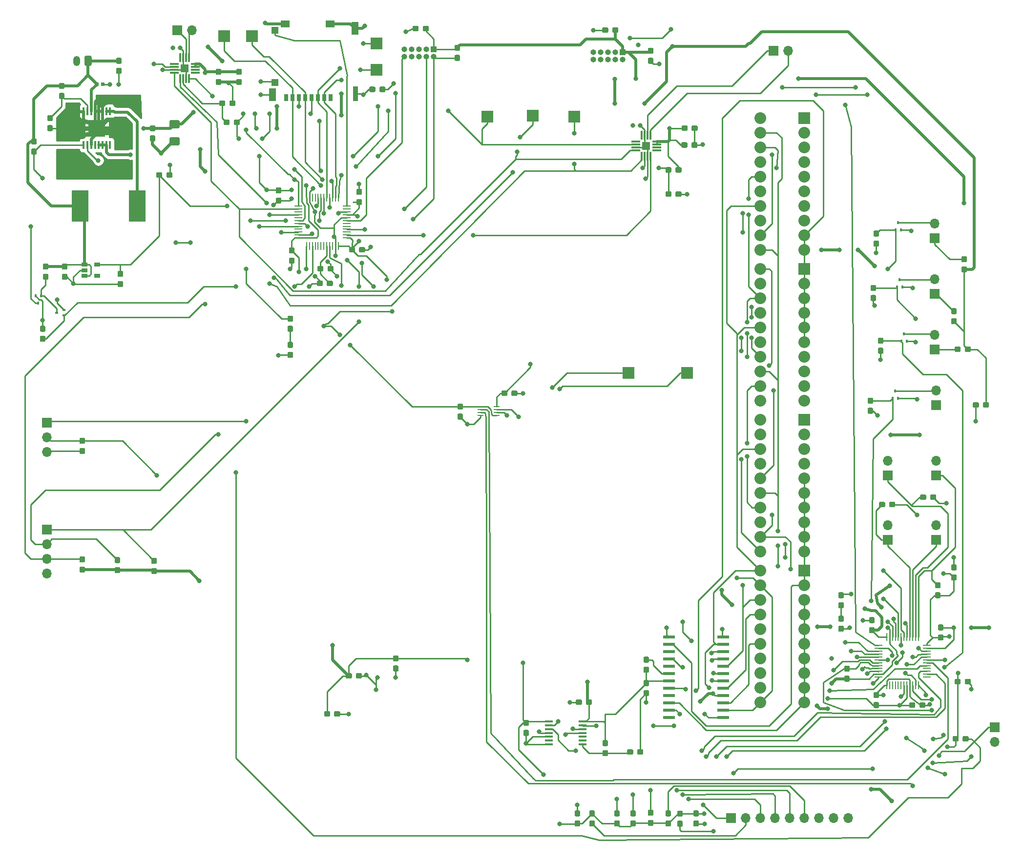
<source format=gbr>
G04 #@! TF.GenerationSoftware,KiCad,Pcbnew,(5.1.0)-1*
G04 #@! TF.CreationDate,2019-06-01T08:22:03-04:00*
G04 #@! TF.ProjectId,CommandCenter_KICAD,436f6d6d-616e-4644-9365-6e7465725f4b,rev?*
G04 #@! TF.SameCoordinates,Original*
G04 #@! TF.FileFunction,Copper,L1,Top*
G04 #@! TF.FilePolarity,Positive*
%FSLAX46Y46*%
G04 Gerber Fmt 4.6, Leading zero omitted, Abs format (unit mm)*
G04 Created by KiCad (PCBNEW (5.1.0)-1) date 2019-06-01 08:22:03*
%MOMM*%
%LPD*%
G04 APERTURE LIST*
%ADD10C,0.100000*%
%ADD11C,0.950000*%
%ADD12R,2.032000X2.032000*%
%ADD13C,2.032000*%
%ADD14C,0.590000*%
%ADD15C,1.425000*%
%ADD16R,1.700000X1.700000*%
%ADD17O,1.700000X1.700000*%
%ADD18O,1.000000X1.000000*%
%ADD19R,1.000000X1.000000*%
%ADD20R,0.800000X1.240000*%
%ADD21R,0.950000X2.500000*%
%ADD22R,1.150000X2.200000*%
%ADD23R,1.160000X1.250000*%
%ADD24R,1.160000X1.200000*%
%ADD25R,1.500000X1.150000*%
%ADD26R,2.900000X5.400000*%
%ADD27R,0.510000X0.400000*%
%ADD28R,0.400000X0.510000*%
%ADD29R,2.000000X2.000000*%
%ADD30R,0.355600X1.473200*%
%ADD31R,2.997200X2.997200*%
%ADD32R,0.279400X1.473200*%
%ADD33R,1.473200X0.279400*%
%ADD34R,1.060000X0.650000*%
%ADD35R,0.304800X1.500000*%
%ADD36R,1.500000X0.304800*%
%ADD37R,1.447800X1.447800*%
%ADD38R,1.066800X0.254000*%
%ADD39R,2.000000X0.600000*%
%ADD40R,1.450000X0.450000*%
%ADD41C,1.200000*%
%ADD42O,1.200000X1.750000*%
%ADD43C,0.800000*%
%ADD44C,1.000000*%
%ADD45C,0.250000*%
%ADD46C,0.500000*%
%ADD47C,0.800000*%
%ADD48C,0.300000*%
%ADD49C,0.254000*%
G04 APERTURE END LIST*
D10*
G36*
X231400779Y-120634144D02*
G01*
X231423834Y-120637563D01*
X231446443Y-120643227D01*
X231468387Y-120651079D01*
X231489457Y-120661044D01*
X231509448Y-120673026D01*
X231528168Y-120686910D01*
X231545438Y-120702562D01*
X231561090Y-120719832D01*
X231574974Y-120738552D01*
X231586956Y-120758543D01*
X231596921Y-120779613D01*
X231604773Y-120801557D01*
X231610437Y-120824166D01*
X231613856Y-120847221D01*
X231615000Y-120870500D01*
X231615000Y-121445500D01*
X231613856Y-121468779D01*
X231610437Y-121491834D01*
X231604773Y-121514443D01*
X231596921Y-121536387D01*
X231586956Y-121557457D01*
X231574974Y-121577448D01*
X231561090Y-121596168D01*
X231545438Y-121613438D01*
X231528168Y-121629090D01*
X231509448Y-121642974D01*
X231489457Y-121654956D01*
X231468387Y-121664921D01*
X231446443Y-121672773D01*
X231423834Y-121678437D01*
X231400779Y-121681856D01*
X231377500Y-121683000D01*
X230902500Y-121683000D01*
X230879221Y-121681856D01*
X230856166Y-121678437D01*
X230833557Y-121672773D01*
X230811613Y-121664921D01*
X230790543Y-121654956D01*
X230770552Y-121642974D01*
X230751832Y-121629090D01*
X230734562Y-121613438D01*
X230718910Y-121596168D01*
X230705026Y-121577448D01*
X230693044Y-121557457D01*
X230683079Y-121536387D01*
X230675227Y-121514443D01*
X230669563Y-121491834D01*
X230666144Y-121468779D01*
X230665000Y-121445500D01*
X230665000Y-120870500D01*
X230666144Y-120847221D01*
X230669563Y-120824166D01*
X230675227Y-120801557D01*
X230683079Y-120779613D01*
X230693044Y-120758543D01*
X230705026Y-120738552D01*
X230718910Y-120719832D01*
X230734562Y-120702562D01*
X230751832Y-120686910D01*
X230770552Y-120673026D01*
X230790543Y-120661044D01*
X230811613Y-120651079D01*
X230833557Y-120643227D01*
X230856166Y-120637563D01*
X230879221Y-120634144D01*
X230902500Y-120633000D01*
X231377500Y-120633000D01*
X231400779Y-120634144D01*
X231400779Y-120634144D01*
G37*
D11*
X231140000Y-121158000D03*
D10*
G36*
X231400779Y-118884144D02*
G01*
X231423834Y-118887563D01*
X231446443Y-118893227D01*
X231468387Y-118901079D01*
X231489457Y-118911044D01*
X231509448Y-118923026D01*
X231528168Y-118936910D01*
X231545438Y-118952562D01*
X231561090Y-118969832D01*
X231574974Y-118988552D01*
X231586956Y-119008543D01*
X231596921Y-119029613D01*
X231604773Y-119051557D01*
X231610437Y-119074166D01*
X231613856Y-119097221D01*
X231615000Y-119120500D01*
X231615000Y-119695500D01*
X231613856Y-119718779D01*
X231610437Y-119741834D01*
X231604773Y-119764443D01*
X231596921Y-119786387D01*
X231586956Y-119807457D01*
X231574974Y-119827448D01*
X231561090Y-119846168D01*
X231545438Y-119863438D01*
X231528168Y-119879090D01*
X231509448Y-119892974D01*
X231489457Y-119904956D01*
X231468387Y-119914921D01*
X231446443Y-119922773D01*
X231423834Y-119928437D01*
X231400779Y-119931856D01*
X231377500Y-119933000D01*
X230902500Y-119933000D01*
X230879221Y-119931856D01*
X230856166Y-119928437D01*
X230833557Y-119922773D01*
X230811613Y-119914921D01*
X230790543Y-119904956D01*
X230770552Y-119892974D01*
X230751832Y-119879090D01*
X230734562Y-119863438D01*
X230718910Y-119846168D01*
X230705026Y-119827448D01*
X230693044Y-119807457D01*
X230683079Y-119786387D01*
X230675227Y-119764443D01*
X230669563Y-119741834D01*
X230666144Y-119718779D01*
X230665000Y-119695500D01*
X230665000Y-119120500D01*
X230666144Y-119097221D01*
X230669563Y-119074166D01*
X230675227Y-119051557D01*
X230683079Y-119029613D01*
X230693044Y-119008543D01*
X230705026Y-118988552D01*
X230718910Y-118969832D01*
X230734562Y-118952562D01*
X230751832Y-118936910D01*
X230770552Y-118923026D01*
X230790543Y-118911044D01*
X230811613Y-118901079D01*
X230833557Y-118893227D01*
X230856166Y-118887563D01*
X230879221Y-118884144D01*
X230902500Y-118883000D01*
X231377500Y-118883000D01*
X231400779Y-118884144D01*
X231400779Y-118884144D01*
G37*
D11*
X231140000Y-119408000D03*
D12*
X208026000Y-116840000D03*
D13*
X208026000Y-119380000D03*
X208026000Y-121920000D03*
X208026000Y-124460000D03*
X200406000Y-134620000D03*
X200406000Y-132080000D03*
X200406000Y-129540000D03*
X200406000Y-127000000D03*
X208026000Y-127000000D03*
X208026000Y-129540000D03*
X208026000Y-132080000D03*
X208026000Y-134620000D03*
X200406000Y-137160000D03*
X200406000Y-139700000D03*
X208026000Y-139700000D03*
X208026000Y-137160000D03*
X200406000Y-124460000D03*
X200406000Y-121920000D03*
X200406000Y-119380000D03*
X200406000Y-116840000D03*
X200406000Y-38354000D03*
X200406000Y-40894000D03*
X200406000Y-43434000D03*
X200406000Y-45974000D03*
X208026000Y-58674000D03*
X208026000Y-61214000D03*
X200406000Y-61214000D03*
X200406000Y-58674000D03*
X208026000Y-56134000D03*
X208026000Y-53594000D03*
X208026000Y-51054000D03*
X208026000Y-48514000D03*
X200406000Y-48514000D03*
X200406000Y-51054000D03*
X200406000Y-53594000D03*
X200406000Y-56134000D03*
X208026000Y-45974000D03*
X208026000Y-43434000D03*
X208026000Y-40894000D03*
D12*
X208026000Y-38354000D03*
X208026000Y-64516000D03*
D13*
X208026000Y-67056000D03*
X208026000Y-69596000D03*
X208026000Y-72136000D03*
X200406000Y-82296000D03*
X200406000Y-79756000D03*
X200406000Y-77216000D03*
X200406000Y-74676000D03*
X208026000Y-74676000D03*
X208026000Y-77216000D03*
X208026000Y-79756000D03*
X208026000Y-82296000D03*
X200406000Y-84836000D03*
X200406000Y-87376000D03*
X208026000Y-87376000D03*
X208026000Y-84836000D03*
X200406000Y-72136000D03*
X200406000Y-69596000D03*
X200406000Y-67056000D03*
X200406000Y-64516000D03*
X200406000Y-90678000D03*
X200406000Y-93218000D03*
X200406000Y-95758000D03*
X200406000Y-98298000D03*
X208026000Y-110998000D03*
X208026000Y-113538000D03*
X200406000Y-113538000D03*
X200406000Y-110998000D03*
X208026000Y-108458000D03*
X208026000Y-105918000D03*
X208026000Y-103378000D03*
X208026000Y-100838000D03*
X200406000Y-100838000D03*
X200406000Y-103378000D03*
X200406000Y-105918000D03*
X200406000Y-108458000D03*
X208026000Y-98298000D03*
X208026000Y-95758000D03*
X208026000Y-93218000D03*
D12*
X208026000Y-90678000D03*
D10*
G36*
X85551958Y-32192710D02*
G01*
X85566276Y-32194834D01*
X85580317Y-32198351D01*
X85593946Y-32203228D01*
X85607031Y-32209417D01*
X85619447Y-32216858D01*
X85631073Y-32225481D01*
X85641798Y-32235202D01*
X85651519Y-32245927D01*
X85660142Y-32257553D01*
X85667583Y-32269969D01*
X85673772Y-32283054D01*
X85678649Y-32296683D01*
X85682166Y-32310724D01*
X85684290Y-32325042D01*
X85685000Y-32339500D01*
X85685000Y-32684500D01*
X85684290Y-32698958D01*
X85682166Y-32713276D01*
X85678649Y-32727317D01*
X85673772Y-32740946D01*
X85667583Y-32754031D01*
X85660142Y-32766447D01*
X85651519Y-32778073D01*
X85641798Y-32788798D01*
X85631073Y-32798519D01*
X85619447Y-32807142D01*
X85607031Y-32814583D01*
X85593946Y-32820772D01*
X85580317Y-32825649D01*
X85566276Y-32829166D01*
X85551958Y-32831290D01*
X85537500Y-32832000D01*
X85242500Y-32832000D01*
X85228042Y-32831290D01*
X85213724Y-32829166D01*
X85199683Y-32825649D01*
X85186054Y-32820772D01*
X85172969Y-32814583D01*
X85160553Y-32807142D01*
X85148927Y-32798519D01*
X85138202Y-32788798D01*
X85128481Y-32778073D01*
X85119858Y-32766447D01*
X85112417Y-32754031D01*
X85106228Y-32740946D01*
X85101351Y-32727317D01*
X85097834Y-32713276D01*
X85095710Y-32698958D01*
X85095000Y-32684500D01*
X85095000Y-32339500D01*
X85095710Y-32325042D01*
X85097834Y-32310724D01*
X85101351Y-32296683D01*
X85106228Y-32283054D01*
X85112417Y-32269969D01*
X85119858Y-32257553D01*
X85128481Y-32245927D01*
X85138202Y-32235202D01*
X85148927Y-32225481D01*
X85160553Y-32216858D01*
X85172969Y-32209417D01*
X85186054Y-32203228D01*
X85199683Y-32198351D01*
X85213724Y-32194834D01*
X85228042Y-32192710D01*
X85242500Y-32192000D01*
X85537500Y-32192000D01*
X85551958Y-32192710D01*
X85551958Y-32192710D01*
G37*
D14*
X85390000Y-32512000D03*
D10*
G36*
X86521958Y-32192710D02*
G01*
X86536276Y-32194834D01*
X86550317Y-32198351D01*
X86563946Y-32203228D01*
X86577031Y-32209417D01*
X86589447Y-32216858D01*
X86601073Y-32225481D01*
X86611798Y-32235202D01*
X86621519Y-32245927D01*
X86630142Y-32257553D01*
X86637583Y-32269969D01*
X86643772Y-32283054D01*
X86648649Y-32296683D01*
X86652166Y-32310724D01*
X86654290Y-32325042D01*
X86655000Y-32339500D01*
X86655000Y-32684500D01*
X86654290Y-32698958D01*
X86652166Y-32713276D01*
X86648649Y-32727317D01*
X86643772Y-32740946D01*
X86637583Y-32754031D01*
X86630142Y-32766447D01*
X86621519Y-32778073D01*
X86611798Y-32788798D01*
X86601073Y-32798519D01*
X86589447Y-32807142D01*
X86577031Y-32814583D01*
X86563946Y-32820772D01*
X86550317Y-32825649D01*
X86536276Y-32829166D01*
X86521958Y-32831290D01*
X86507500Y-32832000D01*
X86212500Y-32832000D01*
X86198042Y-32831290D01*
X86183724Y-32829166D01*
X86169683Y-32825649D01*
X86156054Y-32820772D01*
X86142969Y-32814583D01*
X86130553Y-32807142D01*
X86118927Y-32798519D01*
X86108202Y-32788798D01*
X86098481Y-32778073D01*
X86089858Y-32766447D01*
X86082417Y-32754031D01*
X86076228Y-32740946D01*
X86071351Y-32727317D01*
X86067834Y-32713276D01*
X86065710Y-32698958D01*
X86065000Y-32684500D01*
X86065000Y-32339500D01*
X86065710Y-32325042D01*
X86067834Y-32310724D01*
X86071351Y-32296683D01*
X86076228Y-32283054D01*
X86082417Y-32269969D01*
X86089858Y-32257553D01*
X86098481Y-32245927D01*
X86108202Y-32235202D01*
X86118927Y-32225481D01*
X86130553Y-32216858D01*
X86142969Y-32209417D01*
X86156054Y-32203228D01*
X86169683Y-32198351D01*
X86183724Y-32194834D01*
X86198042Y-32192710D01*
X86212500Y-32192000D01*
X86507500Y-32192000D01*
X86521958Y-32192710D01*
X86521958Y-32192710D01*
G37*
D14*
X86360000Y-32512000D03*
D10*
G36*
X89414779Y-29674144D02*
G01*
X89437834Y-29677563D01*
X89460443Y-29683227D01*
X89482387Y-29691079D01*
X89503457Y-29701044D01*
X89523448Y-29713026D01*
X89542168Y-29726910D01*
X89559438Y-29742562D01*
X89575090Y-29759832D01*
X89588974Y-29778552D01*
X89600956Y-29798543D01*
X89610921Y-29819613D01*
X89618773Y-29841557D01*
X89624437Y-29864166D01*
X89627856Y-29887221D01*
X89629000Y-29910500D01*
X89629000Y-30485500D01*
X89627856Y-30508779D01*
X89624437Y-30531834D01*
X89618773Y-30554443D01*
X89610921Y-30576387D01*
X89600956Y-30597457D01*
X89588974Y-30617448D01*
X89575090Y-30636168D01*
X89559438Y-30653438D01*
X89542168Y-30669090D01*
X89523448Y-30682974D01*
X89503457Y-30694956D01*
X89482387Y-30704921D01*
X89460443Y-30712773D01*
X89437834Y-30718437D01*
X89414779Y-30721856D01*
X89391500Y-30723000D01*
X88916500Y-30723000D01*
X88893221Y-30721856D01*
X88870166Y-30718437D01*
X88847557Y-30712773D01*
X88825613Y-30704921D01*
X88804543Y-30694956D01*
X88784552Y-30682974D01*
X88765832Y-30669090D01*
X88748562Y-30653438D01*
X88732910Y-30636168D01*
X88719026Y-30617448D01*
X88707044Y-30597457D01*
X88697079Y-30576387D01*
X88689227Y-30554443D01*
X88683563Y-30531834D01*
X88680144Y-30508779D01*
X88679000Y-30485500D01*
X88679000Y-29910500D01*
X88680144Y-29887221D01*
X88683563Y-29864166D01*
X88689227Y-29841557D01*
X88697079Y-29819613D01*
X88707044Y-29798543D01*
X88719026Y-29778552D01*
X88732910Y-29759832D01*
X88748562Y-29742562D01*
X88765832Y-29726910D01*
X88784552Y-29713026D01*
X88804543Y-29701044D01*
X88825613Y-29691079D01*
X88847557Y-29683227D01*
X88870166Y-29677563D01*
X88893221Y-29674144D01*
X88916500Y-29673000D01*
X89391500Y-29673000D01*
X89414779Y-29674144D01*
X89414779Y-29674144D01*
G37*
D11*
X89154000Y-30198000D03*
D10*
G36*
X89414779Y-27924144D02*
G01*
X89437834Y-27927563D01*
X89460443Y-27933227D01*
X89482387Y-27941079D01*
X89503457Y-27951044D01*
X89523448Y-27963026D01*
X89542168Y-27976910D01*
X89559438Y-27992562D01*
X89575090Y-28009832D01*
X89588974Y-28028552D01*
X89600956Y-28048543D01*
X89610921Y-28069613D01*
X89618773Y-28091557D01*
X89624437Y-28114166D01*
X89627856Y-28137221D01*
X89629000Y-28160500D01*
X89629000Y-28735500D01*
X89627856Y-28758779D01*
X89624437Y-28781834D01*
X89618773Y-28804443D01*
X89610921Y-28826387D01*
X89600956Y-28847457D01*
X89588974Y-28867448D01*
X89575090Y-28886168D01*
X89559438Y-28903438D01*
X89542168Y-28919090D01*
X89523448Y-28932974D01*
X89503457Y-28944956D01*
X89482387Y-28954921D01*
X89460443Y-28962773D01*
X89437834Y-28968437D01*
X89414779Y-28971856D01*
X89391500Y-28973000D01*
X88916500Y-28973000D01*
X88893221Y-28971856D01*
X88870166Y-28968437D01*
X88847557Y-28962773D01*
X88825613Y-28954921D01*
X88804543Y-28944956D01*
X88784552Y-28932974D01*
X88765832Y-28919090D01*
X88748562Y-28903438D01*
X88732910Y-28886168D01*
X88719026Y-28867448D01*
X88707044Y-28847457D01*
X88697079Y-28826387D01*
X88689227Y-28804443D01*
X88683563Y-28781834D01*
X88680144Y-28758779D01*
X88679000Y-28735500D01*
X88679000Y-28160500D01*
X88680144Y-28137221D01*
X88683563Y-28114166D01*
X88689227Y-28091557D01*
X88697079Y-28069613D01*
X88707044Y-28048543D01*
X88719026Y-28028552D01*
X88732910Y-28009832D01*
X88748562Y-27992562D01*
X88765832Y-27976910D01*
X88784552Y-27963026D01*
X88804543Y-27951044D01*
X88825613Y-27941079D01*
X88847557Y-27933227D01*
X88870166Y-27927563D01*
X88893221Y-27924144D01*
X88916500Y-27923000D01*
X89391500Y-27923000D01*
X89414779Y-27924144D01*
X89414779Y-27924144D01*
G37*
D11*
X89154000Y-28448000D03*
D10*
G36*
X80016779Y-65375144D02*
G01*
X80039834Y-65378563D01*
X80062443Y-65384227D01*
X80084387Y-65392079D01*
X80105457Y-65402044D01*
X80125448Y-65414026D01*
X80144168Y-65427910D01*
X80161438Y-65443562D01*
X80177090Y-65460832D01*
X80190974Y-65479552D01*
X80202956Y-65499543D01*
X80212921Y-65520613D01*
X80220773Y-65542557D01*
X80226437Y-65565166D01*
X80229856Y-65588221D01*
X80231000Y-65611500D01*
X80231000Y-66186500D01*
X80229856Y-66209779D01*
X80226437Y-66232834D01*
X80220773Y-66255443D01*
X80212921Y-66277387D01*
X80202956Y-66298457D01*
X80190974Y-66318448D01*
X80177090Y-66337168D01*
X80161438Y-66354438D01*
X80144168Y-66370090D01*
X80125448Y-66383974D01*
X80105457Y-66395956D01*
X80084387Y-66405921D01*
X80062443Y-66413773D01*
X80039834Y-66419437D01*
X80016779Y-66422856D01*
X79993500Y-66424000D01*
X79518500Y-66424000D01*
X79495221Y-66422856D01*
X79472166Y-66419437D01*
X79449557Y-66413773D01*
X79427613Y-66405921D01*
X79406543Y-66395956D01*
X79386552Y-66383974D01*
X79367832Y-66370090D01*
X79350562Y-66354438D01*
X79334910Y-66337168D01*
X79321026Y-66318448D01*
X79309044Y-66298457D01*
X79299079Y-66277387D01*
X79291227Y-66255443D01*
X79285563Y-66232834D01*
X79282144Y-66209779D01*
X79281000Y-66186500D01*
X79281000Y-65611500D01*
X79282144Y-65588221D01*
X79285563Y-65565166D01*
X79291227Y-65542557D01*
X79299079Y-65520613D01*
X79309044Y-65499543D01*
X79321026Y-65479552D01*
X79334910Y-65460832D01*
X79350562Y-65443562D01*
X79367832Y-65427910D01*
X79386552Y-65414026D01*
X79406543Y-65402044D01*
X79427613Y-65392079D01*
X79449557Y-65384227D01*
X79472166Y-65378563D01*
X79495221Y-65375144D01*
X79518500Y-65374000D01*
X79993500Y-65374000D01*
X80016779Y-65375144D01*
X80016779Y-65375144D01*
G37*
D11*
X79756000Y-65899000D03*
D10*
G36*
X80016779Y-63625144D02*
G01*
X80039834Y-63628563D01*
X80062443Y-63634227D01*
X80084387Y-63642079D01*
X80105457Y-63652044D01*
X80125448Y-63664026D01*
X80144168Y-63677910D01*
X80161438Y-63693562D01*
X80177090Y-63710832D01*
X80190974Y-63729552D01*
X80202956Y-63749543D01*
X80212921Y-63770613D01*
X80220773Y-63792557D01*
X80226437Y-63815166D01*
X80229856Y-63838221D01*
X80231000Y-63861500D01*
X80231000Y-64436500D01*
X80229856Y-64459779D01*
X80226437Y-64482834D01*
X80220773Y-64505443D01*
X80212921Y-64527387D01*
X80202956Y-64548457D01*
X80190974Y-64568448D01*
X80177090Y-64587168D01*
X80161438Y-64604438D01*
X80144168Y-64620090D01*
X80125448Y-64633974D01*
X80105457Y-64645956D01*
X80084387Y-64655921D01*
X80062443Y-64663773D01*
X80039834Y-64669437D01*
X80016779Y-64672856D01*
X79993500Y-64674000D01*
X79518500Y-64674000D01*
X79495221Y-64672856D01*
X79472166Y-64669437D01*
X79449557Y-64663773D01*
X79427613Y-64655921D01*
X79406543Y-64645956D01*
X79386552Y-64633974D01*
X79367832Y-64620090D01*
X79350562Y-64604438D01*
X79334910Y-64587168D01*
X79321026Y-64568448D01*
X79309044Y-64548457D01*
X79299079Y-64527387D01*
X79291227Y-64505443D01*
X79285563Y-64482834D01*
X79282144Y-64459779D01*
X79281000Y-64436500D01*
X79281000Y-63861500D01*
X79282144Y-63838221D01*
X79285563Y-63815166D01*
X79291227Y-63792557D01*
X79299079Y-63770613D01*
X79309044Y-63749543D01*
X79321026Y-63729552D01*
X79334910Y-63710832D01*
X79350562Y-63693562D01*
X79367832Y-63677910D01*
X79386552Y-63664026D01*
X79406543Y-63652044D01*
X79427613Y-63642079D01*
X79449557Y-63634227D01*
X79472166Y-63628563D01*
X79495221Y-63625144D01*
X79518500Y-63624000D01*
X79993500Y-63624000D01*
X80016779Y-63625144D01*
X80016779Y-63625144D01*
G37*
D11*
X79756000Y-64149000D03*
D10*
G36*
X95256779Y-39636144D02*
G01*
X95279834Y-39639563D01*
X95302443Y-39645227D01*
X95324387Y-39653079D01*
X95345457Y-39663044D01*
X95365448Y-39675026D01*
X95384168Y-39688910D01*
X95401438Y-39704562D01*
X95417090Y-39721832D01*
X95430974Y-39740552D01*
X95442956Y-39760543D01*
X95452921Y-39781613D01*
X95460773Y-39803557D01*
X95466437Y-39826166D01*
X95469856Y-39849221D01*
X95471000Y-39872500D01*
X95471000Y-40447500D01*
X95469856Y-40470779D01*
X95466437Y-40493834D01*
X95460773Y-40516443D01*
X95452921Y-40538387D01*
X95442956Y-40559457D01*
X95430974Y-40579448D01*
X95417090Y-40598168D01*
X95401438Y-40615438D01*
X95384168Y-40631090D01*
X95365448Y-40644974D01*
X95345457Y-40656956D01*
X95324387Y-40666921D01*
X95302443Y-40674773D01*
X95279834Y-40680437D01*
X95256779Y-40683856D01*
X95233500Y-40685000D01*
X94758500Y-40685000D01*
X94735221Y-40683856D01*
X94712166Y-40680437D01*
X94689557Y-40674773D01*
X94667613Y-40666921D01*
X94646543Y-40656956D01*
X94626552Y-40644974D01*
X94607832Y-40631090D01*
X94590562Y-40615438D01*
X94574910Y-40598168D01*
X94561026Y-40579448D01*
X94549044Y-40559457D01*
X94539079Y-40538387D01*
X94531227Y-40516443D01*
X94525563Y-40493834D01*
X94522144Y-40470779D01*
X94521000Y-40447500D01*
X94521000Y-39872500D01*
X94522144Y-39849221D01*
X94525563Y-39826166D01*
X94531227Y-39803557D01*
X94539079Y-39781613D01*
X94549044Y-39760543D01*
X94561026Y-39740552D01*
X94574910Y-39721832D01*
X94590562Y-39704562D01*
X94607832Y-39688910D01*
X94626552Y-39675026D01*
X94646543Y-39663044D01*
X94667613Y-39653079D01*
X94689557Y-39645227D01*
X94712166Y-39639563D01*
X94735221Y-39636144D01*
X94758500Y-39635000D01*
X95233500Y-39635000D01*
X95256779Y-39636144D01*
X95256779Y-39636144D01*
G37*
D11*
X94996000Y-40160000D03*
D10*
G36*
X95256779Y-41386144D02*
G01*
X95279834Y-41389563D01*
X95302443Y-41395227D01*
X95324387Y-41403079D01*
X95345457Y-41413044D01*
X95365448Y-41425026D01*
X95384168Y-41438910D01*
X95401438Y-41454562D01*
X95417090Y-41471832D01*
X95430974Y-41490552D01*
X95442956Y-41510543D01*
X95452921Y-41531613D01*
X95460773Y-41553557D01*
X95466437Y-41576166D01*
X95469856Y-41599221D01*
X95471000Y-41622500D01*
X95471000Y-42197500D01*
X95469856Y-42220779D01*
X95466437Y-42243834D01*
X95460773Y-42266443D01*
X95452921Y-42288387D01*
X95442956Y-42309457D01*
X95430974Y-42329448D01*
X95417090Y-42348168D01*
X95401438Y-42365438D01*
X95384168Y-42381090D01*
X95365448Y-42394974D01*
X95345457Y-42406956D01*
X95324387Y-42416921D01*
X95302443Y-42424773D01*
X95279834Y-42430437D01*
X95256779Y-42433856D01*
X95233500Y-42435000D01*
X94758500Y-42435000D01*
X94735221Y-42433856D01*
X94712166Y-42430437D01*
X94689557Y-42424773D01*
X94667613Y-42416921D01*
X94646543Y-42406956D01*
X94626552Y-42394974D01*
X94607832Y-42381090D01*
X94590562Y-42365438D01*
X94574910Y-42348168D01*
X94561026Y-42329448D01*
X94549044Y-42309457D01*
X94539079Y-42288387D01*
X94531227Y-42266443D01*
X94525563Y-42243834D01*
X94522144Y-42220779D01*
X94521000Y-42197500D01*
X94521000Y-41622500D01*
X94522144Y-41599221D01*
X94525563Y-41576166D01*
X94531227Y-41553557D01*
X94539079Y-41531613D01*
X94549044Y-41510543D01*
X94561026Y-41490552D01*
X94574910Y-41471832D01*
X94590562Y-41454562D01*
X94607832Y-41438910D01*
X94626552Y-41425026D01*
X94646543Y-41413044D01*
X94667613Y-41403079D01*
X94689557Y-41395227D01*
X94712166Y-41389563D01*
X94735221Y-41386144D01*
X94758500Y-41385000D01*
X95233500Y-41385000D01*
X95256779Y-41386144D01*
X95256779Y-41386144D01*
G37*
D11*
X94996000Y-41910000D03*
D10*
G36*
X99455504Y-38731704D02*
G01*
X99479773Y-38735304D01*
X99503571Y-38741265D01*
X99526671Y-38749530D01*
X99548849Y-38760020D01*
X99569893Y-38772633D01*
X99589598Y-38787247D01*
X99607777Y-38803723D01*
X99624253Y-38821902D01*
X99638867Y-38841607D01*
X99651480Y-38862651D01*
X99661970Y-38884829D01*
X99670235Y-38907929D01*
X99676196Y-38931727D01*
X99679796Y-38955996D01*
X99681000Y-38980500D01*
X99681000Y-39905500D01*
X99679796Y-39930004D01*
X99676196Y-39954273D01*
X99670235Y-39978071D01*
X99661970Y-40001171D01*
X99651480Y-40023349D01*
X99638867Y-40044393D01*
X99624253Y-40064098D01*
X99607777Y-40082277D01*
X99589598Y-40098753D01*
X99569893Y-40113367D01*
X99548849Y-40125980D01*
X99526671Y-40136470D01*
X99503571Y-40144735D01*
X99479773Y-40150696D01*
X99455504Y-40154296D01*
X99431000Y-40155500D01*
X98181000Y-40155500D01*
X98156496Y-40154296D01*
X98132227Y-40150696D01*
X98108429Y-40144735D01*
X98085329Y-40136470D01*
X98063151Y-40125980D01*
X98042107Y-40113367D01*
X98022402Y-40098753D01*
X98004223Y-40082277D01*
X97987747Y-40064098D01*
X97973133Y-40044393D01*
X97960520Y-40023349D01*
X97950030Y-40001171D01*
X97941765Y-39978071D01*
X97935804Y-39954273D01*
X97932204Y-39930004D01*
X97931000Y-39905500D01*
X97931000Y-38980500D01*
X97932204Y-38955996D01*
X97935804Y-38931727D01*
X97941765Y-38907929D01*
X97950030Y-38884829D01*
X97960520Y-38862651D01*
X97973133Y-38841607D01*
X97987747Y-38821902D01*
X98004223Y-38803723D01*
X98022402Y-38787247D01*
X98042107Y-38772633D01*
X98063151Y-38760020D01*
X98085329Y-38749530D01*
X98108429Y-38741265D01*
X98132227Y-38735304D01*
X98156496Y-38731704D01*
X98181000Y-38730500D01*
X99431000Y-38730500D01*
X99455504Y-38731704D01*
X99455504Y-38731704D01*
G37*
D15*
X98806000Y-39443000D03*
D10*
G36*
X99455504Y-41706704D02*
G01*
X99479773Y-41710304D01*
X99503571Y-41716265D01*
X99526671Y-41724530D01*
X99548849Y-41735020D01*
X99569893Y-41747633D01*
X99589598Y-41762247D01*
X99607777Y-41778723D01*
X99624253Y-41796902D01*
X99638867Y-41816607D01*
X99651480Y-41837651D01*
X99661970Y-41859829D01*
X99670235Y-41882929D01*
X99676196Y-41906727D01*
X99679796Y-41930996D01*
X99681000Y-41955500D01*
X99681000Y-42880500D01*
X99679796Y-42905004D01*
X99676196Y-42929273D01*
X99670235Y-42953071D01*
X99661970Y-42976171D01*
X99651480Y-42998349D01*
X99638867Y-43019393D01*
X99624253Y-43039098D01*
X99607777Y-43057277D01*
X99589598Y-43073753D01*
X99569893Y-43088367D01*
X99548849Y-43100980D01*
X99526671Y-43111470D01*
X99503571Y-43119735D01*
X99479773Y-43125696D01*
X99455504Y-43129296D01*
X99431000Y-43130500D01*
X98181000Y-43130500D01*
X98156496Y-43129296D01*
X98132227Y-43125696D01*
X98108429Y-43119735D01*
X98085329Y-43111470D01*
X98063151Y-43100980D01*
X98042107Y-43088367D01*
X98022402Y-43073753D01*
X98004223Y-43057277D01*
X97987747Y-43039098D01*
X97973133Y-43019393D01*
X97960520Y-42998349D01*
X97950030Y-42976171D01*
X97941765Y-42953071D01*
X97935804Y-42929273D01*
X97932204Y-42905004D01*
X97931000Y-42880500D01*
X97931000Y-41955500D01*
X97932204Y-41930996D01*
X97935804Y-41906727D01*
X97941765Y-41882929D01*
X97950030Y-41859829D01*
X97960520Y-41837651D01*
X97973133Y-41816607D01*
X97987747Y-41796902D01*
X98004223Y-41778723D01*
X98022402Y-41762247D01*
X98042107Y-41747633D01*
X98063151Y-41735020D01*
X98085329Y-41724530D01*
X98108429Y-41716265D01*
X98132227Y-41710304D01*
X98156496Y-41706704D01*
X98181000Y-41705500D01*
X99431000Y-41705500D01*
X99455504Y-41706704D01*
X99455504Y-41706704D01*
G37*
D15*
X98806000Y-42418000D03*
D10*
G36*
X89668779Y-64895144D02*
G01*
X89691834Y-64898563D01*
X89714443Y-64904227D01*
X89736387Y-64912079D01*
X89757457Y-64922044D01*
X89777448Y-64934026D01*
X89796168Y-64947910D01*
X89813438Y-64963562D01*
X89829090Y-64980832D01*
X89842974Y-64999552D01*
X89854956Y-65019543D01*
X89864921Y-65040613D01*
X89872773Y-65062557D01*
X89878437Y-65085166D01*
X89881856Y-65108221D01*
X89883000Y-65131500D01*
X89883000Y-65706500D01*
X89881856Y-65729779D01*
X89878437Y-65752834D01*
X89872773Y-65775443D01*
X89864921Y-65797387D01*
X89854956Y-65818457D01*
X89842974Y-65838448D01*
X89829090Y-65857168D01*
X89813438Y-65874438D01*
X89796168Y-65890090D01*
X89777448Y-65903974D01*
X89757457Y-65915956D01*
X89736387Y-65925921D01*
X89714443Y-65933773D01*
X89691834Y-65939437D01*
X89668779Y-65942856D01*
X89645500Y-65944000D01*
X89170500Y-65944000D01*
X89147221Y-65942856D01*
X89124166Y-65939437D01*
X89101557Y-65933773D01*
X89079613Y-65925921D01*
X89058543Y-65915956D01*
X89038552Y-65903974D01*
X89019832Y-65890090D01*
X89002562Y-65874438D01*
X88986910Y-65857168D01*
X88973026Y-65838448D01*
X88961044Y-65818457D01*
X88951079Y-65797387D01*
X88943227Y-65775443D01*
X88937563Y-65752834D01*
X88934144Y-65729779D01*
X88933000Y-65706500D01*
X88933000Y-65131500D01*
X88934144Y-65108221D01*
X88937563Y-65085166D01*
X88943227Y-65062557D01*
X88951079Y-65040613D01*
X88961044Y-65019543D01*
X88973026Y-64999552D01*
X88986910Y-64980832D01*
X89002562Y-64963562D01*
X89019832Y-64947910D01*
X89038552Y-64934026D01*
X89058543Y-64922044D01*
X89079613Y-64912079D01*
X89101557Y-64904227D01*
X89124166Y-64898563D01*
X89147221Y-64895144D01*
X89170500Y-64894000D01*
X89645500Y-64894000D01*
X89668779Y-64895144D01*
X89668779Y-64895144D01*
G37*
D11*
X89408000Y-65419000D03*
D10*
G36*
X89668779Y-66645144D02*
G01*
X89691834Y-66648563D01*
X89714443Y-66654227D01*
X89736387Y-66662079D01*
X89757457Y-66672044D01*
X89777448Y-66684026D01*
X89796168Y-66697910D01*
X89813438Y-66713562D01*
X89829090Y-66730832D01*
X89842974Y-66749552D01*
X89854956Y-66769543D01*
X89864921Y-66790613D01*
X89872773Y-66812557D01*
X89878437Y-66835166D01*
X89881856Y-66858221D01*
X89883000Y-66881500D01*
X89883000Y-67456500D01*
X89881856Y-67479779D01*
X89878437Y-67502834D01*
X89872773Y-67525443D01*
X89864921Y-67547387D01*
X89854956Y-67568457D01*
X89842974Y-67588448D01*
X89829090Y-67607168D01*
X89813438Y-67624438D01*
X89796168Y-67640090D01*
X89777448Y-67653974D01*
X89757457Y-67665956D01*
X89736387Y-67675921D01*
X89714443Y-67683773D01*
X89691834Y-67689437D01*
X89668779Y-67692856D01*
X89645500Y-67694000D01*
X89170500Y-67694000D01*
X89147221Y-67692856D01*
X89124166Y-67689437D01*
X89101557Y-67683773D01*
X89079613Y-67675921D01*
X89058543Y-67665956D01*
X89038552Y-67653974D01*
X89019832Y-67640090D01*
X89002562Y-67624438D01*
X88986910Y-67607168D01*
X88973026Y-67588448D01*
X88961044Y-67568457D01*
X88951079Y-67547387D01*
X88943227Y-67525443D01*
X88937563Y-67502834D01*
X88934144Y-67479779D01*
X88933000Y-67456500D01*
X88933000Y-66881500D01*
X88934144Y-66858221D01*
X88937563Y-66835166D01*
X88943227Y-66812557D01*
X88951079Y-66790613D01*
X88961044Y-66769543D01*
X88973026Y-66749552D01*
X88986910Y-66730832D01*
X89002562Y-66713562D01*
X89019832Y-66697910D01*
X89038552Y-66684026D01*
X89058543Y-66672044D01*
X89079613Y-66662079D01*
X89101557Y-66654227D01*
X89124166Y-66648563D01*
X89147221Y-66645144D01*
X89170500Y-66644000D01*
X89645500Y-66644000D01*
X89668779Y-66645144D01*
X89668779Y-66645144D01*
G37*
D11*
X89408000Y-67169000D03*
D10*
G36*
X83064779Y-95601144D02*
G01*
X83087834Y-95604563D01*
X83110443Y-95610227D01*
X83132387Y-95618079D01*
X83153457Y-95628044D01*
X83173448Y-95640026D01*
X83192168Y-95653910D01*
X83209438Y-95669562D01*
X83225090Y-95686832D01*
X83238974Y-95705552D01*
X83250956Y-95725543D01*
X83260921Y-95746613D01*
X83268773Y-95768557D01*
X83274437Y-95791166D01*
X83277856Y-95814221D01*
X83279000Y-95837500D01*
X83279000Y-96412500D01*
X83277856Y-96435779D01*
X83274437Y-96458834D01*
X83268773Y-96481443D01*
X83260921Y-96503387D01*
X83250956Y-96524457D01*
X83238974Y-96544448D01*
X83225090Y-96563168D01*
X83209438Y-96580438D01*
X83192168Y-96596090D01*
X83173448Y-96609974D01*
X83153457Y-96621956D01*
X83132387Y-96631921D01*
X83110443Y-96639773D01*
X83087834Y-96645437D01*
X83064779Y-96648856D01*
X83041500Y-96650000D01*
X82566500Y-96650000D01*
X82543221Y-96648856D01*
X82520166Y-96645437D01*
X82497557Y-96639773D01*
X82475613Y-96631921D01*
X82454543Y-96621956D01*
X82434552Y-96609974D01*
X82415832Y-96596090D01*
X82398562Y-96580438D01*
X82382910Y-96563168D01*
X82369026Y-96544448D01*
X82357044Y-96524457D01*
X82347079Y-96503387D01*
X82339227Y-96481443D01*
X82333563Y-96458834D01*
X82330144Y-96435779D01*
X82329000Y-96412500D01*
X82329000Y-95837500D01*
X82330144Y-95814221D01*
X82333563Y-95791166D01*
X82339227Y-95768557D01*
X82347079Y-95746613D01*
X82357044Y-95725543D01*
X82369026Y-95705552D01*
X82382910Y-95686832D01*
X82398562Y-95669562D01*
X82415832Y-95653910D01*
X82434552Y-95640026D01*
X82454543Y-95628044D01*
X82475613Y-95618079D01*
X82497557Y-95610227D01*
X82520166Y-95604563D01*
X82543221Y-95601144D01*
X82566500Y-95600000D01*
X83041500Y-95600000D01*
X83064779Y-95601144D01*
X83064779Y-95601144D01*
G37*
D11*
X82804000Y-96125000D03*
D10*
G36*
X83064779Y-93851144D02*
G01*
X83087834Y-93854563D01*
X83110443Y-93860227D01*
X83132387Y-93868079D01*
X83153457Y-93878044D01*
X83173448Y-93890026D01*
X83192168Y-93903910D01*
X83209438Y-93919562D01*
X83225090Y-93936832D01*
X83238974Y-93955552D01*
X83250956Y-93975543D01*
X83260921Y-93996613D01*
X83268773Y-94018557D01*
X83274437Y-94041166D01*
X83277856Y-94064221D01*
X83279000Y-94087500D01*
X83279000Y-94662500D01*
X83277856Y-94685779D01*
X83274437Y-94708834D01*
X83268773Y-94731443D01*
X83260921Y-94753387D01*
X83250956Y-94774457D01*
X83238974Y-94794448D01*
X83225090Y-94813168D01*
X83209438Y-94830438D01*
X83192168Y-94846090D01*
X83173448Y-94859974D01*
X83153457Y-94871956D01*
X83132387Y-94881921D01*
X83110443Y-94889773D01*
X83087834Y-94895437D01*
X83064779Y-94898856D01*
X83041500Y-94900000D01*
X82566500Y-94900000D01*
X82543221Y-94898856D01*
X82520166Y-94895437D01*
X82497557Y-94889773D01*
X82475613Y-94881921D01*
X82454543Y-94871956D01*
X82434552Y-94859974D01*
X82415832Y-94846090D01*
X82398562Y-94830438D01*
X82382910Y-94813168D01*
X82369026Y-94794448D01*
X82357044Y-94774457D01*
X82347079Y-94753387D01*
X82339227Y-94731443D01*
X82333563Y-94708834D01*
X82330144Y-94685779D01*
X82329000Y-94662500D01*
X82329000Y-94087500D01*
X82330144Y-94064221D01*
X82333563Y-94041166D01*
X82339227Y-94018557D01*
X82347079Y-93996613D01*
X82357044Y-93975543D01*
X82369026Y-93955552D01*
X82382910Y-93936832D01*
X82398562Y-93919562D01*
X82415832Y-93903910D01*
X82434552Y-93890026D01*
X82454543Y-93878044D01*
X82475613Y-93868079D01*
X82497557Y-93860227D01*
X82520166Y-93854563D01*
X82543221Y-93851144D01*
X82566500Y-93850000D01*
X83041500Y-93850000D01*
X83064779Y-93851144D01*
X83064779Y-93851144D01*
G37*
D11*
X82804000Y-94375000D03*
D10*
G36*
X187536779Y-39658144D02*
G01*
X187559834Y-39661563D01*
X187582443Y-39667227D01*
X187604387Y-39675079D01*
X187625457Y-39685044D01*
X187645448Y-39697026D01*
X187664168Y-39710910D01*
X187681438Y-39726562D01*
X187697090Y-39743832D01*
X187710974Y-39762552D01*
X187722956Y-39782543D01*
X187732921Y-39803613D01*
X187740773Y-39825557D01*
X187746437Y-39848166D01*
X187749856Y-39871221D01*
X187751000Y-39894500D01*
X187751000Y-40369500D01*
X187749856Y-40392779D01*
X187746437Y-40415834D01*
X187740773Y-40438443D01*
X187732921Y-40460387D01*
X187722956Y-40481457D01*
X187710974Y-40501448D01*
X187697090Y-40520168D01*
X187681438Y-40537438D01*
X187664168Y-40553090D01*
X187645448Y-40566974D01*
X187625457Y-40578956D01*
X187604387Y-40588921D01*
X187582443Y-40596773D01*
X187559834Y-40602437D01*
X187536779Y-40605856D01*
X187513500Y-40607000D01*
X186938500Y-40607000D01*
X186915221Y-40605856D01*
X186892166Y-40602437D01*
X186869557Y-40596773D01*
X186847613Y-40588921D01*
X186826543Y-40578956D01*
X186806552Y-40566974D01*
X186787832Y-40553090D01*
X186770562Y-40537438D01*
X186754910Y-40520168D01*
X186741026Y-40501448D01*
X186729044Y-40481457D01*
X186719079Y-40460387D01*
X186711227Y-40438443D01*
X186705563Y-40415834D01*
X186702144Y-40392779D01*
X186701000Y-40369500D01*
X186701000Y-39894500D01*
X186702144Y-39871221D01*
X186705563Y-39848166D01*
X186711227Y-39825557D01*
X186719079Y-39803613D01*
X186729044Y-39782543D01*
X186741026Y-39762552D01*
X186754910Y-39743832D01*
X186770562Y-39726562D01*
X186787832Y-39710910D01*
X186806552Y-39697026D01*
X186826543Y-39685044D01*
X186847613Y-39675079D01*
X186869557Y-39667227D01*
X186892166Y-39661563D01*
X186915221Y-39658144D01*
X186938500Y-39657000D01*
X187513500Y-39657000D01*
X187536779Y-39658144D01*
X187536779Y-39658144D01*
G37*
D11*
X187226000Y-40132000D03*
D10*
G36*
X189286779Y-39658144D02*
G01*
X189309834Y-39661563D01*
X189332443Y-39667227D01*
X189354387Y-39675079D01*
X189375457Y-39685044D01*
X189395448Y-39697026D01*
X189414168Y-39710910D01*
X189431438Y-39726562D01*
X189447090Y-39743832D01*
X189460974Y-39762552D01*
X189472956Y-39782543D01*
X189482921Y-39803613D01*
X189490773Y-39825557D01*
X189496437Y-39848166D01*
X189499856Y-39871221D01*
X189501000Y-39894500D01*
X189501000Y-40369500D01*
X189499856Y-40392779D01*
X189496437Y-40415834D01*
X189490773Y-40438443D01*
X189482921Y-40460387D01*
X189472956Y-40481457D01*
X189460974Y-40501448D01*
X189447090Y-40520168D01*
X189431438Y-40537438D01*
X189414168Y-40553090D01*
X189395448Y-40566974D01*
X189375457Y-40578956D01*
X189354387Y-40588921D01*
X189332443Y-40596773D01*
X189309834Y-40602437D01*
X189286779Y-40605856D01*
X189263500Y-40607000D01*
X188688500Y-40607000D01*
X188665221Y-40605856D01*
X188642166Y-40602437D01*
X188619557Y-40596773D01*
X188597613Y-40588921D01*
X188576543Y-40578956D01*
X188556552Y-40566974D01*
X188537832Y-40553090D01*
X188520562Y-40537438D01*
X188504910Y-40520168D01*
X188491026Y-40501448D01*
X188479044Y-40481457D01*
X188469079Y-40460387D01*
X188461227Y-40438443D01*
X188455563Y-40415834D01*
X188452144Y-40392779D01*
X188451000Y-40369500D01*
X188451000Y-39894500D01*
X188452144Y-39871221D01*
X188455563Y-39848166D01*
X188461227Y-39825557D01*
X188469079Y-39803613D01*
X188479044Y-39782543D01*
X188491026Y-39762552D01*
X188504910Y-39743832D01*
X188520562Y-39726562D01*
X188537832Y-39710910D01*
X188556552Y-39697026D01*
X188576543Y-39685044D01*
X188597613Y-39675079D01*
X188619557Y-39667227D01*
X188642166Y-39661563D01*
X188665221Y-39658144D01*
X188688500Y-39657000D01*
X189263500Y-39657000D01*
X189286779Y-39658144D01*
X189286779Y-39658144D01*
G37*
D11*
X188976000Y-40132000D03*
D10*
G36*
X110242779Y-29843144D02*
G01*
X110265834Y-29846563D01*
X110288443Y-29852227D01*
X110310387Y-29860079D01*
X110331457Y-29870044D01*
X110351448Y-29882026D01*
X110370168Y-29895910D01*
X110387438Y-29911562D01*
X110403090Y-29928832D01*
X110416974Y-29947552D01*
X110428956Y-29967543D01*
X110438921Y-29988613D01*
X110446773Y-30010557D01*
X110452437Y-30033166D01*
X110455856Y-30056221D01*
X110457000Y-30079500D01*
X110457000Y-30654500D01*
X110455856Y-30677779D01*
X110452437Y-30700834D01*
X110446773Y-30723443D01*
X110438921Y-30745387D01*
X110428956Y-30766457D01*
X110416974Y-30786448D01*
X110403090Y-30805168D01*
X110387438Y-30822438D01*
X110370168Y-30838090D01*
X110351448Y-30851974D01*
X110331457Y-30863956D01*
X110310387Y-30873921D01*
X110288443Y-30881773D01*
X110265834Y-30887437D01*
X110242779Y-30890856D01*
X110219500Y-30892000D01*
X109744500Y-30892000D01*
X109721221Y-30890856D01*
X109698166Y-30887437D01*
X109675557Y-30881773D01*
X109653613Y-30873921D01*
X109632543Y-30863956D01*
X109612552Y-30851974D01*
X109593832Y-30838090D01*
X109576562Y-30822438D01*
X109560910Y-30805168D01*
X109547026Y-30786448D01*
X109535044Y-30766457D01*
X109525079Y-30745387D01*
X109517227Y-30723443D01*
X109511563Y-30700834D01*
X109508144Y-30677779D01*
X109507000Y-30654500D01*
X109507000Y-30079500D01*
X109508144Y-30056221D01*
X109511563Y-30033166D01*
X109517227Y-30010557D01*
X109525079Y-29988613D01*
X109535044Y-29967543D01*
X109547026Y-29947552D01*
X109560910Y-29928832D01*
X109576562Y-29911562D01*
X109593832Y-29895910D01*
X109612552Y-29882026D01*
X109632543Y-29870044D01*
X109653613Y-29860079D01*
X109675557Y-29852227D01*
X109698166Y-29846563D01*
X109721221Y-29843144D01*
X109744500Y-29842000D01*
X110219500Y-29842000D01*
X110242779Y-29843144D01*
X110242779Y-29843144D01*
G37*
D11*
X109982000Y-30367000D03*
D10*
G36*
X110242779Y-31593144D02*
G01*
X110265834Y-31596563D01*
X110288443Y-31602227D01*
X110310387Y-31610079D01*
X110331457Y-31620044D01*
X110351448Y-31632026D01*
X110370168Y-31645910D01*
X110387438Y-31661562D01*
X110403090Y-31678832D01*
X110416974Y-31697552D01*
X110428956Y-31717543D01*
X110438921Y-31738613D01*
X110446773Y-31760557D01*
X110452437Y-31783166D01*
X110455856Y-31806221D01*
X110457000Y-31829500D01*
X110457000Y-32404500D01*
X110455856Y-32427779D01*
X110452437Y-32450834D01*
X110446773Y-32473443D01*
X110438921Y-32495387D01*
X110428956Y-32516457D01*
X110416974Y-32536448D01*
X110403090Y-32555168D01*
X110387438Y-32572438D01*
X110370168Y-32588090D01*
X110351448Y-32601974D01*
X110331457Y-32613956D01*
X110310387Y-32623921D01*
X110288443Y-32631773D01*
X110265834Y-32637437D01*
X110242779Y-32640856D01*
X110219500Y-32642000D01*
X109744500Y-32642000D01*
X109721221Y-32640856D01*
X109698166Y-32637437D01*
X109675557Y-32631773D01*
X109653613Y-32623921D01*
X109632543Y-32613956D01*
X109612552Y-32601974D01*
X109593832Y-32588090D01*
X109576562Y-32572438D01*
X109560910Y-32555168D01*
X109547026Y-32536448D01*
X109535044Y-32516457D01*
X109525079Y-32495387D01*
X109517227Y-32473443D01*
X109511563Y-32450834D01*
X109508144Y-32427779D01*
X109507000Y-32404500D01*
X109507000Y-31829500D01*
X109508144Y-31806221D01*
X109511563Y-31783166D01*
X109517227Y-31760557D01*
X109525079Y-31738613D01*
X109535044Y-31717543D01*
X109547026Y-31697552D01*
X109560910Y-31678832D01*
X109576562Y-31661562D01*
X109593832Y-31645910D01*
X109612552Y-31632026D01*
X109632543Y-31620044D01*
X109653613Y-31610079D01*
X109675557Y-31602227D01*
X109698166Y-31596563D01*
X109721221Y-31593144D01*
X109744500Y-31592000D01*
X110219500Y-31592000D01*
X110242779Y-31593144D01*
X110242779Y-31593144D01*
G37*
D11*
X109982000Y-32117000D03*
D10*
G36*
X119132779Y-77200144D02*
G01*
X119155834Y-77203563D01*
X119178443Y-77209227D01*
X119200387Y-77217079D01*
X119221457Y-77227044D01*
X119241448Y-77239026D01*
X119260168Y-77252910D01*
X119277438Y-77268562D01*
X119293090Y-77285832D01*
X119306974Y-77304552D01*
X119318956Y-77324543D01*
X119328921Y-77345613D01*
X119336773Y-77367557D01*
X119342437Y-77390166D01*
X119345856Y-77413221D01*
X119347000Y-77436500D01*
X119347000Y-78011500D01*
X119345856Y-78034779D01*
X119342437Y-78057834D01*
X119336773Y-78080443D01*
X119328921Y-78102387D01*
X119318956Y-78123457D01*
X119306974Y-78143448D01*
X119293090Y-78162168D01*
X119277438Y-78179438D01*
X119260168Y-78195090D01*
X119241448Y-78208974D01*
X119221457Y-78220956D01*
X119200387Y-78230921D01*
X119178443Y-78238773D01*
X119155834Y-78244437D01*
X119132779Y-78247856D01*
X119109500Y-78249000D01*
X118634500Y-78249000D01*
X118611221Y-78247856D01*
X118588166Y-78244437D01*
X118565557Y-78238773D01*
X118543613Y-78230921D01*
X118522543Y-78220956D01*
X118502552Y-78208974D01*
X118483832Y-78195090D01*
X118466562Y-78179438D01*
X118450910Y-78162168D01*
X118437026Y-78143448D01*
X118425044Y-78123457D01*
X118415079Y-78102387D01*
X118407227Y-78080443D01*
X118401563Y-78057834D01*
X118398144Y-78034779D01*
X118397000Y-78011500D01*
X118397000Y-77436500D01*
X118398144Y-77413221D01*
X118401563Y-77390166D01*
X118407227Y-77367557D01*
X118415079Y-77345613D01*
X118425044Y-77324543D01*
X118437026Y-77304552D01*
X118450910Y-77285832D01*
X118466562Y-77268562D01*
X118483832Y-77252910D01*
X118502552Y-77239026D01*
X118522543Y-77227044D01*
X118543613Y-77217079D01*
X118565557Y-77209227D01*
X118588166Y-77203563D01*
X118611221Y-77200144D01*
X118634500Y-77199000D01*
X119109500Y-77199000D01*
X119132779Y-77200144D01*
X119132779Y-77200144D01*
G37*
D11*
X118872000Y-77724000D03*
D10*
G36*
X119132779Y-78950144D02*
G01*
X119155834Y-78953563D01*
X119178443Y-78959227D01*
X119200387Y-78967079D01*
X119221457Y-78977044D01*
X119241448Y-78989026D01*
X119260168Y-79002910D01*
X119277438Y-79018562D01*
X119293090Y-79035832D01*
X119306974Y-79054552D01*
X119318956Y-79074543D01*
X119328921Y-79095613D01*
X119336773Y-79117557D01*
X119342437Y-79140166D01*
X119345856Y-79163221D01*
X119347000Y-79186500D01*
X119347000Y-79761500D01*
X119345856Y-79784779D01*
X119342437Y-79807834D01*
X119336773Y-79830443D01*
X119328921Y-79852387D01*
X119318956Y-79873457D01*
X119306974Y-79893448D01*
X119293090Y-79912168D01*
X119277438Y-79929438D01*
X119260168Y-79945090D01*
X119241448Y-79958974D01*
X119221457Y-79970956D01*
X119200387Y-79980921D01*
X119178443Y-79988773D01*
X119155834Y-79994437D01*
X119132779Y-79997856D01*
X119109500Y-79999000D01*
X118634500Y-79999000D01*
X118611221Y-79997856D01*
X118588166Y-79994437D01*
X118565557Y-79988773D01*
X118543613Y-79980921D01*
X118522543Y-79970956D01*
X118502552Y-79958974D01*
X118483832Y-79945090D01*
X118466562Y-79929438D01*
X118450910Y-79912168D01*
X118437026Y-79893448D01*
X118425044Y-79873457D01*
X118415079Y-79852387D01*
X118407227Y-79830443D01*
X118401563Y-79807834D01*
X118398144Y-79784779D01*
X118397000Y-79761500D01*
X118397000Y-79186500D01*
X118398144Y-79163221D01*
X118401563Y-79140166D01*
X118407227Y-79117557D01*
X118415079Y-79095613D01*
X118425044Y-79074543D01*
X118437026Y-79054552D01*
X118450910Y-79035832D01*
X118466562Y-79018562D01*
X118483832Y-79002910D01*
X118502552Y-78989026D01*
X118522543Y-78977044D01*
X118543613Y-78967079D01*
X118565557Y-78959227D01*
X118588166Y-78953563D01*
X118611221Y-78950144D01*
X118634500Y-78949000D01*
X119109500Y-78949000D01*
X119132779Y-78950144D01*
X119132779Y-78950144D01*
G37*
D11*
X118872000Y-79474000D03*
D10*
G36*
X214636779Y-126448144D02*
G01*
X214659834Y-126451563D01*
X214682443Y-126457227D01*
X214704387Y-126465079D01*
X214725457Y-126475044D01*
X214745448Y-126487026D01*
X214764168Y-126500910D01*
X214781438Y-126516562D01*
X214797090Y-126533832D01*
X214810974Y-126552552D01*
X214822956Y-126572543D01*
X214832921Y-126593613D01*
X214840773Y-126615557D01*
X214846437Y-126638166D01*
X214849856Y-126661221D01*
X214851000Y-126684500D01*
X214851000Y-127259500D01*
X214849856Y-127282779D01*
X214846437Y-127305834D01*
X214840773Y-127328443D01*
X214832921Y-127350387D01*
X214822956Y-127371457D01*
X214810974Y-127391448D01*
X214797090Y-127410168D01*
X214781438Y-127427438D01*
X214764168Y-127443090D01*
X214745448Y-127456974D01*
X214725457Y-127468956D01*
X214704387Y-127478921D01*
X214682443Y-127486773D01*
X214659834Y-127492437D01*
X214636779Y-127495856D01*
X214613500Y-127497000D01*
X214138500Y-127497000D01*
X214115221Y-127495856D01*
X214092166Y-127492437D01*
X214069557Y-127486773D01*
X214047613Y-127478921D01*
X214026543Y-127468956D01*
X214006552Y-127456974D01*
X213987832Y-127443090D01*
X213970562Y-127427438D01*
X213954910Y-127410168D01*
X213941026Y-127391448D01*
X213929044Y-127371457D01*
X213919079Y-127350387D01*
X213911227Y-127328443D01*
X213905563Y-127305834D01*
X213902144Y-127282779D01*
X213901000Y-127259500D01*
X213901000Y-126684500D01*
X213902144Y-126661221D01*
X213905563Y-126638166D01*
X213911227Y-126615557D01*
X213919079Y-126593613D01*
X213929044Y-126572543D01*
X213941026Y-126552552D01*
X213954910Y-126533832D01*
X213970562Y-126516562D01*
X213987832Y-126500910D01*
X214006552Y-126487026D01*
X214026543Y-126475044D01*
X214047613Y-126465079D01*
X214069557Y-126457227D01*
X214092166Y-126451563D01*
X214115221Y-126448144D01*
X214138500Y-126447000D01*
X214613500Y-126447000D01*
X214636779Y-126448144D01*
X214636779Y-126448144D01*
G37*
D11*
X214376000Y-126972000D03*
D10*
G36*
X214636779Y-124698144D02*
G01*
X214659834Y-124701563D01*
X214682443Y-124707227D01*
X214704387Y-124715079D01*
X214725457Y-124725044D01*
X214745448Y-124737026D01*
X214764168Y-124750910D01*
X214781438Y-124766562D01*
X214797090Y-124783832D01*
X214810974Y-124802552D01*
X214822956Y-124822543D01*
X214832921Y-124843613D01*
X214840773Y-124865557D01*
X214846437Y-124888166D01*
X214849856Y-124911221D01*
X214851000Y-124934500D01*
X214851000Y-125509500D01*
X214849856Y-125532779D01*
X214846437Y-125555834D01*
X214840773Y-125578443D01*
X214832921Y-125600387D01*
X214822956Y-125621457D01*
X214810974Y-125641448D01*
X214797090Y-125660168D01*
X214781438Y-125677438D01*
X214764168Y-125693090D01*
X214745448Y-125706974D01*
X214725457Y-125718956D01*
X214704387Y-125728921D01*
X214682443Y-125736773D01*
X214659834Y-125742437D01*
X214636779Y-125745856D01*
X214613500Y-125747000D01*
X214138500Y-125747000D01*
X214115221Y-125745856D01*
X214092166Y-125742437D01*
X214069557Y-125736773D01*
X214047613Y-125728921D01*
X214026543Y-125718956D01*
X214006552Y-125706974D01*
X213987832Y-125693090D01*
X213970562Y-125677438D01*
X213954910Y-125660168D01*
X213941026Y-125641448D01*
X213929044Y-125621457D01*
X213919079Y-125600387D01*
X213911227Y-125578443D01*
X213905563Y-125555834D01*
X213902144Y-125532779D01*
X213901000Y-125509500D01*
X213901000Y-124934500D01*
X213902144Y-124911221D01*
X213905563Y-124888166D01*
X213911227Y-124865557D01*
X213919079Y-124843613D01*
X213929044Y-124822543D01*
X213941026Y-124802552D01*
X213954910Y-124783832D01*
X213970562Y-124766562D01*
X213987832Y-124750910D01*
X214006552Y-124737026D01*
X214026543Y-124725044D01*
X214047613Y-124715079D01*
X214069557Y-124707227D01*
X214092166Y-124701563D01*
X214115221Y-124698144D01*
X214138500Y-124697000D01*
X214613500Y-124697000D01*
X214636779Y-124698144D01*
X214636779Y-124698144D01*
G37*
D11*
X214376000Y-125222000D03*
D16*
X76708000Y-109728000D03*
D17*
X76708000Y-112268000D03*
X76708000Y-114808000D03*
X76708000Y-117348000D03*
D18*
X138684000Y-26416000D03*
X138684000Y-27686000D03*
X139954000Y-26416000D03*
X139954000Y-27686000D03*
X141224000Y-26416000D03*
X141224000Y-27686000D03*
X142494000Y-26416000D03*
X142494000Y-27686000D03*
D19*
X143764000Y-26416000D03*
D18*
X143764000Y-27686000D03*
D16*
X76708000Y-91186000D03*
D17*
X76708000Y-93726000D03*
X76708000Y-96266000D03*
D20*
X125836000Y-34803000D03*
X124736000Y-34803000D03*
X123636000Y-34803000D03*
X122536000Y-34803000D03*
X121436000Y-34803000D03*
X120336000Y-34803000D03*
X119236000Y-34803000D03*
X118136000Y-34803000D03*
D21*
X130181000Y-34173000D03*
D22*
X115791000Y-34323000D03*
D23*
X116196000Y-32173000D03*
D24*
X116196000Y-23173000D03*
D22*
X130081000Y-22843000D03*
D25*
X125776000Y-22048000D03*
X117996000Y-22048000D03*
D17*
X205232000Y-26670000D03*
D16*
X202692000Y-26670000D03*
X99314000Y-23114000D03*
D17*
X101854000Y-23114000D03*
X230886000Y-85598000D03*
D16*
X230886000Y-88138000D03*
X230632000Y-78486000D03*
D17*
X230632000Y-75946000D03*
D16*
X230632000Y-68834000D03*
D17*
X230632000Y-66294000D03*
X230632000Y-56642000D03*
D16*
X230632000Y-59182000D03*
X241046000Y-144018000D03*
D17*
X241046000Y-146558000D03*
D16*
X230886000Y-111506000D03*
D17*
X230886000Y-108966000D03*
X222504000Y-108966000D03*
D16*
X222504000Y-111506000D03*
D18*
X176530000Y-28194000D03*
D19*
X176530000Y-26924000D03*
D18*
X175260000Y-28194000D03*
X175260000Y-26924000D03*
X173990000Y-28194000D03*
X173990000Y-26924000D03*
X172720000Y-28194000D03*
X172720000Y-26924000D03*
X171450000Y-28194000D03*
X171450000Y-26924000D03*
D16*
X195326000Y-159766000D03*
D17*
X197866000Y-159766000D03*
X200406000Y-159766000D03*
X202946000Y-159766000D03*
X205486000Y-159766000D03*
X208026000Y-159766000D03*
X210566000Y-159766000D03*
X213106000Y-159766000D03*
X215646000Y-159766000D03*
D26*
X82426000Y-53594000D03*
X92326000Y-53594000D03*
D27*
X78344000Y-72136000D03*
X79644000Y-72636000D03*
X79644000Y-71636000D03*
D28*
X74684000Y-69200000D03*
X75684000Y-69200000D03*
X75184000Y-70500000D03*
X224274000Y-87010000D03*
X223274000Y-87010000D03*
X223774000Y-85710000D03*
X225298000Y-75804000D03*
X224798000Y-77104000D03*
X225798000Y-77104000D03*
X224536000Y-66406000D03*
X224036000Y-67706000D03*
X225036000Y-67706000D03*
X224782000Y-57800000D03*
X223782000Y-57800000D03*
X224282000Y-56500000D03*
D10*
G36*
X76206779Y-76156144D02*
G01*
X76229834Y-76159563D01*
X76252443Y-76165227D01*
X76274387Y-76173079D01*
X76295457Y-76183044D01*
X76315448Y-76195026D01*
X76334168Y-76208910D01*
X76351438Y-76224562D01*
X76367090Y-76241832D01*
X76380974Y-76260552D01*
X76392956Y-76280543D01*
X76402921Y-76301613D01*
X76410773Y-76323557D01*
X76416437Y-76346166D01*
X76419856Y-76369221D01*
X76421000Y-76392500D01*
X76421000Y-76967500D01*
X76419856Y-76990779D01*
X76416437Y-77013834D01*
X76410773Y-77036443D01*
X76402921Y-77058387D01*
X76392956Y-77079457D01*
X76380974Y-77099448D01*
X76367090Y-77118168D01*
X76351438Y-77135438D01*
X76334168Y-77151090D01*
X76315448Y-77164974D01*
X76295457Y-77176956D01*
X76274387Y-77186921D01*
X76252443Y-77194773D01*
X76229834Y-77200437D01*
X76206779Y-77203856D01*
X76183500Y-77205000D01*
X75708500Y-77205000D01*
X75685221Y-77203856D01*
X75662166Y-77200437D01*
X75639557Y-77194773D01*
X75617613Y-77186921D01*
X75596543Y-77176956D01*
X75576552Y-77164974D01*
X75557832Y-77151090D01*
X75540562Y-77135438D01*
X75524910Y-77118168D01*
X75511026Y-77099448D01*
X75499044Y-77079457D01*
X75489079Y-77058387D01*
X75481227Y-77036443D01*
X75475563Y-77013834D01*
X75472144Y-76990779D01*
X75471000Y-76967500D01*
X75471000Y-76392500D01*
X75472144Y-76369221D01*
X75475563Y-76346166D01*
X75481227Y-76323557D01*
X75489079Y-76301613D01*
X75499044Y-76280543D01*
X75511026Y-76260552D01*
X75524910Y-76241832D01*
X75540562Y-76224562D01*
X75557832Y-76208910D01*
X75576552Y-76195026D01*
X75596543Y-76183044D01*
X75617613Y-76173079D01*
X75639557Y-76165227D01*
X75662166Y-76159563D01*
X75685221Y-76156144D01*
X75708500Y-76155000D01*
X76183500Y-76155000D01*
X76206779Y-76156144D01*
X76206779Y-76156144D01*
G37*
D11*
X75946000Y-76680000D03*
D10*
G36*
X76206779Y-74406144D02*
G01*
X76229834Y-74409563D01*
X76252443Y-74415227D01*
X76274387Y-74423079D01*
X76295457Y-74433044D01*
X76315448Y-74445026D01*
X76334168Y-74458910D01*
X76351438Y-74474562D01*
X76367090Y-74491832D01*
X76380974Y-74510552D01*
X76392956Y-74530543D01*
X76402921Y-74551613D01*
X76410773Y-74573557D01*
X76416437Y-74596166D01*
X76419856Y-74619221D01*
X76421000Y-74642500D01*
X76421000Y-75217500D01*
X76419856Y-75240779D01*
X76416437Y-75263834D01*
X76410773Y-75286443D01*
X76402921Y-75308387D01*
X76392956Y-75329457D01*
X76380974Y-75349448D01*
X76367090Y-75368168D01*
X76351438Y-75385438D01*
X76334168Y-75401090D01*
X76315448Y-75414974D01*
X76295457Y-75426956D01*
X76274387Y-75436921D01*
X76252443Y-75444773D01*
X76229834Y-75450437D01*
X76206779Y-75453856D01*
X76183500Y-75455000D01*
X75708500Y-75455000D01*
X75685221Y-75453856D01*
X75662166Y-75450437D01*
X75639557Y-75444773D01*
X75617613Y-75436921D01*
X75596543Y-75426956D01*
X75576552Y-75414974D01*
X75557832Y-75401090D01*
X75540562Y-75385438D01*
X75524910Y-75368168D01*
X75511026Y-75349448D01*
X75499044Y-75329457D01*
X75489079Y-75308387D01*
X75481227Y-75286443D01*
X75475563Y-75263834D01*
X75472144Y-75240779D01*
X75471000Y-75217500D01*
X75471000Y-74642500D01*
X75472144Y-74619221D01*
X75475563Y-74596166D01*
X75481227Y-74573557D01*
X75489079Y-74551613D01*
X75499044Y-74530543D01*
X75511026Y-74510552D01*
X75524910Y-74491832D01*
X75540562Y-74474562D01*
X75557832Y-74458910D01*
X75576552Y-74445026D01*
X75596543Y-74433044D01*
X75617613Y-74423079D01*
X75639557Y-74415227D01*
X75662166Y-74409563D01*
X75685221Y-74406144D01*
X75708500Y-74405000D01*
X76183500Y-74405000D01*
X76206779Y-74406144D01*
X76206779Y-74406144D01*
G37*
D11*
X75946000Y-74930000D03*
D10*
G36*
X76714779Y-65375144D02*
G01*
X76737834Y-65378563D01*
X76760443Y-65384227D01*
X76782387Y-65392079D01*
X76803457Y-65402044D01*
X76823448Y-65414026D01*
X76842168Y-65427910D01*
X76859438Y-65443562D01*
X76875090Y-65460832D01*
X76888974Y-65479552D01*
X76900956Y-65499543D01*
X76910921Y-65520613D01*
X76918773Y-65542557D01*
X76924437Y-65565166D01*
X76927856Y-65588221D01*
X76929000Y-65611500D01*
X76929000Y-66186500D01*
X76927856Y-66209779D01*
X76924437Y-66232834D01*
X76918773Y-66255443D01*
X76910921Y-66277387D01*
X76900956Y-66298457D01*
X76888974Y-66318448D01*
X76875090Y-66337168D01*
X76859438Y-66354438D01*
X76842168Y-66370090D01*
X76823448Y-66383974D01*
X76803457Y-66395956D01*
X76782387Y-66405921D01*
X76760443Y-66413773D01*
X76737834Y-66419437D01*
X76714779Y-66422856D01*
X76691500Y-66424000D01*
X76216500Y-66424000D01*
X76193221Y-66422856D01*
X76170166Y-66419437D01*
X76147557Y-66413773D01*
X76125613Y-66405921D01*
X76104543Y-66395956D01*
X76084552Y-66383974D01*
X76065832Y-66370090D01*
X76048562Y-66354438D01*
X76032910Y-66337168D01*
X76019026Y-66318448D01*
X76007044Y-66298457D01*
X75997079Y-66277387D01*
X75989227Y-66255443D01*
X75983563Y-66232834D01*
X75980144Y-66209779D01*
X75979000Y-66186500D01*
X75979000Y-65611500D01*
X75980144Y-65588221D01*
X75983563Y-65565166D01*
X75989227Y-65542557D01*
X75997079Y-65520613D01*
X76007044Y-65499543D01*
X76019026Y-65479552D01*
X76032910Y-65460832D01*
X76048562Y-65443562D01*
X76065832Y-65427910D01*
X76084552Y-65414026D01*
X76104543Y-65402044D01*
X76125613Y-65392079D01*
X76147557Y-65384227D01*
X76170166Y-65378563D01*
X76193221Y-65375144D01*
X76216500Y-65374000D01*
X76691500Y-65374000D01*
X76714779Y-65375144D01*
X76714779Y-65375144D01*
G37*
D11*
X76454000Y-65899000D03*
D10*
G36*
X76714779Y-63625144D02*
G01*
X76737834Y-63628563D01*
X76760443Y-63634227D01*
X76782387Y-63642079D01*
X76803457Y-63652044D01*
X76823448Y-63664026D01*
X76842168Y-63677910D01*
X76859438Y-63693562D01*
X76875090Y-63710832D01*
X76888974Y-63729552D01*
X76900956Y-63749543D01*
X76910921Y-63770613D01*
X76918773Y-63792557D01*
X76924437Y-63815166D01*
X76927856Y-63838221D01*
X76929000Y-63861500D01*
X76929000Y-64436500D01*
X76927856Y-64459779D01*
X76924437Y-64482834D01*
X76918773Y-64505443D01*
X76910921Y-64527387D01*
X76900956Y-64548457D01*
X76888974Y-64568448D01*
X76875090Y-64587168D01*
X76859438Y-64604438D01*
X76842168Y-64620090D01*
X76823448Y-64633974D01*
X76803457Y-64645956D01*
X76782387Y-64655921D01*
X76760443Y-64663773D01*
X76737834Y-64669437D01*
X76714779Y-64672856D01*
X76691500Y-64674000D01*
X76216500Y-64674000D01*
X76193221Y-64672856D01*
X76170166Y-64669437D01*
X76147557Y-64663773D01*
X76125613Y-64655921D01*
X76104543Y-64645956D01*
X76084552Y-64633974D01*
X76065832Y-64620090D01*
X76048562Y-64604438D01*
X76032910Y-64587168D01*
X76019026Y-64568448D01*
X76007044Y-64548457D01*
X75997079Y-64527387D01*
X75989227Y-64505443D01*
X75983563Y-64482834D01*
X75980144Y-64459779D01*
X75979000Y-64436500D01*
X75979000Y-63861500D01*
X75980144Y-63838221D01*
X75983563Y-63815166D01*
X75989227Y-63792557D01*
X75997079Y-63770613D01*
X76007044Y-63749543D01*
X76019026Y-63729552D01*
X76032910Y-63710832D01*
X76048562Y-63693562D01*
X76065832Y-63677910D01*
X76084552Y-63664026D01*
X76104543Y-63652044D01*
X76125613Y-63642079D01*
X76147557Y-63634227D01*
X76170166Y-63628563D01*
X76193221Y-63625144D01*
X76216500Y-63624000D01*
X76691500Y-63624000D01*
X76714779Y-63625144D01*
X76714779Y-63625144D01*
G37*
D11*
X76454000Y-64149000D03*
D10*
G36*
X119132779Y-74406144D02*
G01*
X119155834Y-74409563D01*
X119178443Y-74415227D01*
X119200387Y-74423079D01*
X119221457Y-74433044D01*
X119241448Y-74445026D01*
X119260168Y-74458910D01*
X119277438Y-74474562D01*
X119293090Y-74491832D01*
X119306974Y-74510552D01*
X119318956Y-74530543D01*
X119328921Y-74551613D01*
X119336773Y-74573557D01*
X119342437Y-74596166D01*
X119345856Y-74619221D01*
X119347000Y-74642500D01*
X119347000Y-75217500D01*
X119345856Y-75240779D01*
X119342437Y-75263834D01*
X119336773Y-75286443D01*
X119328921Y-75308387D01*
X119318956Y-75329457D01*
X119306974Y-75349448D01*
X119293090Y-75368168D01*
X119277438Y-75385438D01*
X119260168Y-75401090D01*
X119241448Y-75414974D01*
X119221457Y-75426956D01*
X119200387Y-75436921D01*
X119178443Y-75444773D01*
X119155834Y-75450437D01*
X119132779Y-75453856D01*
X119109500Y-75455000D01*
X118634500Y-75455000D01*
X118611221Y-75453856D01*
X118588166Y-75450437D01*
X118565557Y-75444773D01*
X118543613Y-75436921D01*
X118522543Y-75426956D01*
X118502552Y-75414974D01*
X118483832Y-75401090D01*
X118466562Y-75385438D01*
X118450910Y-75368168D01*
X118437026Y-75349448D01*
X118425044Y-75329457D01*
X118415079Y-75308387D01*
X118407227Y-75286443D01*
X118401563Y-75263834D01*
X118398144Y-75240779D01*
X118397000Y-75217500D01*
X118397000Y-74642500D01*
X118398144Y-74619221D01*
X118401563Y-74596166D01*
X118407227Y-74573557D01*
X118415079Y-74551613D01*
X118425044Y-74530543D01*
X118437026Y-74510552D01*
X118450910Y-74491832D01*
X118466562Y-74474562D01*
X118483832Y-74458910D01*
X118502552Y-74445026D01*
X118522543Y-74433044D01*
X118543613Y-74423079D01*
X118565557Y-74415227D01*
X118588166Y-74409563D01*
X118611221Y-74406144D01*
X118634500Y-74405000D01*
X119109500Y-74405000D01*
X119132779Y-74406144D01*
X119132779Y-74406144D01*
G37*
D11*
X118872000Y-74930000D03*
D10*
G36*
X119132779Y-72656144D02*
G01*
X119155834Y-72659563D01*
X119178443Y-72665227D01*
X119200387Y-72673079D01*
X119221457Y-72683044D01*
X119241448Y-72695026D01*
X119260168Y-72708910D01*
X119277438Y-72724562D01*
X119293090Y-72741832D01*
X119306974Y-72760552D01*
X119318956Y-72780543D01*
X119328921Y-72801613D01*
X119336773Y-72823557D01*
X119342437Y-72846166D01*
X119345856Y-72869221D01*
X119347000Y-72892500D01*
X119347000Y-73467500D01*
X119345856Y-73490779D01*
X119342437Y-73513834D01*
X119336773Y-73536443D01*
X119328921Y-73558387D01*
X119318956Y-73579457D01*
X119306974Y-73599448D01*
X119293090Y-73618168D01*
X119277438Y-73635438D01*
X119260168Y-73651090D01*
X119241448Y-73664974D01*
X119221457Y-73676956D01*
X119200387Y-73686921D01*
X119178443Y-73694773D01*
X119155834Y-73700437D01*
X119132779Y-73703856D01*
X119109500Y-73705000D01*
X118634500Y-73705000D01*
X118611221Y-73703856D01*
X118588166Y-73700437D01*
X118565557Y-73694773D01*
X118543613Y-73686921D01*
X118522543Y-73676956D01*
X118502552Y-73664974D01*
X118483832Y-73651090D01*
X118466562Y-73635438D01*
X118450910Y-73618168D01*
X118437026Y-73599448D01*
X118425044Y-73579457D01*
X118415079Y-73558387D01*
X118407227Y-73536443D01*
X118401563Y-73513834D01*
X118398144Y-73490779D01*
X118397000Y-73467500D01*
X118397000Y-72892500D01*
X118398144Y-72869221D01*
X118401563Y-72846166D01*
X118407227Y-72823557D01*
X118415079Y-72801613D01*
X118425044Y-72780543D01*
X118437026Y-72760552D01*
X118450910Y-72741832D01*
X118466562Y-72724562D01*
X118483832Y-72708910D01*
X118502552Y-72695026D01*
X118522543Y-72683044D01*
X118543613Y-72673079D01*
X118565557Y-72665227D01*
X118588166Y-72659563D01*
X118611221Y-72656144D01*
X118634500Y-72655000D01*
X119109500Y-72655000D01*
X119132779Y-72656144D01*
X119132779Y-72656144D01*
G37*
D11*
X118872000Y-73180000D03*
D10*
G36*
X124290779Y-66582144D02*
G01*
X124313834Y-66585563D01*
X124336443Y-66591227D01*
X124358387Y-66599079D01*
X124379457Y-66609044D01*
X124399448Y-66621026D01*
X124418168Y-66634910D01*
X124435438Y-66650562D01*
X124451090Y-66667832D01*
X124464974Y-66686552D01*
X124476956Y-66706543D01*
X124486921Y-66727613D01*
X124494773Y-66749557D01*
X124500437Y-66772166D01*
X124503856Y-66795221D01*
X124505000Y-66818500D01*
X124505000Y-67293500D01*
X124503856Y-67316779D01*
X124500437Y-67339834D01*
X124494773Y-67362443D01*
X124486921Y-67384387D01*
X124476956Y-67405457D01*
X124464974Y-67425448D01*
X124451090Y-67444168D01*
X124435438Y-67461438D01*
X124418168Y-67477090D01*
X124399448Y-67490974D01*
X124379457Y-67502956D01*
X124358387Y-67512921D01*
X124336443Y-67520773D01*
X124313834Y-67526437D01*
X124290779Y-67529856D01*
X124267500Y-67531000D01*
X123692500Y-67531000D01*
X123669221Y-67529856D01*
X123646166Y-67526437D01*
X123623557Y-67520773D01*
X123601613Y-67512921D01*
X123580543Y-67502956D01*
X123560552Y-67490974D01*
X123541832Y-67477090D01*
X123524562Y-67461438D01*
X123508910Y-67444168D01*
X123495026Y-67425448D01*
X123483044Y-67405457D01*
X123473079Y-67384387D01*
X123465227Y-67362443D01*
X123459563Y-67339834D01*
X123456144Y-67316779D01*
X123455000Y-67293500D01*
X123455000Y-66818500D01*
X123456144Y-66795221D01*
X123459563Y-66772166D01*
X123465227Y-66749557D01*
X123473079Y-66727613D01*
X123483044Y-66706543D01*
X123495026Y-66686552D01*
X123508910Y-66667832D01*
X123524562Y-66650562D01*
X123541832Y-66634910D01*
X123560552Y-66621026D01*
X123580543Y-66609044D01*
X123601613Y-66599079D01*
X123623557Y-66591227D01*
X123646166Y-66585563D01*
X123669221Y-66582144D01*
X123692500Y-66581000D01*
X124267500Y-66581000D01*
X124290779Y-66582144D01*
X124290779Y-66582144D01*
G37*
D11*
X123980000Y-67056000D03*
D10*
G36*
X126040779Y-66582144D02*
G01*
X126063834Y-66585563D01*
X126086443Y-66591227D01*
X126108387Y-66599079D01*
X126129457Y-66609044D01*
X126149448Y-66621026D01*
X126168168Y-66634910D01*
X126185438Y-66650562D01*
X126201090Y-66667832D01*
X126214974Y-66686552D01*
X126226956Y-66706543D01*
X126236921Y-66727613D01*
X126244773Y-66749557D01*
X126250437Y-66772166D01*
X126253856Y-66795221D01*
X126255000Y-66818500D01*
X126255000Y-67293500D01*
X126253856Y-67316779D01*
X126250437Y-67339834D01*
X126244773Y-67362443D01*
X126236921Y-67384387D01*
X126226956Y-67405457D01*
X126214974Y-67425448D01*
X126201090Y-67444168D01*
X126185438Y-67461438D01*
X126168168Y-67477090D01*
X126149448Y-67490974D01*
X126129457Y-67502956D01*
X126108387Y-67512921D01*
X126086443Y-67520773D01*
X126063834Y-67526437D01*
X126040779Y-67529856D01*
X126017500Y-67531000D01*
X125442500Y-67531000D01*
X125419221Y-67529856D01*
X125396166Y-67526437D01*
X125373557Y-67520773D01*
X125351613Y-67512921D01*
X125330543Y-67502956D01*
X125310552Y-67490974D01*
X125291832Y-67477090D01*
X125274562Y-67461438D01*
X125258910Y-67444168D01*
X125245026Y-67425448D01*
X125233044Y-67405457D01*
X125223079Y-67384387D01*
X125215227Y-67362443D01*
X125209563Y-67339834D01*
X125206144Y-67316779D01*
X125205000Y-67293500D01*
X125205000Y-66818500D01*
X125206144Y-66795221D01*
X125209563Y-66772166D01*
X125215227Y-66749557D01*
X125223079Y-66727613D01*
X125233044Y-66706543D01*
X125245026Y-66686552D01*
X125258910Y-66667832D01*
X125274562Y-66650562D01*
X125291832Y-66634910D01*
X125310552Y-66621026D01*
X125330543Y-66609044D01*
X125351613Y-66599079D01*
X125373557Y-66591227D01*
X125396166Y-66585563D01*
X125419221Y-66582144D01*
X125442500Y-66581000D01*
X126017500Y-66581000D01*
X126040779Y-66582144D01*
X126040779Y-66582144D01*
G37*
D11*
X125730000Y-67056000D03*
D10*
G36*
X126153779Y-64042144D02*
G01*
X126176834Y-64045563D01*
X126199443Y-64051227D01*
X126221387Y-64059079D01*
X126242457Y-64069044D01*
X126262448Y-64081026D01*
X126281168Y-64094910D01*
X126298438Y-64110562D01*
X126314090Y-64127832D01*
X126327974Y-64146552D01*
X126339956Y-64166543D01*
X126349921Y-64187613D01*
X126357773Y-64209557D01*
X126363437Y-64232166D01*
X126366856Y-64255221D01*
X126368000Y-64278500D01*
X126368000Y-64753500D01*
X126366856Y-64776779D01*
X126363437Y-64799834D01*
X126357773Y-64822443D01*
X126349921Y-64844387D01*
X126339956Y-64865457D01*
X126327974Y-64885448D01*
X126314090Y-64904168D01*
X126298438Y-64921438D01*
X126281168Y-64937090D01*
X126262448Y-64950974D01*
X126242457Y-64962956D01*
X126221387Y-64972921D01*
X126199443Y-64980773D01*
X126176834Y-64986437D01*
X126153779Y-64989856D01*
X126130500Y-64991000D01*
X125555500Y-64991000D01*
X125532221Y-64989856D01*
X125509166Y-64986437D01*
X125486557Y-64980773D01*
X125464613Y-64972921D01*
X125443543Y-64962956D01*
X125423552Y-64950974D01*
X125404832Y-64937090D01*
X125387562Y-64921438D01*
X125371910Y-64904168D01*
X125358026Y-64885448D01*
X125346044Y-64865457D01*
X125336079Y-64844387D01*
X125328227Y-64822443D01*
X125322563Y-64799834D01*
X125319144Y-64776779D01*
X125318000Y-64753500D01*
X125318000Y-64278500D01*
X125319144Y-64255221D01*
X125322563Y-64232166D01*
X125328227Y-64209557D01*
X125336079Y-64187613D01*
X125346044Y-64166543D01*
X125358026Y-64146552D01*
X125371910Y-64127832D01*
X125387562Y-64110562D01*
X125404832Y-64094910D01*
X125423552Y-64081026D01*
X125443543Y-64069044D01*
X125464613Y-64059079D01*
X125486557Y-64051227D01*
X125509166Y-64045563D01*
X125532221Y-64042144D01*
X125555500Y-64041000D01*
X126130500Y-64041000D01*
X126153779Y-64042144D01*
X126153779Y-64042144D01*
G37*
D11*
X125843000Y-64516000D03*
D10*
G36*
X124403779Y-64042144D02*
G01*
X124426834Y-64045563D01*
X124449443Y-64051227D01*
X124471387Y-64059079D01*
X124492457Y-64069044D01*
X124512448Y-64081026D01*
X124531168Y-64094910D01*
X124548438Y-64110562D01*
X124564090Y-64127832D01*
X124577974Y-64146552D01*
X124589956Y-64166543D01*
X124599921Y-64187613D01*
X124607773Y-64209557D01*
X124613437Y-64232166D01*
X124616856Y-64255221D01*
X124618000Y-64278500D01*
X124618000Y-64753500D01*
X124616856Y-64776779D01*
X124613437Y-64799834D01*
X124607773Y-64822443D01*
X124599921Y-64844387D01*
X124589956Y-64865457D01*
X124577974Y-64885448D01*
X124564090Y-64904168D01*
X124548438Y-64921438D01*
X124531168Y-64937090D01*
X124512448Y-64950974D01*
X124492457Y-64962956D01*
X124471387Y-64972921D01*
X124449443Y-64980773D01*
X124426834Y-64986437D01*
X124403779Y-64989856D01*
X124380500Y-64991000D01*
X123805500Y-64991000D01*
X123782221Y-64989856D01*
X123759166Y-64986437D01*
X123736557Y-64980773D01*
X123714613Y-64972921D01*
X123693543Y-64962956D01*
X123673552Y-64950974D01*
X123654832Y-64937090D01*
X123637562Y-64921438D01*
X123621910Y-64904168D01*
X123608026Y-64885448D01*
X123596044Y-64865457D01*
X123586079Y-64844387D01*
X123578227Y-64822443D01*
X123572563Y-64799834D01*
X123569144Y-64776779D01*
X123568000Y-64753500D01*
X123568000Y-64278500D01*
X123569144Y-64255221D01*
X123572563Y-64232166D01*
X123578227Y-64209557D01*
X123586079Y-64187613D01*
X123596044Y-64166543D01*
X123608026Y-64146552D01*
X123621910Y-64127832D01*
X123637562Y-64110562D01*
X123654832Y-64094910D01*
X123673552Y-64081026D01*
X123693543Y-64069044D01*
X123714613Y-64059079D01*
X123736557Y-64051227D01*
X123759166Y-64045563D01*
X123782221Y-64042144D01*
X123805500Y-64041000D01*
X124380500Y-64041000D01*
X124403779Y-64042144D01*
X124403779Y-64042144D01*
G37*
D11*
X124093000Y-64516000D03*
D10*
G36*
X79508779Y-32270144D02*
G01*
X79531834Y-32273563D01*
X79554443Y-32279227D01*
X79576387Y-32287079D01*
X79597457Y-32297044D01*
X79617448Y-32309026D01*
X79636168Y-32322910D01*
X79653438Y-32338562D01*
X79669090Y-32355832D01*
X79682974Y-32374552D01*
X79694956Y-32394543D01*
X79704921Y-32415613D01*
X79712773Y-32437557D01*
X79718437Y-32460166D01*
X79721856Y-32483221D01*
X79723000Y-32506500D01*
X79723000Y-33081500D01*
X79721856Y-33104779D01*
X79718437Y-33127834D01*
X79712773Y-33150443D01*
X79704921Y-33172387D01*
X79694956Y-33193457D01*
X79682974Y-33213448D01*
X79669090Y-33232168D01*
X79653438Y-33249438D01*
X79636168Y-33265090D01*
X79617448Y-33278974D01*
X79597457Y-33290956D01*
X79576387Y-33300921D01*
X79554443Y-33308773D01*
X79531834Y-33314437D01*
X79508779Y-33317856D01*
X79485500Y-33319000D01*
X79010500Y-33319000D01*
X78987221Y-33317856D01*
X78964166Y-33314437D01*
X78941557Y-33308773D01*
X78919613Y-33300921D01*
X78898543Y-33290956D01*
X78878552Y-33278974D01*
X78859832Y-33265090D01*
X78842562Y-33249438D01*
X78826910Y-33232168D01*
X78813026Y-33213448D01*
X78801044Y-33193457D01*
X78791079Y-33172387D01*
X78783227Y-33150443D01*
X78777563Y-33127834D01*
X78774144Y-33104779D01*
X78773000Y-33081500D01*
X78773000Y-32506500D01*
X78774144Y-32483221D01*
X78777563Y-32460166D01*
X78783227Y-32437557D01*
X78791079Y-32415613D01*
X78801044Y-32394543D01*
X78813026Y-32374552D01*
X78826910Y-32355832D01*
X78842562Y-32338562D01*
X78859832Y-32322910D01*
X78878552Y-32309026D01*
X78898543Y-32297044D01*
X78919613Y-32287079D01*
X78941557Y-32279227D01*
X78964166Y-32273563D01*
X78987221Y-32270144D01*
X79010500Y-32269000D01*
X79485500Y-32269000D01*
X79508779Y-32270144D01*
X79508779Y-32270144D01*
G37*
D11*
X79248000Y-32794000D03*
D10*
G36*
X79508779Y-34020144D02*
G01*
X79531834Y-34023563D01*
X79554443Y-34029227D01*
X79576387Y-34037079D01*
X79597457Y-34047044D01*
X79617448Y-34059026D01*
X79636168Y-34072910D01*
X79653438Y-34088562D01*
X79669090Y-34105832D01*
X79682974Y-34124552D01*
X79694956Y-34144543D01*
X79704921Y-34165613D01*
X79712773Y-34187557D01*
X79718437Y-34210166D01*
X79721856Y-34233221D01*
X79723000Y-34256500D01*
X79723000Y-34831500D01*
X79721856Y-34854779D01*
X79718437Y-34877834D01*
X79712773Y-34900443D01*
X79704921Y-34922387D01*
X79694956Y-34943457D01*
X79682974Y-34963448D01*
X79669090Y-34982168D01*
X79653438Y-34999438D01*
X79636168Y-35015090D01*
X79617448Y-35028974D01*
X79597457Y-35040956D01*
X79576387Y-35050921D01*
X79554443Y-35058773D01*
X79531834Y-35064437D01*
X79508779Y-35067856D01*
X79485500Y-35069000D01*
X79010500Y-35069000D01*
X78987221Y-35067856D01*
X78964166Y-35064437D01*
X78941557Y-35058773D01*
X78919613Y-35050921D01*
X78898543Y-35040956D01*
X78878552Y-35028974D01*
X78859832Y-35015090D01*
X78842562Y-34999438D01*
X78826910Y-34982168D01*
X78813026Y-34963448D01*
X78801044Y-34943457D01*
X78791079Y-34922387D01*
X78783227Y-34900443D01*
X78777563Y-34877834D01*
X78774144Y-34854779D01*
X78773000Y-34831500D01*
X78773000Y-34256500D01*
X78774144Y-34233221D01*
X78777563Y-34210166D01*
X78783227Y-34187557D01*
X78791079Y-34165613D01*
X78801044Y-34144543D01*
X78813026Y-34124552D01*
X78826910Y-34105832D01*
X78842562Y-34088562D01*
X78859832Y-34072910D01*
X78878552Y-34059026D01*
X78898543Y-34047044D01*
X78919613Y-34037079D01*
X78941557Y-34029227D01*
X78964166Y-34023563D01*
X78987221Y-34020144D01*
X79010500Y-34019000D01*
X79485500Y-34019000D01*
X79508779Y-34020144D01*
X79508779Y-34020144D01*
G37*
D11*
X79248000Y-34544000D03*
D10*
G36*
X77476779Y-37858144D02*
G01*
X77499834Y-37861563D01*
X77522443Y-37867227D01*
X77544387Y-37875079D01*
X77565457Y-37885044D01*
X77585448Y-37897026D01*
X77604168Y-37910910D01*
X77621438Y-37926562D01*
X77637090Y-37943832D01*
X77650974Y-37962552D01*
X77662956Y-37982543D01*
X77672921Y-38003613D01*
X77680773Y-38025557D01*
X77686437Y-38048166D01*
X77689856Y-38071221D01*
X77691000Y-38094500D01*
X77691000Y-38669500D01*
X77689856Y-38692779D01*
X77686437Y-38715834D01*
X77680773Y-38738443D01*
X77672921Y-38760387D01*
X77662956Y-38781457D01*
X77650974Y-38801448D01*
X77637090Y-38820168D01*
X77621438Y-38837438D01*
X77604168Y-38853090D01*
X77585448Y-38866974D01*
X77565457Y-38878956D01*
X77544387Y-38888921D01*
X77522443Y-38896773D01*
X77499834Y-38902437D01*
X77476779Y-38905856D01*
X77453500Y-38907000D01*
X76978500Y-38907000D01*
X76955221Y-38905856D01*
X76932166Y-38902437D01*
X76909557Y-38896773D01*
X76887613Y-38888921D01*
X76866543Y-38878956D01*
X76846552Y-38866974D01*
X76827832Y-38853090D01*
X76810562Y-38837438D01*
X76794910Y-38820168D01*
X76781026Y-38801448D01*
X76769044Y-38781457D01*
X76759079Y-38760387D01*
X76751227Y-38738443D01*
X76745563Y-38715834D01*
X76742144Y-38692779D01*
X76741000Y-38669500D01*
X76741000Y-38094500D01*
X76742144Y-38071221D01*
X76745563Y-38048166D01*
X76751227Y-38025557D01*
X76759079Y-38003613D01*
X76769044Y-37982543D01*
X76781026Y-37962552D01*
X76794910Y-37943832D01*
X76810562Y-37926562D01*
X76827832Y-37910910D01*
X76846552Y-37897026D01*
X76866543Y-37885044D01*
X76887613Y-37875079D01*
X76909557Y-37867227D01*
X76932166Y-37861563D01*
X76955221Y-37858144D01*
X76978500Y-37857000D01*
X77453500Y-37857000D01*
X77476779Y-37858144D01*
X77476779Y-37858144D01*
G37*
D11*
X77216000Y-38382000D03*
D10*
G36*
X77476779Y-39608144D02*
G01*
X77499834Y-39611563D01*
X77522443Y-39617227D01*
X77544387Y-39625079D01*
X77565457Y-39635044D01*
X77585448Y-39647026D01*
X77604168Y-39660910D01*
X77621438Y-39676562D01*
X77637090Y-39693832D01*
X77650974Y-39712552D01*
X77662956Y-39732543D01*
X77672921Y-39753613D01*
X77680773Y-39775557D01*
X77686437Y-39798166D01*
X77689856Y-39821221D01*
X77691000Y-39844500D01*
X77691000Y-40419500D01*
X77689856Y-40442779D01*
X77686437Y-40465834D01*
X77680773Y-40488443D01*
X77672921Y-40510387D01*
X77662956Y-40531457D01*
X77650974Y-40551448D01*
X77637090Y-40570168D01*
X77621438Y-40587438D01*
X77604168Y-40603090D01*
X77585448Y-40616974D01*
X77565457Y-40628956D01*
X77544387Y-40638921D01*
X77522443Y-40646773D01*
X77499834Y-40652437D01*
X77476779Y-40655856D01*
X77453500Y-40657000D01*
X76978500Y-40657000D01*
X76955221Y-40655856D01*
X76932166Y-40652437D01*
X76909557Y-40646773D01*
X76887613Y-40638921D01*
X76866543Y-40628956D01*
X76846552Y-40616974D01*
X76827832Y-40603090D01*
X76810562Y-40587438D01*
X76794910Y-40570168D01*
X76781026Y-40551448D01*
X76769044Y-40531457D01*
X76759079Y-40510387D01*
X76751227Y-40488443D01*
X76745563Y-40465834D01*
X76742144Y-40442779D01*
X76741000Y-40419500D01*
X76741000Y-39844500D01*
X76742144Y-39821221D01*
X76745563Y-39798166D01*
X76751227Y-39775557D01*
X76759079Y-39753613D01*
X76769044Y-39732543D01*
X76781026Y-39712552D01*
X76794910Y-39693832D01*
X76810562Y-39676562D01*
X76827832Y-39660910D01*
X76846552Y-39647026D01*
X76866543Y-39635044D01*
X76887613Y-39625079D01*
X76909557Y-39617227D01*
X76932166Y-39611563D01*
X76955221Y-39608144D01*
X76978500Y-39607000D01*
X77453500Y-39607000D01*
X77476779Y-39608144D01*
X77476779Y-39608144D01*
G37*
D11*
X77216000Y-40132000D03*
D10*
G36*
X74682779Y-43672144D02*
G01*
X74705834Y-43675563D01*
X74728443Y-43681227D01*
X74750387Y-43689079D01*
X74771457Y-43699044D01*
X74791448Y-43711026D01*
X74810168Y-43724910D01*
X74827438Y-43740562D01*
X74843090Y-43757832D01*
X74856974Y-43776552D01*
X74868956Y-43796543D01*
X74878921Y-43817613D01*
X74886773Y-43839557D01*
X74892437Y-43862166D01*
X74895856Y-43885221D01*
X74897000Y-43908500D01*
X74897000Y-44483500D01*
X74895856Y-44506779D01*
X74892437Y-44529834D01*
X74886773Y-44552443D01*
X74878921Y-44574387D01*
X74868956Y-44595457D01*
X74856974Y-44615448D01*
X74843090Y-44634168D01*
X74827438Y-44651438D01*
X74810168Y-44667090D01*
X74791448Y-44680974D01*
X74771457Y-44692956D01*
X74750387Y-44702921D01*
X74728443Y-44710773D01*
X74705834Y-44716437D01*
X74682779Y-44719856D01*
X74659500Y-44721000D01*
X74184500Y-44721000D01*
X74161221Y-44719856D01*
X74138166Y-44716437D01*
X74115557Y-44710773D01*
X74093613Y-44702921D01*
X74072543Y-44692956D01*
X74052552Y-44680974D01*
X74033832Y-44667090D01*
X74016562Y-44651438D01*
X74000910Y-44634168D01*
X73987026Y-44615448D01*
X73975044Y-44595457D01*
X73965079Y-44574387D01*
X73957227Y-44552443D01*
X73951563Y-44529834D01*
X73948144Y-44506779D01*
X73947000Y-44483500D01*
X73947000Y-43908500D01*
X73948144Y-43885221D01*
X73951563Y-43862166D01*
X73957227Y-43839557D01*
X73965079Y-43817613D01*
X73975044Y-43796543D01*
X73987026Y-43776552D01*
X74000910Y-43757832D01*
X74016562Y-43740562D01*
X74033832Y-43724910D01*
X74052552Y-43711026D01*
X74072543Y-43699044D01*
X74093613Y-43689079D01*
X74115557Y-43681227D01*
X74138166Y-43675563D01*
X74161221Y-43672144D01*
X74184500Y-43671000D01*
X74659500Y-43671000D01*
X74682779Y-43672144D01*
X74682779Y-43672144D01*
G37*
D11*
X74422000Y-44196000D03*
D10*
G36*
X74682779Y-41922144D02*
G01*
X74705834Y-41925563D01*
X74728443Y-41931227D01*
X74750387Y-41939079D01*
X74771457Y-41949044D01*
X74791448Y-41961026D01*
X74810168Y-41974910D01*
X74827438Y-41990562D01*
X74843090Y-42007832D01*
X74856974Y-42026552D01*
X74868956Y-42046543D01*
X74878921Y-42067613D01*
X74886773Y-42089557D01*
X74892437Y-42112166D01*
X74895856Y-42135221D01*
X74897000Y-42158500D01*
X74897000Y-42733500D01*
X74895856Y-42756779D01*
X74892437Y-42779834D01*
X74886773Y-42802443D01*
X74878921Y-42824387D01*
X74868956Y-42845457D01*
X74856974Y-42865448D01*
X74843090Y-42884168D01*
X74827438Y-42901438D01*
X74810168Y-42917090D01*
X74791448Y-42930974D01*
X74771457Y-42942956D01*
X74750387Y-42952921D01*
X74728443Y-42960773D01*
X74705834Y-42966437D01*
X74682779Y-42969856D01*
X74659500Y-42971000D01*
X74184500Y-42971000D01*
X74161221Y-42969856D01*
X74138166Y-42966437D01*
X74115557Y-42960773D01*
X74093613Y-42952921D01*
X74072543Y-42942956D01*
X74052552Y-42930974D01*
X74033832Y-42917090D01*
X74016562Y-42901438D01*
X74000910Y-42884168D01*
X73987026Y-42865448D01*
X73975044Y-42845457D01*
X73965079Y-42824387D01*
X73957227Y-42802443D01*
X73951563Y-42779834D01*
X73948144Y-42756779D01*
X73947000Y-42733500D01*
X73947000Y-42158500D01*
X73948144Y-42135221D01*
X73951563Y-42112166D01*
X73957227Y-42089557D01*
X73965079Y-42067613D01*
X73975044Y-42046543D01*
X73987026Y-42026552D01*
X74000910Y-42007832D01*
X74016562Y-41990562D01*
X74033832Y-41974910D01*
X74052552Y-41961026D01*
X74072543Y-41949044D01*
X74093613Y-41939079D01*
X74115557Y-41931227D01*
X74138166Y-41925563D01*
X74161221Y-41922144D01*
X74184500Y-41921000D01*
X74659500Y-41921000D01*
X74682779Y-41922144D01*
X74682779Y-41922144D01*
G37*
D11*
X74422000Y-42446000D03*
D10*
G36*
X96463779Y-47786144D02*
G01*
X96486834Y-47789563D01*
X96509443Y-47795227D01*
X96531387Y-47803079D01*
X96552457Y-47813044D01*
X96572448Y-47825026D01*
X96591168Y-47838910D01*
X96608438Y-47854562D01*
X96624090Y-47871832D01*
X96637974Y-47890552D01*
X96649956Y-47910543D01*
X96659921Y-47931613D01*
X96667773Y-47953557D01*
X96673437Y-47976166D01*
X96676856Y-47999221D01*
X96678000Y-48022500D01*
X96678000Y-48497500D01*
X96676856Y-48520779D01*
X96673437Y-48543834D01*
X96667773Y-48566443D01*
X96659921Y-48588387D01*
X96649956Y-48609457D01*
X96637974Y-48629448D01*
X96624090Y-48648168D01*
X96608438Y-48665438D01*
X96591168Y-48681090D01*
X96572448Y-48694974D01*
X96552457Y-48706956D01*
X96531387Y-48716921D01*
X96509443Y-48724773D01*
X96486834Y-48730437D01*
X96463779Y-48733856D01*
X96440500Y-48735000D01*
X95865500Y-48735000D01*
X95842221Y-48733856D01*
X95819166Y-48730437D01*
X95796557Y-48724773D01*
X95774613Y-48716921D01*
X95753543Y-48706956D01*
X95733552Y-48694974D01*
X95714832Y-48681090D01*
X95697562Y-48665438D01*
X95681910Y-48648168D01*
X95668026Y-48629448D01*
X95656044Y-48609457D01*
X95646079Y-48588387D01*
X95638227Y-48566443D01*
X95632563Y-48543834D01*
X95629144Y-48520779D01*
X95628000Y-48497500D01*
X95628000Y-48022500D01*
X95629144Y-47999221D01*
X95632563Y-47976166D01*
X95638227Y-47953557D01*
X95646079Y-47931613D01*
X95656044Y-47910543D01*
X95668026Y-47890552D01*
X95681910Y-47871832D01*
X95697562Y-47854562D01*
X95714832Y-47838910D01*
X95733552Y-47825026D01*
X95753543Y-47813044D01*
X95774613Y-47803079D01*
X95796557Y-47795227D01*
X95819166Y-47789563D01*
X95842221Y-47786144D01*
X95865500Y-47785000D01*
X96440500Y-47785000D01*
X96463779Y-47786144D01*
X96463779Y-47786144D01*
G37*
D11*
X96153000Y-48260000D03*
D10*
G36*
X98213779Y-47786144D02*
G01*
X98236834Y-47789563D01*
X98259443Y-47795227D01*
X98281387Y-47803079D01*
X98302457Y-47813044D01*
X98322448Y-47825026D01*
X98341168Y-47838910D01*
X98358438Y-47854562D01*
X98374090Y-47871832D01*
X98387974Y-47890552D01*
X98399956Y-47910543D01*
X98409921Y-47931613D01*
X98417773Y-47953557D01*
X98423437Y-47976166D01*
X98426856Y-47999221D01*
X98428000Y-48022500D01*
X98428000Y-48497500D01*
X98426856Y-48520779D01*
X98423437Y-48543834D01*
X98417773Y-48566443D01*
X98409921Y-48588387D01*
X98399956Y-48609457D01*
X98387974Y-48629448D01*
X98374090Y-48648168D01*
X98358438Y-48665438D01*
X98341168Y-48681090D01*
X98322448Y-48694974D01*
X98302457Y-48706956D01*
X98281387Y-48716921D01*
X98259443Y-48724773D01*
X98236834Y-48730437D01*
X98213779Y-48733856D01*
X98190500Y-48735000D01*
X97615500Y-48735000D01*
X97592221Y-48733856D01*
X97569166Y-48730437D01*
X97546557Y-48724773D01*
X97524613Y-48716921D01*
X97503543Y-48706956D01*
X97483552Y-48694974D01*
X97464832Y-48681090D01*
X97447562Y-48665438D01*
X97431910Y-48648168D01*
X97418026Y-48629448D01*
X97406044Y-48609457D01*
X97396079Y-48588387D01*
X97388227Y-48566443D01*
X97382563Y-48543834D01*
X97379144Y-48520779D01*
X97378000Y-48497500D01*
X97378000Y-48022500D01*
X97379144Y-47999221D01*
X97382563Y-47976166D01*
X97388227Y-47953557D01*
X97396079Y-47931613D01*
X97406044Y-47910543D01*
X97418026Y-47890552D01*
X97431910Y-47871832D01*
X97447562Y-47854562D01*
X97464832Y-47838910D01*
X97483552Y-47825026D01*
X97503543Y-47813044D01*
X97524613Y-47803079D01*
X97546557Y-47795227D01*
X97569166Y-47789563D01*
X97592221Y-47786144D01*
X97615500Y-47785000D01*
X98190500Y-47785000D01*
X98213779Y-47786144D01*
X98213779Y-47786144D01*
G37*
D11*
X97903000Y-48260000D03*
D10*
G36*
X95510779Y-116429144D02*
G01*
X95533834Y-116432563D01*
X95556443Y-116438227D01*
X95578387Y-116446079D01*
X95599457Y-116456044D01*
X95619448Y-116468026D01*
X95638168Y-116481910D01*
X95655438Y-116497562D01*
X95671090Y-116514832D01*
X95684974Y-116533552D01*
X95696956Y-116553543D01*
X95706921Y-116574613D01*
X95714773Y-116596557D01*
X95720437Y-116619166D01*
X95723856Y-116642221D01*
X95725000Y-116665500D01*
X95725000Y-117240500D01*
X95723856Y-117263779D01*
X95720437Y-117286834D01*
X95714773Y-117309443D01*
X95706921Y-117331387D01*
X95696956Y-117352457D01*
X95684974Y-117372448D01*
X95671090Y-117391168D01*
X95655438Y-117408438D01*
X95638168Y-117424090D01*
X95619448Y-117437974D01*
X95599457Y-117449956D01*
X95578387Y-117459921D01*
X95556443Y-117467773D01*
X95533834Y-117473437D01*
X95510779Y-117476856D01*
X95487500Y-117478000D01*
X95012500Y-117478000D01*
X94989221Y-117476856D01*
X94966166Y-117473437D01*
X94943557Y-117467773D01*
X94921613Y-117459921D01*
X94900543Y-117449956D01*
X94880552Y-117437974D01*
X94861832Y-117424090D01*
X94844562Y-117408438D01*
X94828910Y-117391168D01*
X94815026Y-117372448D01*
X94803044Y-117352457D01*
X94793079Y-117331387D01*
X94785227Y-117309443D01*
X94779563Y-117286834D01*
X94776144Y-117263779D01*
X94775000Y-117240500D01*
X94775000Y-116665500D01*
X94776144Y-116642221D01*
X94779563Y-116619166D01*
X94785227Y-116596557D01*
X94793079Y-116574613D01*
X94803044Y-116553543D01*
X94815026Y-116533552D01*
X94828910Y-116514832D01*
X94844562Y-116497562D01*
X94861832Y-116481910D01*
X94880552Y-116468026D01*
X94900543Y-116456044D01*
X94921613Y-116446079D01*
X94943557Y-116438227D01*
X94966166Y-116432563D01*
X94989221Y-116429144D01*
X95012500Y-116428000D01*
X95487500Y-116428000D01*
X95510779Y-116429144D01*
X95510779Y-116429144D01*
G37*
D11*
X95250000Y-116953000D03*
D10*
G36*
X95510779Y-114679144D02*
G01*
X95533834Y-114682563D01*
X95556443Y-114688227D01*
X95578387Y-114696079D01*
X95599457Y-114706044D01*
X95619448Y-114718026D01*
X95638168Y-114731910D01*
X95655438Y-114747562D01*
X95671090Y-114764832D01*
X95684974Y-114783552D01*
X95696956Y-114803543D01*
X95706921Y-114824613D01*
X95714773Y-114846557D01*
X95720437Y-114869166D01*
X95723856Y-114892221D01*
X95725000Y-114915500D01*
X95725000Y-115490500D01*
X95723856Y-115513779D01*
X95720437Y-115536834D01*
X95714773Y-115559443D01*
X95706921Y-115581387D01*
X95696956Y-115602457D01*
X95684974Y-115622448D01*
X95671090Y-115641168D01*
X95655438Y-115658438D01*
X95638168Y-115674090D01*
X95619448Y-115687974D01*
X95599457Y-115699956D01*
X95578387Y-115709921D01*
X95556443Y-115717773D01*
X95533834Y-115723437D01*
X95510779Y-115726856D01*
X95487500Y-115728000D01*
X95012500Y-115728000D01*
X94989221Y-115726856D01*
X94966166Y-115723437D01*
X94943557Y-115717773D01*
X94921613Y-115709921D01*
X94900543Y-115699956D01*
X94880552Y-115687974D01*
X94861832Y-115674090D01*
X94844562Y-115658438D01*
X94828910Y-115641168D01*
X94815026Y-115622448D01*
X94803044Y-115602457D01*
X94793079Y-115581387D01*
X94785227Y-115559443D01*
X94779563Y-115536834D01*
X94776144Y-115513779D01*
X94775000Y-115490500D01*
X94775000Y-114915500D01*
X94776144Y-114892221D01*
X94779563Y-114869166D01*
X94785227Y-114846557D01*
X94793079Y-114824613D01*
X94803044Y-114803543D01*
X94815026Y-114783552D01*
X94828910Y-114764832D01*
X94844562Y-114747562D01*
X94861832Y-114731910D01*
X94880552Y-114718026D01*
X94900543Y-114706044D01*
X94921613Y-114696079D01*
X94943557Y-114688227D01*
X94966166Y-114682563D01*
X94989221Y-114679144D01*
X95012500Y-114678000D01*
X95487500Y-114678000D01*
X95510779Y-114679144D01*
X95510779Y-114679144D01*
G37*
D11*
X95250000Y-115203000D03*
D10*
G36*
X89160779Y-114538144D02*
G01*
X89183834Y-114541563D01*
X89206443Y-114547227D01*
X89228387Y-114555079D01*
X89249457Y-114565044D01*
X89269448Y-114577026D01*
X89288168Y-114590910D01*
X89305438Y-114606562D01*
X89321090Y-114623832D01*
X89334974Y-114642552D01*
X89346956Y-114662543D01*
X89356921Y-114683613D01*
X89364773Y-114705557D01*
X89370437Y-114728166D01*
X89373856Y-114751221D01*
X89375000Y-114774500D01*
X89375000Y-115349500D01*
X89373856Y-115372779D01*
X89370437Y-115395834D01*
X89364773Y-115418443D01*
X89356921Y-115440387D01*
X89346956Y-115461457D01*
X89334974Y-115481448D01*
X89321090Y-115500168D01*
X89305438Y-115517438D01*
X89288168Y-115533090D01*
X89269448Y-115546974D01*
X89249457Y-115558956D01*
X89228387Y-115568921D01*
X89206443Y-115576773D01*
X89183834Y-115582437D01*
X89160779Y-115585856D01*
X89137500Y-115587000D01*
X88662500Y-115587000D01*
X88639221Y-115585856D01*
X88616166Y-115582437D01*
X88593557Y-115576773D01*
X88571613Y-115568921D01*
X88550543Y-115558956D01*
X88530552Y-115546974D01*
X88511832Y-115533090D01*
X88494562Y-115517438D01*
X88478910Y-115500168D01*
X88465026Y-115481448D01*
X88453044Y-115461457D01*
X88443079Y-115440387D01*
X88435227Y-115418443D01*
X88429563Y-115395834D01*
X88426144Y-115372779D01*
X88425000Y-115349500D01*
X88425000Y-114774500D01*
X88426144Y-114751221D01*
X88429563Y-114728166D01*
X88435227Y-114705557D01*
X88443079Y-114683613D01*
X88453044Y-114662543D01*
X88465026Y-114642552D01*
X88478910Y-114623832D01*
X88494562Y-114606562D01*
X88511832Y-114590910D01*
X88530552Y-114577026D01*
X88550543Y-114565044D01*
X88571613Y-114555079D01*
X88593557Y-114547227D01*
X88616166Y-114541563D01*
X88639221Y-114538144D01*
X88662500Y-114537000D01*
X89137500Y-114537000D01*
X89160779Y-114538144D01*
X89160779Y-114538144D01*
G37*
D11*
X88900000Y-115062000D03*
D10*
G36*
X89160779Y-116288144D02*
G01*
X89183834Y-116291563D01*
X89206443Y-116297227D01*
X89228387Y-116305079D01*
X89249457Y-116315044D01*
X89269448Y-116327026D01*
X89288168Y-116340910D01*
X89305438Y-116356562D01*
X89321090Y-116373832D01*
X89334974Y-116392552D01*
X89346956Y-116412543D01*
X89356921Y-116433613D01*
X89364773Y-116455557D01*
X89370437Y-116478166D01*
X89373856Y-116501221D01*
X89375000Y-116524500D01*
X89375000Y-117099500D01*
X89373856Y-117122779D01*
X89370437Y-117145834D01*
X89364773Y-117168443D01*
X89356921Y-117190387D01*
X89346956Y-117211457D01*
X89334974Y-117231448D01*
X89321090Y-117250168D01*
X89305438Y-117267438D01*
X89288168Y-117283090D01*
X89269448Y-117296974D01*
X89249457Y-117308956D01*
X89228387Y-117318921D01*
X89206443Y-117326773D01*
X89183834Y-117332437D01*
X89160779Y-117335856D01*
X89137500Y-117337000D01*
X88662500Y-117337000D01*
X88639221Y-117335856D01*
X88616166Y-117332437D01*
X88593557Y-117326773D01*
X88571613Y-117318921D01*
X88550543Y-117308956D01*
X88530552Y-117296974D01*
X88511832Y-117283090D01*
X88494562Y-117267438D01*
X88478910Y-117250168D01*
X88465026Y-117231448D01*
X88453044Y-117211457D01*
X88443079Y-117190387D01*
X88435227Y-117168443D01*
X88429563Y-117145834D01*
X88426144Y-117122779D01*
X88425000Y-117099500D01*
X88425000Y-116524500D01*
X88426144Y-116501221D01*
X88429563Y-116478166D01*
X88435227Y-116455557D01*
X88443079Y-116433613D01*
X88453044Y-116412543D01*
X88465026Y-116392552D01*
X88478910Y-116373832D01*
X88494562Y-116356562D01*
X88511832Y-116340910D01*
X88530552Y-116327026D01*
X88550543Y-116315044D01*
X88571613Y-116305079D01*
X88593557Y-116297227D01*
X88616166Y-116291563D01*
X88639221Y-116288144D01*
X88662500Y-116287000D01*
X89137500Y-116287000D01*
X89160779Y-116288144D01*
X89160779Y-116288144D01*
G37*
D11*
X88900000Y-116812000D03*
D10*
G36*
X83064779Y-114425144D02*
G01*
X83087834Y-114428563D01*
X83110443Y-114434227D01*
X83132387Y-114442079D01*
X83153457Y-114452044D01*
X83173448Y-114464026D01*
X83192168Y-114477910D01*
X83209438Y-114493562D01*
X83225090Y-114510832D01*
X83238974Y-114529552D01*
X83250956Y-114549543D01*
X83260921Y-114570613D01*
X83268773Y-114592557D01*
X83274437Y-114615166D01*
X83277856Y-114638221D01*
X83279000Y-114661500D01*
X83279000Y-115236500D01*
X83277856Y-115259779D01*
X83274437Y-115282834D01*
X83268773Y-115305443D01*
X83260921Y-115327387D01*
X83250956Y-115348457D01*
X83238974Y-115368448D01*
X83225090Y-115387168D01*
X83209438Y-115404438D01*
X83192168Y-115420090D01*
X83173448Y-115433974D01*
X83153457Y-115445956D01*
X83132387Y-115455921D01*
X83110443Y-115463773D01*
X83087834Y-115469437D01*
X83064779Y-115472856D01*
X83041500Y-115474000D01*
X82566500Y-115474000D01*
X82543221Y-115472856D01*
X82520166Y-115469437D01*
X82497557Y-115463773D01*
X82475613Y-115455921D01*
X82454543Y-115445956D01*
X82434552Y-115433974D01*
X82415832Y-115420090D01*
X82398562Y-115404438D01*
X82382910Y-115387168D01*
X82369026Y-115368448D01*
X82357044Y-115348457D01*
X82347079Y-115327387D01*
X82339227Y-115305443D01*
X82333563Y-115282834D01*
X82330144Y-115259779D01*
X82329000Y-115236500D01*
X82329000Y-114661500D01*
X82330144Y-114638221D01*
X82333563Y-114615166D01*
X82339227Y-114592557D01*
X82347079Y-114570613D01*
X82357044Y-114549543D01*
X82369026Y-114529552D01*
X82382910Y-114510832D01*
X82398562Y-114493562D01*
X82415832Y-114477910D01*
X82434552Y-114464026D01*
X82454543Y-114452044D01*
X82475613Y-114442079D01*
X82497557Y-114434227D01*
X82520166Y-114428563D01*
X82543221Y-114425144D01*
X82566500Y-114424000D01*
X83041500Y-114424000D01*
X83064779Y-114425144D01*
X83064779Y-114425144D01*
G37*
D11*
X82804000Y-114949000D03*
D10*
G36*
X83064779Y-116175144D02*
G01*
X83087834Y-116178563D01*
X83110443Y-116184227D01*
X83132387Y-116192079D01*
X83153457Y-116202044D01*
X83173448Y-116214026D01*
X83192168Y-116227910D01*
X83209438Y-116243562D01*
X83225090Y-116260832D01*
X83238974Y-116279552D01*
X83250956Y-116299543D01*
X83260921Y-116320613D01*
X83268773Y-116342557D01*
X83274437Y-116365166D01*
X83277856Y-116388221D01*
X83279000Y-116411500D01*
X83279000Y-116986500D01*
X83277856Y-117009779D01*
X83274437Y-117032834D01*
X83268773Y-117055443D01*
X83260921Y-117077387D01*
X83250956Y-117098457D01*
X83238974Y-117118448D01*
X83225090Y-117137168D01*
X83209438Y-117154438D01*
X83192168Y-117170090D01*
X83173448Y-117183974D01*
X83153457Y-117195956D01*
X83132387Y-117205921D01*
X83110443Y-117213773D01*
X83087834Y-117219437D01*
X83064779Y-117222856D01*
X83041500Y-117224000D01*
X82566500Y-117224000D01*
X82543221Y-117222856D01*
X82520166Y-117219437D01*
X82497557Y-117213773D01*
X82475613Y-117205921D01*
X82454543Y-117195956D01*
X82434552Y-117183974D01*
X82415832Y-117170090D01*
X82398562Y-117154438D01*
X82382910Y-117137168D01*
X82369026Y-117118448D01*
X82357044Y-117098457D01*
X82347079Y-117077387D01*
X82339227Y-117055443D01*
X82333563Y-117032834D01*
X82330144Y-117009779D01*
X82329000Y-116986500D01*
X82329000Y-116411500D01*
X82330144Y-116388221D01*
X82333563Y-116365166D01*
X82339227Y-116342557D01*
X82347079Y-116320613D01*
X82357044Y-116299543D01*
X82369026Y-116279552D01*
X82382910Y-116260832D01*
X82398562Y-116243562D01*
X82415832Y-116227910D01*
X82434552Y-116214026D01*
X82454543Y-116202044D01*
X82475613Y-116192079D01*
X82497557Y-116184227D01*
X82520166Y-116178563D01*
X82543221Y-116175144D01*
X82566500Y-116174000D01*
X83041500Y-116174000D01*
X83064779Y-116175144D01*
X83064779Y-116175144D01*
G37*
D11*
X82804000Y-116699000D03*
D10*
G36*
X148088779Y-25666144D02*
G01*
X148111834Y-25669563D01*
X148134443Y-25675227D01*
X148156387Y-25683079D01*
X148177457Y-25693044D01*
X148197448Y-25705026D01*
X148216168Y-25718910D01*
X148233438Y-25734562D01*
X148249090Y-25751832D01*
X148262974Y-25770552D01*
X148274956Y-25790543D01*
X148284921Y-25811613D01*
X148292773Y-25833557D01*
X148298437Y-25856166D01*
X148301856Y-25879221D01*
X148303000Y-25902500D01*
X148303000Y-26477500D01*
X148301856Y-26500779D01*
X148298437Y-26523834D01*
X148292773Y-26546443D01*
X148284921Y-26568387D01*
X148274956Y-26589457D01*
X148262974Y-26609448D01*
X148249090Y-26628168D01*
X148233438Y-26645438D01*
X148216168Y-26661090D01*
X148197448Y-26674974D01*
X148177457Y-26686956D01*
X148156387Y-26696921D01*
X148134443Y-26704773D01*
X148111834Y-26710437D01*
X148088779Y-26713856D01*
X148065500Y-26715000D01*
X147590500Y-26715000D01*
X147567221Y-26713856D01*
X147544166Y-26710437D01*
X147521557Y-26704773D01*
X147499613Y-26696921D01*
X147478543Y-26686956D01*
X147458552Y-26674974D01*
X147439832Y-26661090D01*
X147422562Y-26645438D01*
X147406910Y-26628168D01*
X147393026Y-26609448D01*
X147381044Y-26589457D01*
X147371079Y-26568387D01*
X147363227Y-26546443D01*
X147357563Y-26523834D01*
X147354144Y-26500779D01*
X147353000Y-26477500D01*
X147353000Y-25902500D01*
X147354144Y-25879221D01*
X147357563Y-25856166D01*
X147363227Y-25833557D01*
X147371079Y-25811613D01*
X147381044Y-25790543D01*
X147393026Y-25770552D01*
X147406910Y-25751832D01*
X147422562Y-25734562D01*
X147439832Y-25718910D01*
X147458552Y-25705026D01*
X147478543Y-25693044D01*
X147499613Y-25683079D01*
X147521557Y-25675227D01*
X147544166Y-25669563D01*
X147567221Y-25666144D01*
X147590500Y-25665000D01*
X148065500Y-25665000D01*
X148088779Y-25666144D01*
X148088779Y-25666144D01*
G37*
D11*
X147828000Y-26190000D03*
D10*
G36*
X148088779Y-27416144D02*
G01*
X148111834Y-27419563D01*
X148134443Y-27425227D01*
X148156387Y-27433079D01*
X148177457Y-27443044D01*
X148197448Y-27455026D01*
X148216168Y-27468910D01*
X148233438Y-27484562D01*
X148249090Y-27501832D01*
X148262974Y-27520552D01*
X148274956Y-27540543D01*
X148284921Y-27561613D01*
X148292773Y-27583557D01*
X148298437Y-27606166D01*
X148301856Y-27629221D01*
X148303000Y-27652500D01*
X148303000Y-28227500D01*
X148301856Y-28250779D01*
X148298437Y-28273834D01*
X148292773Y-28296443D01*
X148284921Y-28318387D01*
X148274956Y-28339457D01*
X148262974Y-28359448D01*
X148249090Y-28378168D01*
X148233438Y-28395438D01*
X148216168Y-28411090D01*
X148197448Y-28424974D01*
X148177457Y-28436956D01*
X148156387Y-28446921D01*
X148134443Y-28454773D01*
X148111834Y-28460437D01*
X148088779Y-28463856D01*
X148065500Y-28465000D01*
X147590500Y-28465000D01*
X147567221Y-28463856D01*
X147544166Y-28460437D01*
X147521557Y-28454773D01*
X147499613Y-28446921D01*
X147478543Y-28436956D01*
X147458552Y-28424974D01*
X147439832Y-28411090D01*
X147422562Y-28395438D01*
X147406910Y-28378168D01*
X147393026Y-28359448D01*
X147381044Y-28339457D01*
X147371079Y-28318387D01*
X147363227Y-28296443D01*
X147357563Y-28273834D01*
X147354144Y-28250779D01*
X147353000Y-28227500D01*
X147353000Y-27652500D01*
X147354144Y-27629221D01*
X147357563Y-27606166D01*
X147363227Y-27583557D01*
X147371079Y-27561613D01*
X147381044Y-27540543D01*
X147393026Y-27520552D01*
X147406910Y-27501832D01*
X147422562Y-27484562D01*
X147439832Y-27468910D01*
X147458552Y-27455026D01*
X147478543Y-27443044D01*
X147499613Y-27433079D01*
X147521557Y-27425227D01*
X147544166Y-27419563D01*
X147567221Y-27416144D01*
X147590500Y-27415000D01*
X148065500Y-27415000D01*
X148088779Y-27416144D01*
X148088779Y-27416144D01*
G37*
D11*
X147828000Y-27940000D03*
D10*
G36*
X142663779Y-22386144D02*
G01*
X142686834Y-22389563D01*
X142709443Y-22395227D01*
X142731387Y-22403079D01*
X142752457Y-22413044D01*
X142772448Y-22425026D01*
X142791168Y-22438910D01*
X142808438Y-22454562D01*
X142824090Y-22471832D01*
X142837974Y-22490552D01*
X142849956Y-22510543D01*
X142859921Y-22531613D01*
X142867773Y-22553557D01*
X142873437Y-22576166D01*
X142876856Y-22599221D01*
X142878000Y-22622500D01*
X142878000Y-23097500D01*
X142876856Y-23120779D01*
X142873437Y-23143834D01*
X142867773Y-23166443D01*
X142859921Y-23188387D01*
X142849956Y-23209457D01*
X142837974Y-23229448D01*
X142824090Y-23248168D01*
X142808438Y-23265438D01*
X142791168Y-23281090D01*
X142772448Y-23294974D01*
X142752457Y-23306956D01*
X142731387Y-23316921D01*
X142709443Y-23324773D01*
X142686834Y-23330437D01*
X142663779Y-23333856D01*
X142640500Y-23335000D01*
X142065500Y-23335000D01*
X142042221Y-23333856D01*
X142019166Y-23330437D01*
X141996557Y-23324773D01*
X141974613Y-23316921D01*
X141953543Y-23306956D01*
X141933552Y-23294974D01*
X141914832Y-23281090D01*
X141897562Y-23265438D01*
X141881910Y-23248168D01*
X141868026Y-23229448D01*
X141856044Y-23209457D01*
X141846079Y-23188387D01*
X141838227Y-23166443D01*
X141832563Y-23143834D01*
X141829144Y-23120779D01*
X141828000Y-23097500D01*
X141828000Y-22622500D01*
X141829144Y-22599221D01*
X141832563Y-22576166D01*
X141838227Y-22553557D01*
X141846079Y-22531613D01*
X141856044Y-22510543D01*
X141868026Y-22490552D01*
X141881910Y-22471832D01*
X141897562Y-22454562D01*
X141914832Y-22438910D01*
X141933552Y-22425026D01*
X141953543Y-22413044D01*
X141974613Y-22403079D01*
X141996557Y-22395227D01*
X142019166Y-22389563D01*
X142042221Y-22386144D01*
X142065500Y-22385000D01*
X142640500Y-22385000D01*
X142663779Y-22386144D01*
X142663779Y-22386144D01*
G37*
D11*
X142353000Y-22860000D03*
D10*
G36*
X140913779Y-22386144D02*
G01*
X140936834Y-22389563D01*
X140959443Y-22395227D01*
X140981387Y-22403079D01*
X141002457Y-22413044D01*
X141022448Y-22425026D01*
X141041168Y-22438910D01*
X141058438Y-22454562D01*
X141074090Y-22471832D01*
X141087974Y-22490552D01*
X141099956Y-22510543D01*
X141109921Y-22531613D01*
X141117773Y-22553557D01*
X141123437Y-22576166D01*
X141126856Y-22599221D01*
X141128000Y-22622500D01*
X141128000Y-23097500D01*
X141126856Y-23120779D01*
X141123437Y-23143834D01*
X141117773Y-23166443D01*
X141109921Y-23188387D01*
X141099956Y-23209457D01*
X141087974Y-23229448D01*
X141074090Y-23248168D01*
X141058438Y-23265438D01*
X141041168Y-23281090D01*
X141022448Y-23294974D01*
X141002457Y-23306956D01*
X140981387Y-23316921D01*
X140959443Y-23324773D01*
X140936834Y-23330437D01*
X140913779Y-23333856D01*
X140890500Y-23335000D01*
X140315500Y-23335000D01*
X140292221Y-23333856D01*
X140269166Y-23330437D01*
X140246557Y-23324773D01*
X140224613Y-23316921D01*
X140203543Y-23306956D01*
X140183552Y-23294974D01*
X140164832Y-23281090D01*
X140147562Y-23265438D01*
X140131910Y-23248168D01*
X140118026Y-23229448D01*
X140106044Y-23209457D01*
X140096079Y-23188387D01*
X140088227Y-23166443D01*
X140082563Y-23143834D01*
X140079144Y-23120779D01*
X140078000Y-23097500D01*
X140078000Y-22622500D01*
X140079144Y-22599221D01*
X140082563Y-22576166D01*
X140088227Y-22553557D01*
X140096079Y-22531613D01*
X140106044Y-22510543D01*
X140118026Y-22490552D01*
X140131910Y-22471832D01*
X140147562Y-22454562D01*
X140164832Y-22438910D01*
X140183552Y-22425026D01*
X140203543Y-22413044D01*
X140224613Y-22403079D01*
X140246557Y-22395227D01*
X140269166Y-22389563D01*
X140292221Y-22386144D01*
X140315500Y-22385000D01*
X140890500Y-22385000D01*
X140913779Y-22386144D01*
X140913779Y-22386144D01*
G37*
D11*
X140603000Y-22860000D03*
D10*
G36*
X184742779Y-46897144D02*
G01*
X184765834Y-46900563D01*
X184788443Y-46906227D01*
X184810387Y-46914079D01*
X184831457Y-46924044D01*
X184851448Y-46936026D01*
X184870168Y-46949910D01*
X184887438Y-46965562D01*
X184903090Y-46982832D01*
X184916974Y-47001552D01*
X184928956Y-47021543D01*
X184938921Y-47042613D01*
X184946773Y-47064557D01*
X184952437Y-47087166D01*
X184955856Y-47110221D01*
X184957000Y-47133500D01*
X184957000Y-47608500D01*
X184955856Y-47631779D01*
X184952437Y-47654834D01*
X184946773Y-47677443D01*
X184938921Y-47699387D01*
X184928956Y-47720457D01*
X184916974Y-47740448D01*
X184903090Y-47759168D01*
X184887438Y-47776438D01*
X184870168Y-47792090D01*
X184851448Y-47805974D01*
X184831457Y-47817956D01*
X184810387Y-47827921D01*
X184788443Y-47835773D01*
X184765834Y-47841437D01*
X184742779Y-47844856D01*
X184719500Y-47846000D01*
X184144500Y-47846000D01*
X184121221Y-47844856D01*
X184098166Y-47841437D01*
X184075557Y-47835773D01*
X184053613Y-47827921D01*
X184032543Y-47817956D01*
X184012552Y-47805974D01*
X183993832Y-47792090D01*
X183976562Y-47776438D01*
X183960910Y-47759168D01*
X183947026Y-47740448D01*
X183935044Y-47720457D01*
X183925079Y-47699387D01*
X183917227Y-47677443D01*
X183911563Y-47654834D01*
X183908144Y-47631779D01*
X183907000Y-47608500D01*
X183907000Y-47133500D01*
X183908144Y-47110221D01*
X183911563Y-47087166D01*
X183917227Y-47064557D01*
X183925079Y-47042613D01*
X183935044Y-47021543D01*
X183947026Y-47001552D01*
X183960910Y-46982832D01*
X183976562Y-46965562D01*
X183993832Y-46949910D01*
X184012552Y-46936026D01*
X184032543Y-46924044D01*
X184053613Y-46914079D01*
X184075557Y-46906227D01*
X184098166Y-46900563D01*
X184121221Y-46897144D01*
X184144500Y-46896000D01*
X184719500Y-46896000D01*
X184742779Y-46897144D01*
X184742779Y-46897144D01*
G37*
D11*
X184432000Y-47371000D03*
D10*
G36*
X186492779Y-46897144D02*
G01*
X186515834Y-46900563D01*
X186538443Y-46906227D01*
X186560387Y-46914079D01*
X186581457Y-46924044D01*
X186601448Y-46936026D01*
X186620168Y-46949910D01*
X186637438Y-46965562D01*
X186653090Y-46982832D01*
X186666974Y-47001552D01*
X186678956Y-47021543D01*
X186688921Y-47042613D01*
X186696773Y-47064557D01*
X186702437Y-47087166D01*
X186705856Y-47110221D01*
X186707000Y-47133500D01*
X186707000Y-47608500D01*
X186705856Y-47631779D01*
X186702437Y-47654834D01*
X186696773Y-47677443D01*
X186688921Y-47699387D01*
X186678956Y-47720457D01*
X186666974Y-47740448D01*
X186653090Y-47759168D01*
X186637438Y-47776438D01*
X186620168Y-47792090D01*
X186601448Y-47805974D01*
X186581457Y-47817956D01*
X186560387Y-47827921D01*
X186538443Y-47835773D01*
X186515834Y-47841437D01*
X186492779Y-47844856D01*
X186469500Y-47846000D01*
X185894500Y-47846000D01*
X185871221Y-47844856D01*
X185848166Y-47841437D01*
X185825557Y-47835773D01*
X185803613Y-47827921D01*
X185782543Y-47817956D01*
X185762552Y-47805974D01*
X185743832Y-47792090D01*
X185726562Y-47776438D01*
X185710910Y-47759168D01*
X185697026Y-47740448D01*
X185685044Y-47720457D01*
X185675079Y-47699387D01*
X185667227Y-47677443D01*
X185661563Y-47654834D01*
X185658144Y-47631779D01*
X185657000Y-47608500D01*
X185657000Y-47133500D01*
X185658144Y-47110221D01*
X185661563Y-47087166D01*
X185667227Y-47064557D01*
X185675079Y-47042613D01*
X185685044Y-47021543D01*
X185697026Y-47001552D01*
X185710910Y-46982832D01*
X185726562Y-46965562D01*
X185743832Y-46949910D01*
X185762552Y-46936026D01*
X185782543Y-46924044D01*
X185803613Y-46914079D01*
X185825557Y-46906227D01*
X185848166Y-46900563D01*
X185871221Y-46897144D01*
X185894500Y-46896000D01*
X186469500Y-46896000D01*
X186492779Y-46897144D01*
X186492779Y-46897144D01*
G37*
D11*
X186182000Y-47371000D03*
D10*
G36*
X184742779Y-51088144D02*
G01*
X184765834Y-51091563D01*
X184788443Y-51097227D01*
X184810387Y-51105079D01*
X184831457Y-51115044D01*
X184851448Y-51127026D01*
X184870168Y-51140910D01*
X184887438Y-51156562D01*
X184903090Y-51173832D01*
X184916974Y-51192552D01*
X184928956Y-51212543D01*
X184938921Y-51233613D01*
X184946773Y-51255557D01*
X184952437Y-51278166D01*
X184955856Y-51301221D01*
X184957000Y-51324500D01*
X184957000Y-51799500D01*
X184955856Y-51822779D01*
X184952437Y-51845834D01*
X184946773Y-51868443D01*
X184938921Y-51890387D01*
X184928956Y-51911457D01*
X184916974Y-51931448D01*
X184903090Y-51950168D01*
X184887438Y-51967438D01*
X184870168Y-51983090D01*
X184851448Y-51996974D01*
X184831457Y-52008956D01*
X184810387Y-52018921D01*
X184788443Y-52026773D01*
X184765834Y-52032437D01*
X184742779Y-52035856D01*
X184719500Y-52037000D01*
X184144500Y-52037000D01*
X184121221Y-52035856D01*
X184098166Y-52032437D01*
X184075557Y-52026773D01*
X184053613Y-52018921D01*
X184032543Y-52008956D01*
X184012552Y-51996974D01*
X183993832Y-51983090D01*
X183976562Y-51967438D01*
X183960910Y-51950168D01*
X183947026Y-51931448D01*
X183935044Y-51911457D01*
X183925079Y-51890387D01*
X183917227Y-51868443D01*
X183911563Y-51845834D01*
X183908144Y-51822779D01*
X183907000Y-51799500D01*
X183907000Y-51324500D01*
X183908144Y-51301221D01*
X183911563Y-51278166D01*
X183917227Y-51255557D01*
X183925079Y-51233613D01*
X183935044Y-51212543D01*
X183947026Y-51192552D01*
X183960910Y-51173832D01*
X183976562Y-51156562D01*
X183993832Y-51140910D01*
X184012552Y-51127026D01*
X184032543Y-51115044D01*
X184053613Y-51105079D01*
X184075557Y-51097227D01*
X184098166Y-51091563D01*
X184121221Y-51088144D01*
X184144500Y-51087000D01*
X184719500Y-51087000D01*
X184742779Y-51088144D01*
X184742779Y-51088144D01*
G37*
D11*
X184432000Y-51562000D03*
D10*
G36*
X186492779Y-51088144D02*
G01*
X186515834Y-51091563D01*
X186538443Y-51097227D01*
X186560387Y-51105079D01*
X186581457Y-51115044D01*
X186601448Y-51127026D01*
X186620168Y-51140910D01*
X186637438Y-51156562D01*
X186653090Y-51173832D01*
X186666974Y-51192552D01*
X186678956Y-51212543D01*
X186688921Y-51233613D01*
X186696773Y-51255557D01*
X186702437Y-51278166D01*
X186705856Y-51301221D01*
X186707000Y-51324500D01*
X186707000Y-51799500D01*
X186705856Y-51822779D01*
X186702437Y-51845834D01*
X186696773Y-51868443D01*
X186688921Y-51890387D01*
X186678956Y-51911457D01*
X186666974Y-51931448D01*
X186653090Y-51950168D01*
X186637438Y-51967438D01*
X186620168Y-51983090D01*
X186601448Y-51996974D01*
X186581457Y-52008956D01*
X186560387Y-52018921D01*
X186538443Y-52026773D01*
X186515834Y-52032437D01*
X186492779Y-52035856D01*
X186469500Y-52037000D01*
X185894500Y-52037000D01*
X185871221Y-52035856D01*
X185848166Y-52032437D01*
X185825557Y-52026773D01*
X185803613Y-52018921D01*
X185782543Y-52008956D01*
X185762552Y-51996974D01*
X185743832Y-51983090D01*
X185726562Y-51967438D01*
X185710910Y-51950168D01*
X185697026Y-51931448D01*
X185685044Y-51911457D01*
X185675079Y-51890387D01*
X185667227Y-51868443D01*
X185661563Y-51845834D01*
X185658144Y-51822779D01*
X185657000Y-51799500D01*
X185657000Y-51324500D01*
X185658144Y-51301221D01*
X185661563Y-51278166D01*
X185667227Y-51255557D01*
X185675079Y-51233613D01*
X185685044Y-51212543D01*
X185697026Y-51192552D01*
X185710910Y-51173832D01*
X185726562Y-51156562D01*
X185743832Y-51140910D01*
X185762552Y-51127026D01*
X185782543Y-51115044D01*
X185803613Y-51105079D01*
X185825557Y-51097227D01*
X185848166Y-51091563D01*
X185871221Y-51088144D01*
X185894500Y-51087000D01*
X186469500Y-51087000D01*
X186492779Y-51088144D01*
X186492779Y-51088144D01*
G37*
D11*
X186182000Y-51562000D03*
D10*
G36*
X108147779Y-38642144D02*
G01*
X108170834Y-38645563D01*
X108193443Y-38651227D01*
X108215387Y-38659079D01*
X108236457Y-38669044D01*
X108256448Y-38681026D01*
X108275168Y-38694910D01*
X108292438Y-38710562D01*
X108308090Y-38727832D01*
X108321974Y-38746552D01*
X108333956Y-38766543D01*
X108343921Y-38787613D01*
X108351773Y-38809557D01*
X108357437Y-38832166D01*
X108360856Y-38855221D01*
X108362000Y-38878500D01*
X108362000Y-39353500D01*
X108360856Y-39376779D01*
X108357437Y-39399834D01*
X108351773Y-39422443D01*
X108343921Y-39444387D01*
X108333956Y-39465457D01*
X108321974Y-39485448D01*
X108308090Y-39504168D01*
X108292438Y-39521438D01*
X108275168Y-39537090D01*
X108256448Y-39550974D01*
X108236457Y-39562956D01*
X108215387Y-39572921D01*
X108193443Y-39580773D01*
X108170834Y-39586437D01*
X108147779Y-39589856D01*
X108124500Y-39591000D01*
X107549500Y-39591000D01*
X107526221Y-39589856D01*
X107503166Y-39586437D01*
X107480557Y-39580773D01*
X107458613Y-39572921D01*
X107437543Y-39562956D01*
X107417552Y-39550974D01*
X107398832Y-39537090D01*
X107381562Y-39521438D01*
X107365910Y-39504168D01*
X107352026Y-39485448D01*
X107340044Y-39465457D01*
X107330079Y-39444387D01*
X107322227Y-39422443D01*
X107316563Y-39399834D01*
X107313144Y-39376779D01*
X107312000Y-39353500D01*
X107312000Y-38878500D01*
X107313144Y-38855221D01*
X107316563Y-38832166D01*
X107322227Y-38809557D01*
X107330079Y-38787613D01*
X107340044Y-38766543D01*
X107352026Y-38746552D01*
X107365910Y-38727832D01*
X107381562Y-38710562D01*
X107398832Y-38694910D01*
X107417552Y-38681026D01*
X107437543Y-38669044D01*
X107458613Y-38659079D01*
X107480557Y-38651227D01*
X107503166Y-38645563D01*
X107526221Y-38642144D01*
X107549500Y-38641000D01*
X108124500Y-38641000D01*
X108147779Y-38642144D01*
X108147779Y-38642144D01*
G37*
D11*
X107837000Y-39116000D03*
D10*
G36*
X109897779Y-38642144D02*
G01*
X109920834Y-38645563D01*
X109943443Y-38651227D01*
X109965387Y-38659079D01*
X109986457Y-38669044D01*
X110006448Y-38681026D01*
X110025168Y-38694910D01*
X110042438Y-38710562D01*
X110058090Y-38727832D01*
X110071974Y-38746552D01*
X110083956Y-38766543D01*
X110093921Y-38787613D01*
X110101773Y-38809557D01*
X110107437Y-38832166D01*
X110110856Y-38855221D01*
X110112000Y-38878500D01*
X110112000Y-39353500D01*
X110110856Y-39376779D01*
X110107437Y-39399834D01*
X110101773Y-39422443D01*
X110093921Y-39444387D01*
X110083956Y-39465457D01*
X110071974Y-39485448D01*
X110058090Y-39504168D01*
X110042438Y-39521438D01*
X110025168Y-39537090D01*
X110006448Y-39550974D01*
X109986457Y-39562956D01*
X109965387Y-39572921D01*
X109943443Y-39580773D01*
X109920834Y-39586437D01*
X109897779Y-39589856D01*
X109874500Y-39591000D01*
X109299500Y-39591000D01*
X109276221Y-39589856D01*
X109253166Y-39586437D01*
X109230557Y-39580773D01*
X109208613Y-39572921D01*
X109187543Y-39562956D01*
X109167552Y-39550974D01*
X109148832Y-39537090D01*
X109131562Y-39521438D01*
X109115910Y-39504168D01*
X109102026Y-39485448D01*
X109090044Y-39465457D01*
X109080079Y-39444387D01*
X109072227Y-39422443D01*
X109066563Y-39399834D01*
X109063144Y-39376779D01*
X109062000Y-39353500D01*
X109062000Y-38878500D01*
X109063144Y-38855221D01*
X109066563Y-38832166D01*
X109072227Y-38809557D01*
X109080079Y-38787613D01*
X109090044Y-38766543D01*
X109102026Y-38746552D01*
X109115910Y-38727832D01*
X109131562Y-38710562D01*
X109148832Y-38694910D01*
X109167552Y-38681026D01*
X109187543Y-38669044D01*
X109208613Y-38659079D01*
X109230557Y-38651227D01*
X109253166Y-38645563D01*
X109276221Y-38642144D01*
X109299500Y-38641000D01*
X109874500Y-38641000D01*
X109897779Y-38642144D01*
X109897779Y-38642144D01*
G37*
D11*
X109587000Y-39116000D03*
D10*
G36*
X107385779Y-35340144D02*
G01*
X107408834Y-35343563D01*
X107431443Y-35349227D01*
X107453387Y-35357079D01*
X107474457Y-35367044D01*
X107494448Y-35379026D01*
X107513168Y-35392910D01*
X107530438Y-35408562D01*
X107546090Y-35425832D01*
X107559974Y-35444552D01*
X107571956Y-35464543D01*
X107581921Y-35485613D01*
X107589773Y-35507557D01*
X107595437Y-35530166D01*
X107598856Y-35553221D01*
X107600000Y-35576500D01*
X107600000Y-36051500D01*
X107598856Y-36074779D01*
X107595437Y-36097834D01*
X107589773Y-36120443D01*
X107581921Y-36142387D01*
X107571956Y-36163457D01*
X107559974Y-36183448D01*
X107546090Y-36202168D01*
X107530438Y-36219438D01*
X107513168Y-36235090D01*
X107494448Y-36248974D01*
X107474457Y-36260956D01*
X107453387Y-36270921D01*
X107431443Y-36278773D01*
X107408834Y-36284437D01*
X107385779Y-36287856D01*
X107362500Y-36289000D01*
X106787500Y-36289000D01*
X106764221Y-36287856D01*
X106741166Y-36284437D01*
X106718557Y-36278773D01*
X106696613Y-36270921D01*
X106675543Y-36260956D01*
X106655552Y-36248974D01*
X106636832Y-36235090D01*
X106619562Y-36219438D01*
X106603910Y-36202168D01*
X106590026Y-36183448D01*
X106578044Y-36163457D01*
X106568079Y-36142387D01*
X106560227Y-36120443D01*
X106554563Y-36097834D01*
X106551144Y-36074779D01*
X106550000Y-36051500D01*
X106550000Y-35576500D01*
X106551144Y-35553221D01*
X106554563Y-35530166D01*
X106560227Y-35507557D01*
X106568079Y-35485613D01*
X106578044Y-35464543D01*
X106590026Y-35444552D01*
X106603910Y-35425832D01*
X106619562Y-35408562D01*
X106636832Y-35392910D01*
X106655552Y-35379026D01*
X106675543Y-35367044D01*
X106696613Y-35357079D01*
X106718557Y-35349227D01*
X106741166Y-35343563D01*
X106764221Y-35340144D01*
X106787500Y-35339000D01*
X107362500Y-35339000D01*
X107385779Y-35340144D01*
X107385779Y-35340144D01*
G37*
D11*
X107075000Y-35814000D03*
D10*
G36*
X109135779Y-35340144D02*
G01*
X109158834Y-35343563D01*
X109181443Y-35349227D01*
X109203387Y-35357079D01*
X109224457Y-35367044D01*
X109244448Y-35379026D01*
X109263168Y-35392910D01*
X109280438Y-35408562D01*
X109296090Y-35425832D01*
X109309974Y-35444552D01*
X109321956Y-35464543D01*
X109331921Y-35485613D01*
X109339773Y-35507557D01*
X109345437Y-35530166D01*
X109348856Y-35553221D01*
X109350000Y-35576500D01*
X109350000Y-36051500D01*
X109348856Y-36074779D01*
X109345437Y-36097834D01*
X109339773Y-36120443D01*
X109331921Y-36142387D01*
X109321956Y-36163457D01*
X109309974Y-36183448D01*
X109296090Y-36202168D01*
X109280438Y-36219438D01*
X109263168Y-36235090D01*
X109244448Y-36248974D01*
X109224457Y-36260956D01*
X109203387Y-36270921D01*
X109181443Y-36278773D01*
X109158834Y-36284437D01*
X109135779Y-36287856D01*
X109112500Y-36289000D01*
X108537500Y-36289000D01*
X108514221Y-36287856D01*
X108491166Y-36284437D01*
X108468557Y-36278773D01*
X108446613Y-36270921D01*
X108425543Y-36260956D01*
X108405552Y-36248974D01*
X108386832Y-36235090D01*
X108369562Y-36219438D01*
X108353910Y-36202168D01*
X108340026Y-36183448D01*
X108328044Y-36163457D01*
X108318079Y-36142387D01*
X108310227Y-36120443D01*
X108304563Y-36097834D01*
X108301144Y-36074779D01*
X108300000Y-36051500D01*
X108300000Y-35576500D01*
X108301144Y-35553221D01*
X108304563Y-35530166D01*
X108310227Y-35507557D01*
X108318079Y-35485613D01*
X108328044Y-35464543D01*
X108340026Y-35444552D01*
X108353910Y-35425832D01*
X108369562Y-35408562D01*
X108386832Y-35392910D01*
X108405552Y-35379026D01*
X108425543Y-35367044D01*
X108446613Y-35357079D01*
X108468557Y-35349227D01*
X108491166Y-35343563D01*
X108514221Y-35340144D01*
X108537500Y-35339000D01*
X109112500Y-35339000D01*
X109135779Y-35340144D01*
X109135779Y-35340144D01*
G37*
D11*
X108825000Y-35814000D03*
D10*
G36*
X219716779Y-86880144D02*
G01*
X219739834Y-86883563D01*
X219762443Y-86889227D01*
X219784387Y-86897079D01*
X219805457Y-86907044D01*
X219825448Y-86919026D01*
X219844168Y-86932910D01*
X219861438Y-86948562D01*
X219877090Y-86965832D01*
X219890974Y-86984552D01*
X219902956Y-87004543D01*
X219912921Y-87025613D01*
X219920773Y-87047557D01*
X219926437Y-87070166D01*
X219929856Y-87093221D01*
X219931000Y-87116500D01*
X219931000Y-87691500D01*
X219929856Y-87714779D01*
X219926437Y-87737834D01*
X219920773Y-87760443D01*
X219912921Y-87782387D01*
X219902956Y-87803457D01*
X219890974Y-87823448D01*
X219877090Y-87842168D01*
X219861438Y-87859438D01*
X219844168Y-87875090D01*
X219825448Y-87888974D01*
X219805457Y-87900956D01*
X219784387Y-87910921D01*
X219762443Y-87918773D01*
X219739834Y-87924437D01*
X219716779Y-87927856D01*
X219693500Y-87929000D01*
X219218500Y-87929000D01*
X219195221Y-87927856D01*
X219172166Y-87924437D01*
X219149557Y-87918773D01*
X219127613Y-87910921D01*
X219106543Y-87900956D01*
X219086552Y-87888974D01*
X219067832Y-87875090D01*
X219050562Y-87859438D01*
X219034910Y-87842168D01*
X219021026Y-87823448D01*
X219009044Y-87803457D01*
X218999079Y-87782387D01*
X218991227Y-87760443D01*
X218985563Y-87737834D01*
X218982144Y-87714779D01*
X218981000Y-87691500D01*
X218981000Y-87116500D01*
X218982144Y-87093221D01*
X218985563Y-87070166D01*
X218991227Y-87047557D01*
X218999079Y-87025613D01*
X219009044Y-87004543D01*
X219021026Y-86984552D01*
X219034910Y-86965832D01*
X219050562Y-86948562D01*
X219067832Y-86932910D01*
X219086552Y-86919026D01*
X219106543Y-86907044D01*
X219127613Y-86897079D01*
X219149557Y-86889227D01*
X219172166Y-86883563D01*
X219195221Y-86880144D01*
X219218500Y-86879000D01*
X219693500Y-86879000D01*
X219716779Y-86880144D01*
X219716779Y-86880144D01*
G37*
D11*
X219456000Y-87404000D03*
D10*
G36*
X219716779Y-88630144D02*
G01*
X219739834Y-88633563D01*
X219762443Y-88639227D01*
X219784387Y-88647079D01*
X219805457Y-88657044D01*
X219825448Y-88669026D01*
X219844168Y-88682910D01*
X219861438Y-88698562D01*
X219877090Y-88715832D01*
X219890974Y-88734552D01*
X219902956Y-88754543D01*
X219912921Y-88775613D01*
X219920773Y-88797557D01*
X219926437Y-88820166D01*
X219929856Y-88843221D01*
X219931000Y-88866500D01*
X219931000Y-89441500D01*
X219929856Y-89464779D01*
X219926437Y-89487834D01*
X219920773Y-89510443D01*
X219912921Y-89532387D01*
X219902956Y-89553457D01*
X219890974Y-89573448D01*
X219877090Y-89592168D01*
X219861438Y-89609438D01*
X219844168Y-89625090D01*
X219825448Y-89638974D01*
X219805457Y-89650956D01*
X219784387Y-89660921D01*
X219762443Y-89668773D01*
X219739834Y-89674437D01*
X219716779Y-89677856D01*
X219693500Y-89679000D01*
X219218500Y-89679000D01*
X219195221Y-89677856D01*
X219172166Y-89674437D01*
X219149557Y-89668773D01*
X219127613Y-89660921D01*
X219106543Y-89650956D01*
X219086552Y-89638974D01*
X219067832Y-89625090D01*
X219050562Y-89609438D01*
X219034910Y-89592168D01*
X219021026Y-89573448D01*
X219009044Y-89553457D01*
X218999079Y-89532387D01*
X218991227Y-89510443D01*
X218985563Y-89487834D01*
X218982144Y-89464779D01*
X218981000Y-89441500D01*
X218981000Y-88866500D01*
X218982144Y-88843221D01*
X218985563Y-88820166D01*
X218991227Y-88797557D01*
X218999079Y-88775613D01*
X219009044Y-88754543D01*
X219021026Y-88734552D01*
X219034910Y-88715832D01*
X219050562Y-88698562D01*
X219067832Y-88682910D01*
X219086552Y-88669026D01*
X219106543Y-88657044D01*
X219127613Y-88647079D01*
X219149557Y-88639227D01*
X219172166Y-88633563D01*
X219195221Y-88630144D01*
X219218500Y-88629000D01*
X219693500Y-88629000D01*
X219716779Y-88630144D01*
X219716779Y-88630144D01*
G37*
D11*
X219456000Y-89154000D03*
D10*
G36*
X238054779Y-87664144D02*
G01*
X238077834Y-87667563D01*
X238100443Y-87673227D01*
X238122387Y-87681079D01*
X238143457Y-87691044D01*
X238163448Y-87703026D01*
X238182168Y-87716910D01*
X238199438Y-87732562D01*
X238215090Y-87749832D01*
X238228974Y-87768552D01*
X238240956Y-87788543D01*
X238250921Y-87809613D01*
X238258773Y-87831557D01*
X238264437Y-87854166D01*
X238267856Y-87877221D01*
X238269000Y-87900500D01*
X238269000Y-88375500D01*
X238267856Y-88398779D01*
X238264437Y-88421834D01*
X238258773Y-88444443D01*
X238250921Y-88466387D01*
X238240956Y-88487457D01*
X238228974Y-88507448D01*
X238215090Y-88526168D01*
X238199438Y-88543438D01*
X238182168Y-88559090D01*
X238163448Y-88572974D01*
X238143457Y-88584956D01*
X238122387Y-88594921D01*
X238100443Y-88602773D01*
X238077834Y-88608437D01*
X238054779Y-88611856D01*
X238031500Y-88613000D01*
X237456500Y-88613000D01*
X237433221Y-88611856D01*
X237410166Y-88608437D01*
X237387557Y-88602773D01*
X237365613Y-88594921D01*
X237344543Y-88584956D01*
X237324552Y-88572974D01*
X237305832Y-88559090D01*
X237288562Y-88543438D01*
X237272910Y-88526168D01*
X237259026Y-88507448D01*
X237247044Y-88487457D01*
X237237079Y-88466387D01*
X237229227Y-88444443D01*
X237223563Y-88421834D01*
X237220144Y-88398779D01*
X237219000Y-88375500D01*
X237219000Y-87900500D01*
X237220144Y-87877221D01*
X237223563Y-87854166D01*
X237229227Y-87831557D01*
X237237079Y-87809613D01*
X237247044Y-87788543D01*
X237259026Y-87768552D01*
X237272910Y-87749832D01*
X237288562Y-87732562D01*
X237305832Y-87716910D01*
X237324552Y-87703026D01*
X237344543Y-87691044D01*
X237365613Y-87681079D01*
X237387557Y-87673227D01*
X237410166Y-87667563D01*
X237433221Y-87664144D01*
X237456500Y-87663000D01*
X238031500Y-87663000D01*
X238054779Y-87664144D01*
X238054779Y-87664144D01*
G37*
D11*
X237744000Y-88138000D03*
D10*
G36*
X239804779Y-87664144D02*
G01*
X239827834Y-87667563D01*
X239850443Y-87673227D01*
X239872387Y-87681079D01*
X239893457Y-87691044D01*
X239913448Y-87703026D01*
X239932168Y-87716910D01*
X239949438Y-87732562D01*
X239965090Y-87749832D01*
X239978974Y-87768552D01*
X239990956Y-87788543D01*
X240000921Y-87809613D01*
X240008773Y-87831557D01*
X240014437Y-87854166D01*
X240017856Y-87877221D01*
X240019000Y-87900500D01*
X240019000Y-88375500D01*
X240017856Y-88398779D01*
X240014437Y-88421834D01*
X240008773Y-88444443D01*
X240000921Y-88466387D01*
X239990956Y-88487457D01*
X239978974Y-88507448D01*
X239965090Y-88526168D01*
X239949438Y-88543438D01*
X239932168Y-88559090D01*
X239913448Y-88572974D01*
X239893457Y-88584956D01*
X239872387Y-88594921D01*
X239850443Y-88602773D01*
X239827834Y-88608437D01*
X239804779Y-88611856D01*
X239781500Y-88613000D01*
X239206500Y-88613000D01*
X239183221Y-88611856D01*
X239160166Y-88608437D01*
X239137557Y-88602773D01*
X239115613Y-88594921D01*
X239094543Y-88584956D01*
X239074552Y-88572974D01*
X239055832Y-88559090D01*
X239038562Y-88543438D01*
X239022910Y-88526168D01*
X239009026Y-88507448D01*
X238997044Y-88487457D01*
X238987079Y-88466387D01*
X238979227Y-88444443D01*
X238973563Y-88421834D01*
X238970144Y-88398779D01*
X238969000Y-88375500D01*
X238969000Y-87900500D01*
X238970144Y-87877221D01*
X238973563Y-87854166D01*
X238979227Y-87831557D01*
X238987079Y-87809613D01*
X238997044Y-87788543D01*
X239009026Y-87768552D01*
X239022910Y-87749832D01*
X239038562Y-87732562D01*
X239055832Y-87716910D01*
X239074552Y-87703026D01*
X239094543Y-87691044D01*
X239115613Y-87681079D01*
X239137557Y-87673227D01*
X239160166Y-87667563D01*
X239183221Y-87664144D01*
X239206500Y-87663000D01*
X239781500Y-87663000D01*
X239804779Y-87664144D01*
X239804779Y-87664144D01*
G37*
D11*
X239494000Y-88138000D03*
D10*
G36*
X214636779Y-122384144D02*
G01*
X214659834Y-122387563D01*
X214682443Y-122393227D01*
X214704387Y-122401079D01*
X214725457Y-122411044D01*
X214745448Y-122423026D01*
X214764168Y-122436910D01*
X214781438Y-122452562D01*
X214797090Y-122469832D01*
X214810974Y-122488552D01*
X214822956Y-122508543D01*
X214832921Y-122529613D01*
X214840773Y-122551557D01*
X214846437Y-122574166D01*
X214849856Y-122597221D01*
X214851000Y-122620500D01*
X214851000Y-123195500D01*
X214849856Y-123218779D01*
X214846437Y-123241834D01*
X214840773Y-123264443D01*
X214832921Y-123286387D01*
X214822956Y-123307457D01*
X214810974Y-123327448D01*
X214797090Y-123346168D01*
X214781438Y-123363438D01*
X214764168Y-123379090D01*
X214745448Y-123392974D01*
X214725457Y-123404956D01*
X214704387Y-123414921D01*
X214682443Y-123422773D01*
X214659834Y-123428437D01*
X214636779Y-123431856D01*
X214613500Y-123433000D01*
X214138500Y-123433000D01*
X214115221Y-123431856D01*
X214092166Y-123428437D01*
X214069557Y-123422773D01*
X214047613Y-123414921D01*
X214026543Y-123404956D01*
X214006552Y-123392974D01*
X213987832Y-123379090D01*
X213970562Y-123363438D01*
X213954910Y-123346168D01*
X213941026Y-123327448D01*
X213929044Y-123307457D01*
X213919079Y-123286387D01*
X213911227Y-123264443D01*
X213905563Y-123241834D01*
X213902144Y-123218779D01*
X213901000Y-123195500D01*
X213901000Y-122620500D01*
X213902144Y-122597221D01*
X213905563Y-122574166D01*
X213911227Y-122551557D01*
X213919079Y-122529613D01*
X213929044Y-122508543D01*
X213941026Y-122488552D01*
X213954910Y-122469832D01*
X213970562Y-122452562D01*
X213987832Y-122436910D01*
X214006552Y-122423026D01*
X214026543Y-122411044D01*
X214047613Y-122401079D01*
X214069557Y-122393227D01*
X214092166Y-122387563D01*
X214115221Y-122384144D01*
X214138500Y-122383000D01*
X214613500Y-122383000D01*
X214636779Y-122384144D01*
X214636779Y-122384144D01*
G37*
D11*
X214376000Y-122908000D03*
D10*
G36*
X214636779Y-120634144D02*
G01*
X214659834Y-120637563D01*
X214682443Y-120643227D01*
X214704387Y-120651079D01*
X214725457Y-120661044D01*
X214745448Y-120673026D01*
X214764168Y-120686910D01*
X214781438Y-120702562D01*
X214797090Y-120719832D01*
X214810974Y-120738552D01*
X214822956Y-120758543D01*
X214832921Y-120779613D01*
X214840773Y-120801557D01*
X214846437Y-120824166D01*
X214849856Y-120847221D01*
X214851000Y-120870500D01*
X214851000Y-121445500D01*
X214849856Y-121468779D01*
X214846437Y-121491834D01*
X214840773Y-121514443D01*
X214832921Y-121536387D01*
X214822956Y-121557457D01*
X214810974Y-121577448D01*
X214797090Y-121596168D01*
X214781438Y-121613438D01*
X214764168Y-121629090D01*
X214745448Y-121642974D01*
X214725457Y-121654956D01*
X214704387Y-121664921D01*
X214682443Y-121672773D01*
X214659834Y-121678437D01*
X214636779Y-121681856D01*
X214613500Y-121683000D01*
X214138500Y-121683000D01*
X214115221Y-121681856D01*
X214092166Y-121678437D01*
X214069557Y-121672773D01*
X214047613Y-121664921D01*
X214026543Y-121654956D01*
X214006552Y-121642974D01*
X213987832Y-121629090D01*
X213970562Y-121613438D01*
X213954910Y-121596168D01*
X213941026Y-121577448D01*
X213929044Y-121557457D01*
X213919079Y-121536387D01*
X213911227Y-121514443D01*
X213905563Y-121491834D01*
X213902144Y-121468779D01*
X213901000Y-121445500D01*
X213901000Y-120870500D01*
X213902144Y-120847221D01*
X213905563Y-120824166D01*
X213911227Y-120801557D01*
X213919079Y-120779613D01*
X213929044Y-120758543D01*
X213941026Y-120738552D01*
X213954910Y-120719832D01*
X213970562Y-120702562D01*
X213987832Y-120686910D01*
X214006552Y-120673026D01*
X214026543Y-120661044D01*
X214047613Y-120651079D01*
X214069557Y-120643227D01*
X214092166Y-120637563D01*
X214115221Y-120634144D01*
X214138500Y-120633000D01*
X214613500Y-120633000D01*
X214636779Y-120634144D01*
X214636779Y-120634144D01*
G37*
D11*
X214376000Y-121158000D03*
D10*
G36*
X234893779Y-135670144D02*
G01*
X234916834Y-135673563D01*
X234939443Y-135679227D01*
X234961387Y-135687079D01*
X234982457Y-135697044D01*
X235002448Y-135709026D01*
X235021168Y-135722910D01*
X235038438Y-135738562D01*
X235054090Y-135755832D01*
X235067974Y-135774552D01*
X235079956Y-135794543D01*
X235089921Y-135815613D01*
X235097773Y-135837557D01*
X235103437Y-135860166D01*
X235106856Y-135883221D01*
X235108000Y-135906500D01*
X235108000Y-136381500D01*
X235106856Y-136404779D01*
X235103437Y-136427834D01*
X235097773Y-136450443D01*
X235089921Y-136472387D01*
X235079956Y-136493457D01*
X235067974Y-136513448D01*
X235054090Y-136532168D01*
X235038438Y-136549438D01*
X235021168Y-136565090D01*
X235002448Y-136578974D01*
X234982457Y-136590956D01*
X234961387Y-136600921D01*
X234939443Y-136608773D01*
X234916834Y-136614437D01*
X234893779Y-136617856D01*
X234870500Y-136619000D01*
X234295500Y-136619000D01*
X234272221Y-136617856D01*
X234249166Y-136614437D01*
X234226557Y-136608773D01*
X234204613Y-136600921D01*
X234183543Y-136590956D01*
X234163552Y-136578974D01*
X234144832Y-136565090D01*
X234127562Y-136549438D01*
X234111910Y-136532168D01*
X234098026Y-136513448D01*
X234086044Y-136493457D01*
X234076079Y-136472387D01*
X234068227Y-136450443D01*
X234062563Y-136427834D01*
X234059144Y-136404779D01*
X234058000Y-136381500D01*
X234058000Y-135906500D01*
X234059144Y-135883221D01*
X234062563Y-135860166D01*
X234068227Y-135837557D01*
X234076079Y-135815613D01*
X234086044Y-135794543D01*
X234098026Y-135774552D01*
X234111910Y-135755832D01*
X234127562Y-135738562D01*
X234144832Y-135722910D01*
X234163552Y-135709026D01*
X234183543Y-135697044D01*
X234204613Y-135687079D01*
X234226557Y-135679227D01*
X234249166Y-135673563D01*
X234272221Y-135670144D01*
X234295500Y-135669000D01*
X234870500Y-135669000D01*
X234893779Y-135670144D01*
X234893779Y-135670144D01*
G37*
D11*
X234583000Y-136144000D03*
D10*
G36*
X236643779Y-135670144D02*
G01*
X236666834Y-135673563D01*
X236689443Y-135679227D01*
X236711387Y-135687079D01*
X236732457Y-135697044D01*
X236752448Y-135709026D01*
X236771168Y-135722910D01*
X236788438Y-135738562D01*
X236804090Y-135755832D01*
X236817974Y-135774552D01*
X236829956Y-135794543D01*
X236839921Y-135815613D01*
X236847773Y-135837557D01*
X236853437Y-135860166D01*
X236856856Y-135883221D01*
X236858000Y-135906500D01*
X236858000Y-136381500D01*
X236856856Y-136404779D01*
X236853437Y-136427834D01*
X236847773Y-136450443D01*
X236839921Y-136472387D01*
X236829956Y-136493457D01*
X236817974Y-136513448D01*
X236804090Y-136532168D01*
X236788438Y-136549438D01*
X236771168Y-136565090D01*
X236752448Y-136578974D01*
X236732457Y-136590956D01*
X236711387Y-136600921D01*
X236689443Y-136608773D01*
X236666834Y-136614437D01*
X236643779Y-136617856D01*
X236620500Y-136619000D01*
X236045500Y-136619000D01*
X236022221Y-136617856D01*
X235999166Y-136614437D01*
X235976557Y-136608773D01*
X235954613Y-136600921D01*
X235933543Y-136590956D01*
X235913552Y-136578974D01*
X235894832Y-136565090D01*
X235877562Y-136549438D01*
X235861910Y-136532168D01*
X235848026Y-136513448D01*
X235836044Y-136493457D01*
X235826079Y-136472387D01*
X235818227Y-136450443D01*
X235812563Y-136427834D01*
X235809144Y-136404779D01*
X235808000Y-136381500D01*
X235808000Y-135906500D01*
X235809144Y-135883221D01*
X235812563Y-135860166D01*
X235818227Y-135837557D01*
X235826079Y-135815613D01*
X235836044Y-135794543D01*
X235848026Y-135774552D01*
X235861910Y-135755832D01*
X235877562Y-135738562D01*
X235894832Y-135722910D01*
X235913552Y-135709026D01*
X235933543Y-135697044D01*
X235954613Y-135687079D01*
X235976557Y-135679227D01*
X235999166Y-135673563D01*
X236022221Y-135670144D01*
X236045500Y-135669000D01*
X236620500Y-135669000D01*
X236643779Y-135670144D01*
X236643779Y-135670144D01*
G37*
D11*
X236333000Y-136144000D03*
D10*
G36*
X215652779Y-135112144D02*
G01*
X215675834Y-135115563D01*
X215698443Y-135121227D01*
X215720387Y-135129079D01*
X215741457Y-135139044D01*
X215761448Y-135151026D01*
X215780168Y-135164910D01*
X215797438Y-135180562D01*
X215813090Y-135197832D01*
X215826974Y-135216552D01*
X215838956Y-135236543D01*
X215848921Y-135257613D01*
X215856773Y-135279557D01*
X215862437Y-135302166D01*
X215865856Y-135325221D01*
X215867000Y-135348500D01*
X215867000Y-135923500D01*
X215865856Y-135946779D01*
X215862437Y-135969834D01*
X215856773Y-135992443D01*
X215848921Y-136014387D01*
X215838956Y-136035457D01*
X215826974Y-136055448D01*
X215813090Y-136074168D01*
X215797438Y-136091438D01*
X215780168Y-136107090D01*
X215761448Y-136120974D01*
X215741457Y-136132956D01*
X215720387Y-136142921D01*
X215698443Y-136150773D01*
X215675834Y-136156437D01*
X215652779Y-136159856D01*
X215629500Y-136161000D01*
X215154500Y-136161000D01*
X215131221Y-136159856D01*
X215108166Y-136156437D01*
X215085557Y-136150773D01*
X215063613Y-136142921D01*
X215042543Y-136132956D01*
X215022552Y-136120974D01*
X215003832Y-136107090D01*
X214986562Y-136091438D01*
X214970910Y-136074168D01*
X214957026Y-136055448D01*
X214945044Y-136035457D01*
X214935079Y-136014387D01*
X214927227Y-135992443D01*
X214921563Y-135969834D01*
X214918144Y-135946779D01*
X214917000Y-135923500D01*
X214917000Y-135348500D01*
X214918144Y-135325221D01*
X214921563Y-135302166D01*
X214927227Y-135279557D01*
X214935079Y-135257613D01*
X214945044Y-135236543D01*
X214957026Y-135216552D01*
X214970910Y-135197832D01*
X214986562Y-135180562D01*
X215003832Y-135164910D01*
X215022552Y-135151026D01*
X215042543Y-135139044D01*
X215063613Y-135129079D01*
X215085557Y-135121227D01*
X215108166Y-135115563D01*
X215131221Y-135112144D01*
X215154500Y-135111000D01*
X215629500Y-135111000D01*
X215652779Y-135112144D01*
X215652779Y-135112144D01*
G37*
D11*
X215392000Y-135636000D03*
D10*
G36*
X215652779Y-133362144D02*
G01*
X215675834Y-133365563D01*
X215698443Y-133371227D01*
X215720387Y-133379079D01*
X215741457Y-133389044D01*
X215761448Y-133401026D01*
X215780168Y-133414910D01*
X215797438Y-133430562D01*
X215813090Y-133447832D01*
X215826974Y-133466552D01*
X215838956Y-133486543D01*
X215848921Y-133507613D01*
X215856773Y-133529557D01*
X215862437Y-133552166D01*
X215865856Y-133575221D01*
X215867000Y-133598500D01*
X215867000Y-134173500D01*
X215865856Y-134196779D01*
X215862437Y-134219834D01*
X215856773Y-134242443D01*
X215848921Y-134264387D01*
X215838956Y-134285457D01*
X215826974Y-134305448D01*
X215813090Y-134324168D01*
X215797438Y-134341438D01*
X215780168Y-134357090D01*
X215761448Y-134370974D01*
X215741457Y-134382956D01*
X215720387Y-134392921D01*
X215698443Y-134400773D01*
X215675834Y-134406437D01*
X215652779Y-134409856D01*
X215629500Y-134411000D01*
X215154500Y-134411000D01*
X215131221Y-134409856D01*
X215108166Y-134406437D01*
X215085557Y-134400773D01*
X215063613Y-134392921D01*
X215042543Y-134382956D01*
X215022552Y-134370974D01*
X215003832Y-134357090D01*
X214986562Y-134341438D01*
X214970910Y-134324168D01*
X214957026Y-134305448D01*
X214945044Y-134285457D01*
X214935079Y-134264387D01*
X214927227Y-134242443D01*
X214921563Y-134219834D01*
X214918144Y-134196779D01*
X214917000Y-134173500D01*
X214917000Y-133598500D01*
X214918144Y-133575221D01*
X214921563Y-133552166D01*
X214927227Y-133529557D01*
X214935079Y-133507613D01*
X214945044Y-133486543D01*
X214957026Y-133466552D01*
X214970910Y-133447832D01*
X214986562Y-133430562D01*
X215003832Y-133414910D01*
X215022552Y-133401026D01*
X215042543Y-133389044D01*
X215063613Y-133379079D01*
X215085557Y-133371227D01*
X215108166Y-133365563D01*
X215131221Y-133362144D01*
X215154500Y-133361000D01*
X215629500Y-133361000D01*
X215652779Y-133362144D01*
X215652779Y-133362144D01*
G37*
D11*
X215392000Y-133886000D03*
D10*
G36*
X221494779Y-78216144D02*
G01*
X221517834Y-78219563D01*
X221540443Y-78225227D01*
X221562387Y-78233079D01*
X221583457Y-78243044D01*
X221603448Y-78255026D01*
X221622168Y-78268910D01*
X221639438Y-78284562D01*
X221655090Y-78301832D01*
X221668974Y-78320552D01*
X221680956Y-78340543D01*
X221690921Y-78361613D01*
X221698773Y-78383557D01*
X221704437Y-78406166D01*
X221707856Y-78429221D01*
X221709000Y-78452500D01*
X221709000Y-79027500D01*
X221707856Y-79050779D01*
X221704437Y-79073834D01*
X221698773Y-79096443D01*
X221690921Y-79118387D01*
X221680956Y-79139457D01*
X221668974Y-79159448D01*
X221655090Y-79178168D01*
X221639438Y-79195438D01*
X221622168Y-79211090D01*
X221603448Y-79224974D01*
X221583457Y-79236956D01*
X221562387Y-79246921D01*
X221540443Y-79254773D01*
X221517834Y-79260437D01*
X221494779Y-79263856D01*
X221471500Y-79265000D01*
X220996500Y-79265000D01*
X220973221Y-79263856D01*
X220950166Y-79260437D01*
X220927557Y-79254773D01*
X220905613Y-79246921D01*
X220884543Y-79236956D01*
X220864552Y-79224974D01*
X220845832Y-79211090D01*
X220828562Y-79195438D01*
X220812910Y-79178168D01*
X220799026Y-79159448D01*
X220787044Y-79139457D01*
X220777079Y-79118387D01*
X220769227Y-79096443D01*
X220763563Y-79073834D01*
X220760144Y-79050779D01*
X220759000Y-79027500D01*
X220759000Y-78452500D01*
X220760144Y-78429221D01*
X220763563Y-78406166D01*
X220769227Y-78383557D01*
X220777079Y-78361613D01*
X220787044Y-78340543D01*
X220799026Y-78320552D01*
X220812910Y-78301832D01*
X220828562Y-78284562D01*
X220845832Y-78268910D01*
X220864552Y-78255026D01*
X220884543Y-78243044D01*
X220905613Y-78233079D01*
X220927557Y-78225227D01*
X220950166Y-78219563D01*
X220973221Y-78216144D01*
X220996500Y-78215000D01*
X221471500Y-78215000D01*
X221494779Y-78216144D01*
X221494779Y-78216144D01*
G37*
D11*
X221234000Y-78740000D03*
D10*
G36*
X221494779Y-76466144D02*
G01*
X221517834Y-76469563D01*
X221540443Y-76475227D01*
X221562387Y-76483079D01*
X221583457Y-76493044D01*
X221603448Y-76505026D01*
X221622168Y-76518910D01*
X221639438Y-76534562D01*
X221655090Y-76551832D01*
X221668974Y-76570552D01*
X221680956Y-76590543D01*
X221690921Y-76611613D01*
X221698773Y-76633557D01*
X221704437Y-76656166D01*
X221707856Y-76679221D01*
X221709000Y-76702500D01*
X221709000Y-77277500D01*
X221707856Y-77300779D01*
X221704437Y-77323834D01*
X221698773Y-77346443D01*
X221690921Y-77368387D01*
X221680956Y-77389457D01*
X221668974Y-77409448D01*
X221655090Y-77428168D01*
X221639438Y-77445438D01*
X221622168Y-77461090D01*
X221603448Y-77474974D01*
X221583457Y-77486956D01*
X221562387Y-77496921D01*
X221540443Y-77504773D01*
X221517834Y-77510437D01*
X221494779Y-77513856D01*
X221471500Y-77515000D01*
X220996500Y-77515000D01*
X220973221Y-77513856D01*
X220950166Y-77510437D01*
X220927557Y-77504773D01*
X220905613Y-77496921D01*
X220884543Y-77486956D01*
X220864552Y-77474974D01*
X220845832Y-77461090D01*
X220828562Y-77445438D01*
X220812910Y-77428168D01*
X220799026Y-77409448D01*
X220787044Y-77389457D01*
X220777079Y-77368387D01*
X220769227Y-77346443D01*
X220763563Y-77323834D01*
X220760144Y-77300779D01*
X220759000Y-77277500D01*
X220759000Y-76702500D01*
X220760144Y-76679221D01*
X220763563Y-76656166D01*
X220769227Y-76633557D01*
X220777079Y-76611613D01*
X220787044Y-76590543D01*
X220799026Y-76570552D01*
X220812910Y-76551832D01*
X220828562Y-76534562D01*
X220845832Y-76518910D01*
X220864552Y-76505026D01*
X220884543Y-76493044D01*
X220905613Y-76483079D01*
X220927557Y-76475227D01*
X220950166Y-76469563D01*
X220973221Y-76466144D01*
X220996500Y-76465000D01*
X221471500Y-76465000D01*
X221494779Y-76466144D01*
X221494779Y-76466144D01*
G37*
D11*
X221234000Y-76990000D03*
D10*
G36*
X234893779Y-78012144D02*
G01*
X234916834Y-78015563D01*
X234939443Y-78021227D01*
X234961387Y-78029079D01*
X234982457Y-78039044D01*
X235002448Y-78051026D01*
X235021168Y-78064910D01*
X235038438Y-78080562D01*
X235054090Y-78097832D01*
X235067974Y-78116552D01*
X235079956Y-78136543D01*
X235089921Y-78157613D01*
X235097773Y-78179557D01*
X235103437Y-78202166D01*
X235106856Y-78225221D01*
X235108000Y-78248500D01*
X235108000Y-78723500D01*
X235106856Y-78746779D01*
X235103437Y-78769834D01*
X235097773Y-78792443D01*
X235089921Y-78814387D01*
X235079956Y-78835457D01*
X235067974Y-78855448D01*
X235054090Y-78874168D01*
X235038438Y-78891438D01*
X235021168Y-78907090D01*
X235002448Y-78920974D01*
X234982457Y-78932956D01*
X234961387Y-78942921D01*
X234939443Y-78950773D01*
X234916834Y-78956437D01*
X234893779Y-78959856D01*
X234870500Y-78961000D01*
X234295500Y-78961000D01*
X234272221Y-78959856D01*
X234249166Y-78956437D01*
X234226557Y-78950773D01*
X234204613Y-78942921D01*
X234183543Y-78932956D01*
X234163552Y-78920974D01*
X234144832Y-78907090D01*
X234127562Y-78891438D01*
X234111910Y-78874168D01*
X234098026Y-78855448D01*
X234086044Y-78835457D01*
X234076079Y-78814387D01*
X234068227Y-78792443D01*
X234062563Y-78769834D01*
X234059144Y-78746779D01*
X234058000Y-78723500D01*
X234058000Y-78248500D01*
X234059144Y-78225221D01*
X234062563Y-78202166D01*
X234068227Y-78179557D01*
X234076079Y-78157613D01*
X234086044Y-78136543D01*
X234098026Y-78116552D01*
X234111910Y-78097832D01*
X234127562Y-78080562D01*
X234144832Y-78064910D01*
X234163552Y-78051026D01*
X234183543Y-78039044D01*
X234204613Y-78029079D01*
X234226557Y-78021227D01*
X234249166Y-78015563D01*
X234272221Y-78012144D01*
X234295500Y-78011000D01*
X234870500Y-78011000D01*
X234893779Y-78012144D01*
X234893779Y-78012144D01*
G37*
D11*
X234583000Y-78486000D03*
D10*
G36*
X236643779Y-78012144D02*
G01*
X236666834Y-78015563D01*
X236689443Y-78021227D01*
X236711387Y-78029079D01*
X236732457Y-78039044D01*
X236752448Y-78051026D01*
X236771168Y-78064910D01*
X236788438Y-78080562D01*
X236804090Y-78097832D01*
X236817974Y-78116552D01*
X236829956Y-78136543D01*
X236839921Y-78157613D01*
X236847773Y-78179557D01*
X236853437Y-78202166D01*
X236856856Y-78225221D01*
X236858000Y-78248500D01*
X236858000Y-78723500D01*
X236856856Y-78746779D01*
X236853437Y-78769834D01*
X236847773Y-78792443D01*
X236839921Y-78814387D01*
X236829956Y-78835457D01*
X236817974Y-78855448D01*
X236804090Y-78874168D01*
X236788438Y-78891438D01*
X236771168Y-78907090D01*
X236752448Y-78920974D01*
X236732457Y-78932956D01*
X236711387Y-78942921D01*
X236689443Y-78950773D01*
X236666834Y-78956437D01*
X236643779Y-78959856D01*
X236620500Y-78961000D01*
X236045500Y-78961000D01*
X236022221Y-78959856D01*
X235999166Y-78956437D01*
X235976557Y-78950773D01*
X235954613Y-78942921D01*
X235933543Y-78932956D01*
X235913552Y-78920974D01*
X235894832Y-78907090D01*
X235877562Y-78891438D01*
X235861910Y-78874168D01*
X235848026Y-78855448D01*
X235836044Y-78835457D01*
X235826079Y-78814387D01*
X235818227Y-78792443D01*
X235812563Y-78769834D01*
X235809144Y-78746779D01*
X235808000Y-78723500D01*
X235808000Y-78248500D01*
X235809144Y-78225221D01*
X235812563Y-78202166D01*
X235818227Y-78179557D01*
X235826079Y-78157613D01*
X235836044Y-78136543D01*
X235848026Y-78116552D01*
X235861910Y-78097832D01*
X235877562Y-78080562D01*
X235894832Y-78064910D01*
X235913552Y-78051026D01*
X235933543Y-78039044D01*
X235954613Y-78029079D01*
X235976557Y-78021227D01*
X235999166Y-78015563D01*
X236022221Y-78012144D01*
X236045500Y-78011000D01*
X236620500Y-78011000D01*
X236643779Y-78012144D01*
X236643779Y-78012144D01*
G37*
D11*
X236333000Y-78486000D03*
D10*
G36*
X220224779Y-67322144D02*
G01*
X220247834Y-67325563D01*
X220270443Y-67331227D01*
X220292387Y-67339079D01*
X220313457Y-67349044D01*
X220333448Y-67361026D01*
X220352168Y-67374910D01*
X220369438Y-67390562D01*
X220385090Y-67407832D01*
X220398974Y-67426552D01*
X220410956Y-67446543D01*
X220420921Y-67467613D01*
X220428773Y-67489557D01*
X220434437Y-67512166D01*
X220437856Y-67535221D01*
X220439000Y-67558500D01*
X220439000Y-68133500D01*
X220437856Y-68156779D01*
X220434437Y-68179834D01*
X220428773Y-68202443D01*
X220420921Y-68224387D01*
X220410956Y-68245457D01*
X220398974Y-68265448D01*
X220385090Y-68284168D01*
X220369438Y-68301438D01*
X220352168Y-68317090D01*
X220333448Y-68330974D01*
X220313457Y-68342956D01*
X220292387Y-68352921D01*
X220270443Y-68360773D01*
X220247834Y-68366437D01*
X220224779Y-68369856D01*
X220201500Y-68371000D01*
X219726500Y-68371000D01*
X219703221Y-68369856D01*
X219680166Y-68366437D01*
X219657557Y-68360773D01*
X219635613Y-68352921D01*
X219614543Y-68342956D01*
X219594552Y-68330974D01*
X219575832Y-68317090D01*
X219558562Y-68301438D01*
X219542910Y-68284168D01*
X219529026Y-68265448D01*
X219517044Y-68245457D01*
X219507079Y-68224387D01*
X219499227Y-68202443D01*
X219493563Y-68179834D01*
X219490144Y-68156779D01*
X219489000Y-68133500D01*
X219489000Y-67558500D01*
X219490144Y-67535221D01*
X219493563Y-67512166D01*
X219499227Y-67489557D01*
X219507079Y-67467613D01*
X219517044Y-67446543D01*
X219529026Y-67426552D01*
X219542910Y-67407832D01*
X219558562Y-67390562D01*
X219575832Y-67374910D01*
X219594552Y-67361026D01*
X219614543Y-67349044D01*
X219635613Y-67339079D01*
X219657557Y-67331227D01*
X219680166Y-67325563D01*
X219703221Y-67322144D01*
X219726500Y-67321000D01*
X220201500Y-67321000D01*
X220224779Y-67322144D01*
X220224779Y-67322144D01*
G37*
D11*
X219964000Y-67846000D03*
D10*
G36*
X220224779Y-69072144D02*
G01*
X220247834Y-69075563D01*
X220270443Y-69081227D01*
X220292387Y-69089079D01*
X220313457Y-69099044D01*
X220333448Y-69111026D01*
X220352168Y-69124910D01*
X220369438Y-69140562D01*
X220385090Y-69157832D01*
X220398974Y-69176552D01*
X220410956Y-69196543D01*
X220420921Y-69217613D01*
X220428773Y-69239557D01*
X220434437Y-69262166D01*
X220437856Y-69285221D01*
X220439000Y-69308500D01*
X220439000Y-69883500D01*
X220437856Y-69906779D01*
X220434437Y-69929834D01*
X220428773Y-69952443D01*
X220420921Y-69974387D01*
X220410956Y-69995457D01*
X220398974Y-70015448D01*
X220385090Y-70034168D01*
X220369438Y-70051438D01*
X220352168Y-70067090D01*
X220333448Y-70080974D01*
X220313457Y-70092956D01*
X220292387Y-70102921D01*
X220270443Y-70110773D01*
X220247834Y-70116437D01*
X220224779Y-70119856D01*
X220201500Y-70121000D01*
X219726500Y-70121000D01*
X219703221Y-70119856D01*
X219680166Y-70116437D01*
X219657557Y-70110773D01*
X219635613Y-70102921D01*
X219614543Y-70092956D01*
X219594552Y-70080974D01*
X219575832Y-70067090D01*
X219558562Y-70051438D01*
X219542910Y-70034168D01*
X219529026Y-70015448D01*
X219517044Y-69995457D01*
X219507079Y-69974387D01*
X219499227Y-69952443D01*
X219493563Y-69929834D01*
X219490144Y-69906779D01*
X219489000Y-69883500D01*
X219489000Y-69308500D01*
X219490144Y-69285221D01*
X219493563Y-69262166D01*
X219499227Y-69239557D01*
X219507079Y-69217613D01*
X219517044Y-69196543D01*
X219529026Y-69176552D01*
X219542910Y-69157832D01*
X219558562Y-69140562D01*
X219575832Y-69124910D01*
X219594552Y-69111026D01*
X219614543Y-69099044D01*
X219635613Y-69089079D01*
X219657557Y-69081227D01*
X219680166Y-69075563D01*
X219703221Y-69072144D01*
X219726500Y-69071000D01*
X220201500Y-69071000D01*
X220224779Y-69072144D01*
X220224779Y-69072144D01*
G37*
D11*
X219964000Y-69596000D03*
D10*
G36*
X234194779Y-73108144D02*
G01*
X234217834Y-73111563D01*
X234240443Y-73117227D01*
X234262387Y-73125079D01*
X234283457Y-73135044D01*
X234303448Y-73147026D01*
X234322168Y-73160910D01*
X234339438Y-73176562D01*
X234355090Y-73193832D01*
X234368974Y-73212552D01*
X234380956Y-73232543D01*
X234390921Y-73253613D01*
X234398773Y-73275557D01*
X234404437Y-73298166D01*
X234407856Y-73321221D01*
X234409000Y-73344500D01*
X234409000Y-73919500D01*
X234407856Y-73942779D01*
X234404437Y-73965834D01*
X234398773Y-73988443D01*
X234390921Y-74010387D01*
X234380956Y-74031457D01*
X234368974Y-74051448D01*
X234355090Y-74070168D01*
X234339438Y-74087438D01*
X234322168Y-74103090D01*
X234303448Y-74116974D01*
X234283457Y-74128956D01*
X234262387Y-74138921D01*
X234240443Y-74146773D01*
X234217834Y-74152437D01*
X234194779Y-74155856D01*
X234171500Y-74157000D01*
X233696500Y-74157000D01*
X233673221Y-74155856D01*
X233650166Y-74152437D01*
X233627557Y-74146773D01*
X233605613Y-74138921D01*
X233584543Y-74128956D01*
X233564552Y-74116974D01*
X233545832Y-74103090D01*
X233528562Y-74087438D01*
X233512910Y-74070168D01*
X233499026Y-74051448D01*
X233487044Y-74031457D01*
X233477079Y-74010387D01*
X233469227Y-73988443D01*
X233463563Y-73965834D01*
X233460144Y-73942779D01*
X233459000Y-73919500D01*
X233459000Y-73344500D01*
X233460144Y-73321221D01*
X233463563Y-73298166D01*
X233469227Y-73275557D01*
X233477079Y-73253613D01*
X233487044Y-73232543D01*
X233499026Y-73212552D01*
X233512910Y-73193832D01*
X233528562Y-73176562D01*
X233545832Y-73160910D01*
X233564552Y-73147026D01*
X233584543Y-73135044D01*
X233605613Y-73125079D01*
X233627557Y-73117227D01*
X233650166Y-73111563D01*
X233673221Y-73108144D01*
X233696500Y-73107000D01*
X234171500Y-73107000D01*
X234194779Y-73108144D01*
X234194779Y-73108144D01*
G37*
D11*
X233934000Y-73632000D03*
D10*
G36*
X234194779Y-71358144D02*
G01*
X234217834Y-71361563D01*
X234240443Y-71367227D01*
X234262387Y-71375079D01*
X234283457Y-71385044D01*
X234303448Y-71397026D01*
X234322168Y-71410910D01*
X234339438Y-71426562D01*
X234355090Y-71443832D01*
X234368974Y-71462552D01*
X234380956Y-71482543D01*
X234390921Y-71503613D01*
X234398773Y-71525557D01*
X234404437Y-71548166D01*
X234407856Y-71571221D01*
X234409000Y-71594500D01*
X234409000Y-72169500D01*
X234407856Y-72192779D01*
X234404437Y-72215834D01*
X234398773Y-72238443D01*
X234390921Y-72260387D01*
X234380956Y-72281457D01*
X234368974Y-72301448D01*
X234355090Y-72320168D01*
X234339438Y-72337438D01*
X234322168Y-72353090D01*
X234303448Y-72366974D01*
X234283457Y-72378956D01*
X234262387Y-72388921D01*
X234240443Y-72396773D01*
X234217834Y-72402437D01*
X234194779Y-72405856D01*
X234171500Y-72407000D01*
X233696500Y-72407000D01*
X233673221Y-72405856D01*
X233650166Y-72402437D01*
X233627557Y-72396773D01*
X233605613Y-72388921D01*
X233584543Y-72378956D01*
X233564552Y-72366974D01*
X233545832Y-72353090D01*
X233528562Y-72337438D01*
X233512910Y-72320168D01*
X233499026Y-72301448D01*
X233487044Y-72281457D01*
X233477079Y-72260387D01*
X233469227Y-72238443D01*
X233463563Y-72215834D01*
X233460144Y-72192779D01*
X233459000Y-72169500D01*
X233459000Y-71594500D01*
X233460144Y-71571221D01*
X233463563Y-71548166D01*
X233469227Y-71525557D01*
X233477079Y-71503613D01*
X233487044Y-71482543D01*
X233499026Y-71462552D01*
X233512910Y-71443832D01*
X233528562Y-71426562D01*
X233545832Y-71410910D01*
X233564552Y-71397026D01*
X233584543Y-71385044D01*
X233605613Y-71375079D01*
X233627557Y-71367227D01*
X233650166Y-71361563D01*
X233673221Y-71358144D01*
X233696500Y-71357000D01*
X234171500Y-71357000D01*
X234194779Y-71358144D01*
X234194779Y-71358144D01*
G37*
D11*
X233934000Y-71882000D03*
D10*
G36*
X220732779Y-59646144D02*
G01*
X220755834Y-59649563D01*
X220778443Y-59655227D01*
X220800387Y-59663079D01*
X220821457Y-59673044D01*
X220841448Y-59685026D01*
X220860168Y-59698910D01*
X220877438Y-59714562D01*
X220893090Y-59731832D01*
X220906974Y-59750552D01*
X220918956Y-59770543D01*
X220928921Y-59791613D01*
X220936773Y-59813557D01*
X220942437Y-59836166D01*
X220945856Y-59859221D01*
X220947000Y-59882500D01*
X220947000Y-60457500D01*
X220945856Y-60480779D01*
X220942437Y-60503834D01*
X220936773Y-60526443D01*
X220928921Y-60548387D01*
X220918956Y-60569457D01*
X220906974Y-60589448D01*
X220893090Y-60608168D01*
X220877438Y-60625438D01*
X220860168Y-60641090D01*
X220841448Y-60654974D01*
X220821457Y-60666956D01*
X220800387Y-60676921D01*
X220778443Y-60684773D01*
X220755834Y-60690437D01*
X220732779Y-60693856D01*
X220709500Y-60695000D01*
X220234500Y-60695000D01*
X220211221Y-60693856D01*
X220188166Y-60690437D01*
X220165557Y-60684773D01*
X220143613Y-60676921D01*
X220122543Y-60666956D01*
X220102552Y-60654974D01*
X220083832Y-60641090D01*
X220066562Y-60625438D01*
X220050910Y-60608168D01*
X220037026Y-60589448D01*
X220025044Y-60569457D01*
X220015079Y-60548387D01*
X220007227Y-60526443D01*
X220001563Y-60503834D01*
X219998144Y-60480779D01*
X219997000Y-60457500D01*
X219997000Y-59882500D01*
X219998144Y-59859221D01*
X220001563Y-59836166D01*
X220007227Y-59813557D01*
X220015079Y-59791613D01*
X220025044Y-59770543D01*
X220037026Y-59750552D01*
X220050910Y-59731832D01*
X220066562Y-59714562D01*
X220083832Y-59698910D01*
X220102552Y-59685026D01*
X220122543Y-59673044D01*
X220143613Y-59663079D01*
X220165557Y-59655227D01*
X220188166Y-59649563D01*
X220211221Y-59646144D01*
X220234500Y-59645000D01*
X220709500Y-59645000D01*
X220732779Y-59646144D01*
X220732779Y-59646144D01*
G37*
D11*
X220472000Y-60170000D03*
D10*
G36*
X220732779Y-57896144D02*
G01*
X220755834Y-57899563D01*
X220778443Y-57905227D01*
X220800387Y-57913079D01*
X220821457Y-57923044D01*
X220841448Y-57935026D01*
X220860168Y-57948910D01*
X220877438Y-57964562D01*
X220893090Y-57981832D01*
X220906974Y-58000552D01*
X220918956Y-58020543D01*
X220928921Y-58041613D01*
X220936773Y-58063557D01*
X220942437Y-58086166D01*
X220945856Y-58109221D01*
X220947000Y-58132500D01*
X220947000Y-58707500D01*
X220945856Y-58730779D01*
X220942437Y-58753834D01*
X220936773Y-58776443D01*
X220928921Y-58798387D01*
X220918956Y-58819457D01*
X220906974Y-58839448D01*
X220893090Y-58858168D01*
X220877438Y-58875438D01*
X220860168Y-58891090D01*
X220841448Y-58904974D01*
X220821457Y-58916956D01*
X220800387Y-58926921D01*
X220778443Y-58934773D01*
X220755834Y-58940437D01*
X220732779Y-58943856D01*
X220709500Y-58945000D01*
X220234500Y-58945000D01*
X220211221Y-58943856D01*
X220188166Y-58940437D01*
X220165557Y-58934773D01*
X220143613Y-58926921D01*
X220122543Y-58916956D01*
X220102552Y-58904974D01*
X220083832Y-58891090D01*
X220066562Y-58875438D01*
X220050910Y-58858168D01*
X220037026Y-58839448D01*
X220025044Y-58819457D01*
X220015079Y-58798387D01*
X220007227Y-58776443D01*
X220001563Y-58753834D01*
X219998144Y-58730779D01*
X219997000Y-58707500D01*
X219997000Y-58132500D01*
X219998144Y-58109221D01*
X220001563Y-58086166D01*
X220007227Y-58063557D01*
X220015079Y-58041613D01*
X220025044Y-58020543D01*
X220037026Y-58000552D01*
X220050910Y-57981832D01*
X220066562Y-57964562D01*
X220083832Y-57948910D01*
X220102552Y-57935026D01*
X220122543Y-57923044D01*
X220143613Y-57913079D01*
X220165557Y-57905227D01*
X220188166Y-57899563D01*
X220211221Y-57896144D01*
X220234500Y-57895000D01*
X220709500Y-57895000D01*
X220732779Y-57896144D01*
X220732779Y-57896144D01*
G37*
D11*
X220472000Y-58420000D03*
D10*
G36*
X235972779Y-62355144D02*
G01*
X235995834Y-62358563D01*
X236018443Y-62364227D01*
X236040387Y-62372079D01*
X236061457Y-62382044D01*
X236081448Y-62394026D01*
X236100168Y-62407910D01*
X236117438Y-62423562D01*
X236133090Y-62440832D01*
X236146974Y-62459552D01*
X236158956Y-62479543D01*
X236168921Y-62500613D01*
X236176773Y-62522557D01*
X236182437Y-62545166D01*
X236185856Y-62568221D01*
X236187000Y-62591500D01*
X236187000Y-63166500D01*
X236185856Y-63189779D01*
X236182437Y-63212834D01*
X236176773Y-63235443D01*
X236168921Y-63257387D01*
X236158956Y-63278457D01*
X236146974Y-63298448D01*
X236133090Y-63317168D01*
X236117438Y-63334438D01*
X236100168Y-63350090D01*
X236081448Y-63363974D01*
X236061457Y-63375956D01*
X236040387Y-63385921D01*
X236018443Y-63393773D01*
X235995834Y-63399437D01*
X235972779Y-63402856D01*
X235949500Y-63404000D01*
X235474500Y-63404000D01*
X235451221Y-63402856D01*
X235428166Y-63399437D01*
X235405557Y-63393773D01*
X235383613Y-63385921D01*
X235362543Y-63375956D01*
X235342552Y-63363974D01*
X235323832Y-63350090D01*
X235306562Y-63334438D01*
X235290910Y-63317168D01*
X235277026Y-63298448D01*
X235265044Y-63278457D01*
X235255079Y-63257387D01*
X235247227Y-63235443D01*
X235241563Y-63212834D01*
X235238144Y-63189779D01*
X235237000Y-63166500D01*
X235237000Y-62591500D01*
X235238144Y-62568221D01*
X235241563Y-62545166D01*
X235247227Y-62522557D01*
X235255079Y-62500613D01*
X235265044Y-62479543D01*
X235277026Y-62459552D01*
X235290910Y-62440832D01*
X235306562Y-62423562D01*
X235323832Y-62407910D01*
X235342552Y-62394026D01*
X235362543Y-62382044D01*
X235383613Y-62372079D01*
X235405557Y-62364227D01*
X235428166Y-62358563D01*
X235451221Y-62355144D01*
X235474500Y-62354000D01*
X235949500Y-62354000D01*
X235972779Y-62355144D01*
X235972779Y-62355144D01*
G37*
D11*
X235712000Y-62879000D03*
D10*
G36*
X235972779Y-64105144D02*
G01*
X235995834Y-64108563D01*
X236018443Y-64114227D01*
X236040387Y-64122079D01*
X236061457Y-64132044D01*
X236081448Y-64144026D01*
X236100168Y-64157910D01*
X236117438Y-64173562D01*
X236133090Y-64190832D01*
X236146974Y-64209552D01*
X236158956Y-64229543D01*
X236168921Y-64250613D01*
X236176773Y-64272557D01*
X236182437Y-64295166D01*
X236185856Y-64318221D01*
X236187000Y-64341500D01*
X236187000Y-64916500D01*
X236185856Y-64939779D01*
X236182437Y-64962834D01*
X236176773Y-64985443D01*
X236168921Y-65007387D01*
X236158956Y-65028457D01*
X236146974Y-65048448D01*
X236133090Y-65067168D01*
X236117438Y-65084438D01*
X236100168Y-65100090D01*
X236081448Y-65113974D01*
X236061457Y-65125956D01*
X236040387Y-65135921D01*
X236018443Y-65143773D01*
X235995834Y-65149437D01*
X235972779Y-65152856D01*
X235949500Y-65154000D01*
X235474500Y-65154000D01*
X235451221Y-65152856D01*
X235428166Y-65149437D01*
X235405557Y-65143773D01*
X235383613Y-65135921D01*
X235362543Y-65125956D01*
X235342552Y-65113974D01*
X235323832Y-65100090D01*
X235306562Y-65084438D01*
X235290910Y-65067168D01*
X235277026Y-65048448D01*
X235265044Y-65028457D01*
X235255079Y-65007387D01*
X235247227Y-64985443D01*
X235241563Y-64962834D01*
X235238144Y-64939779D01*
X235237000Y-64916500D01*
X235237000Y-64341500D01*
X235238144Y-64318221D01*
X235241563Y-64295166D01*
X235247227Y-64272557D01*
X235255079Y-64250613D01*
X235265044Y-64229543D01*
X235277026Y-64209552D01*
X235290910Y-64190832D01*
X235306562Y-64173562D01*
X235323832Y-64157910D01*
X235342552Y-64144026D01*
X235362543Y-64132044D01*
X235383613Y-64122079D01*
X235405557Y-64114227D01*
X235428166Y-64108563D01*
X235451221Y-64105144D01*
X235474500Y-64104000D01*
X235949500Y-64104000D01*
X235972779Y-64105144D01*
X235972779Y-64105144D01*
G37*
D11*
X235712000Y-64629000D03*
D10*
G36*
X137420779Y-133334144D02*
G01*
X137443834Y-133337563D01*
X137466443Y-133343227D01*
X137488387Y-133351079D01*
X137509457Y-133361044D01*
X137529448Y-133373026D01*
X137548168Y-133386910D01*
X137565438Y-133402562D01*
X137581090Y-133419832D01*
X137594974Y-133438552D01*
X137606956Y-133458543D01*
X137616921Y-133479613D01*
X137624773Y-133501557D01*
X137630437Y-133524166D01*
X137633856Y-133547221D01*
X137635000Y-133570500D01*
X137635000Y-134145500D01*
X137633856Y-134168779D01*
X137630437Y-134191834D01*
X137624773Y-134214443D01*
X137616921Y-134236387D01*
X137606956Y-134257457D01*
X137594974Y-134277448D01*
X137581090Y-134296168D01*
X137565438Y-134313438D01*
X137548168Y-134329090D01*
X137529448Y-134342974D01*
X137509457Y-134354956D01*
X137488387Y-134364921D01*
X137466443Y-134372773D01*
X137443834Y-134378437D01*
X137420779Y-134381856D01*
X137397500Y-134383000D01*
X136922500Y-134383000D01*
X136899221Y-134381856D01*
X136876166Y-134378437D01*
X136853557Y-134372773D01*
X136831613Y-134364921D01*
X136810543Y-134354956D01*
X136790552Y-134342974D01*
X136771832Y-134329090D01*
X136754562Y-134313438D01*
X136738910Y-134296168D01*
X136725026Y-134277448D01*
X136713044Y-134257457D01*
X136703079Y-134236387D01*
X136695227Y-134214443D01*
X136689563Y-134191834D01*
X136686144Y-134168779D01*
X136685000Y-134145500D01*
X136685000Y-133570500D01*
X136686144Y-133547221D01*
X136689563Y-133524166D01*
X136695227Y-133501557D01*
X136703079Y-133479613D01*
X136713044Y-133458543D01*
X136725026Y-133438552D01*
X136738910Y-133419832D01*
X136754562Y-133402562D01*
X136771832Y-133386910D01*
X136790552Y-133373026D01*
X136810543Y-133361044D01*
X136831613Y-133351079D01*
X136853557Y-133343227D01*
X136876166Y-133337563D01*
X136899221Y-133334144D01*
X136922500Y-133333000D01*
X137397500Y-133333000D01*
X137420779Y-133334144D01*
X137420779Y-133334144D01*
G37*
D11*
X137160000Y-133858000D03*
D10*
G36*
X137420779Y-131584144D02*
G01*
X137443834Y-131587563D01*
X137466443Y-131593227D01*
X137488387Y-131601079D01*
X137509457Y-131611044D01*
X137529448Y-131623026D01*
X137548168Y-131636910D01*
X137565438Y-131652562D01*
X137581090Y-131669832D01*
X137594974Y-131688552D01*
X137606956Y-131708543D01*
X137616921Y-131729613D01*
X137624773Y-131751557D01*
X137630437Y-131774166D01*
X137633856Y-131797221D01*
X137635000Y-131820500D01*
X137635000Y-132395500D01*
X137633856Y-132418779D01*
X137630437Y-132441834D01*
X137624773Y-132464443D01*
X137616921Y-132486387D01*
X137606956Y-132507457D01*
X137594974Y-132527448D01*
X137581090Y-132546168D01*
X137565438Y-132563438D01*
X137548168Y-132579090D01*
X137529448Y-132592974D01*
X137509457Y-132604956D01*
X137488387Y-132614921D01*
X137466443Y-132622773D01*
X137443834Y-132628437D01*
X137420779Y-132631856D01*
X137397500Y-132633000D01*
X136922500Y-132633000D01*
X136899221Y-132631856D01*
X136876166Y-132628437D01*
X136853557Y-132622773D01*
X136831613Y-132614921D01*
X136810543Y-132604956D01*
X136790552Y-132592974D01*
X136771832Y-132579090D01*
X136754562Y-132563438D01*
X136738910Y-132546168D01*
X136725026Y-132527448D01*
X136713044Y-132507457D01*
X136703079Y-132486387D01*
X136695227Y-132464443D01*
X136689563Y-132441834D01*
X136686144Y-132418779D01*
X136685000Y-132395500D01*
X136685000Y-131820500D01*
X136686144Y-131797221D01*
X136689563Y-131774166D01*
X136695227Y-131751557D01*
X136703079Y-131729613D01*
X136713044Y-131708543D01*
X136725026Y-131688552D01*
X136738910Y-131669832D01*
X136754562Y-131652562D01*
X136771832Y-131636910D01*
X136790552Y-131623026D01*
X136810543Y-131611044D01*
X136831613Y-131601079D01*
X136853557Y-131593227D01*
X136876166Y-131587563D01*
X136899221Y-131584144D01*
X136922500Y-131583000D01*
X137397500Y-131583000D01*
X137420779Y-131584144D01*
X137420779Y-131584144D01*
G37*
D11*
X137160000Y-132108000D03*
D10*
G36*
X125560779Y-141258144D02*
G01*
X125583834Y-141261563D01*
X125606443Y-141267227D01*
X125628387Y-141275079D01*
X125649457Y-141285044D01*
X125669448Y-141297026D01*
X125688168Y-141310910D01*
X125705438Y-141326562D01*
X125721090Y-141343832D01*
X125734974Y-141362552D01*
X125746956Y-141382543D01*
X125756921Y-141403613D01*
X125764773Y-141425557D01*
X125770437Y-141448166D01*
X125773856Y-141471221D01*
X125775000Y-141494500D01*
X125775000Y-141969500D01*
X125773856Y-141992779D01*
X125770437Y-142015834D01*
X125764773Y-142038443D01*
X125756921Y-142060387D01*
X125746956Y-142081457D01*
X125734974Y-142101448D01*
X125721090Y-142120168D01*
X125705438Y-142137438D01*
X125688168Y-142153090D01*
X125669448Y-142166974D01*
X125649457Y-142178956D01*
X125628387Y-142188921D01*
X125606443Y-142196773D01*
X125583834Y-142202437D01*
X125560779Y-142205856D01*
X125537500Y-142207000D01*
X124962500Y-142207000D01*
X124939221Y-142205856D01*
X124916166Y-142202437D01*
X124893557Y-142196773D01*
X124871613Y-142188921D01*
X124850543Y-142178956D01*
X124830552Y-142166974D01*
X124811832Y-142153090D01*
X124794562Y-142137438D01*
X124778910Y-142120168D01*
X124765026Y-142101448D01*
X124753044Y-142081457D01*
X124743079Y-142060387D01*
X124735227Y-142038443D01*
X124729563Y-142015834D01*
X124726144Y-141992779D01*
X124725000Y-141969500D01*
X124725000Y-141494500D01*
X124726144Y-141471221D01*
X124729563Y-141448166D01*
X124735227Y-141425557D01*
X124743079Y-141403613D01*
X124753044Y-141382543D01*
X124765026Y-141362552D01*
X124778910Y-141343832D01*
X124794562Y-141326562D01*
X124811832Y-141310910D01*
X124830552Y-141297026D01*
X124850543Y-141285044D01*
X124871613Y-141275079D01*
X124893557Y-141267227D01*
X124916166Y-141261563D01*
X124939221Y-141258144D01*
X124962500Y-141257000D01*
X125537500Y-141257000D01*
X125560779Y-141258144D01*
X125560779Y-141258144D01*
G37*
D11*
X125250000Y-141732000D03*
D10*
G36*
X127310779Y-141258144D02*
G01*
X127333834Y-141261563D01*
X127356443Y-141267227D01*
X127378387Y-141275079D01*
X127399457Y-141285044D01*
X127419448Y-141297026D01*
X127438168Y-141310910D01*
X127455438Y-141326562D01*
X127471090Y-141343832D01*
X127484974Y-141362552D01*
X127496956Y-141382543D01*
X127506921Y-141403613D01*
X127514773Y-141425557D01*
X127520437Y-141448166D01*
X127523856Y-141471221D01*
X127525000Y-141494500D01*
X127525000Y-141969500D01*
X127523856Y-141992779D01*
X127520437Y-142015834D01*
X127514773Y-142038443D01*
X127506921Y-142060387D01*
X127496956Y-142081457D01*
X127484974Y-142101448D01*
X127471090Y-142120168D01*
X127455438Y-142137438D01*
X127438168Y-142153090D01*
X127419448Y-142166974D01*
X127399457Y-142178956D01*
X127378387Y-142188921D01*
X127356443Y-142196773D01*
X127333834Y-142202437D01*
X127310779Y-142205856D01*
X127287500Y-142207000D01*
X126712500Y-142207000D01*
X126689221Y-142205856D01*
X126666166Y-142202437D01*
X126643557Y-142196773D01*
X126621613Y-142188921D01*
X126600543Y-142178956D01*
X126580552Y-142166974D01*
X126561832Y-142153090D01*
X126544562Y-142137438D01*
X126528910Y-142120168D01*
X126515026Y-142101448D01*
X126503044Y-142081457D01*
X126493079Y-142060387D01*
X126485227Y-142038443D01*
X126479563Y-142015834D01*
X126476144Y-141992779D01*
X126475000Y-141969500D01*
X126475000Y-141494500D01*
X126476144Y-141471221D01*
X126479563Y-141448166D01*
X126485227Y-141425557D01*
X126493079Y-141403613D01*
X126503044Y-141382543D01*
X126515026Y-141362552D01*
X126528910Y-141343832D01*
X126544562Y-141326562D01*
X126561832Y-141310910D01*
X126580552Y-141297026D01*
X126600543Y-141285044D01*
X126621613Y-141275079D01*
X126643557Y-141267227D01*
X126666166Y-141261563D01*
X126689221Y-141258144D01*
X126712500Y-141257000D01*
X127287500Y-141257000D01*
X127310779Y-141258144D01*
X127310779Y-141258144D01*
G37*
D11*
X127000000Y-141732000D03*
D10*
G36*
X234526779Y-145576144D02*
G01*
X234549834Y-145579563D01*
X234572443Y-145585227D01*
X234594387Y-145593079D01*
X234615457Y-145603044D01*
X234635448Y-145615026D01*
X234654168Y-145628910D01*
X234671438Y-145644562D01*
X234687090Y-145661832D01*
X234700974Y-145680552D01*
X234712956Y-145700543D01*
X234722921Y-145721613D01*
X234730773Y-145743557D01*
X234736437Y-145766166D01*
X234739856Y-145789221D01*
X234741000Y-145812500D01*
X234741000Y-146287500D01*
X234739856Y-146310779D01*
X234736437Y-146333834D01*
X234730773Y-146356443D01*
X234722921Y-146378387D01*
X234712956Y-146399457D01*
X234700974Y-146419448D01*
X234687090Y-146438168D01*
X234671438Y-146455438D01*
X234654168Y-146471090D01*
X234635448Y-146484974D01*
X234615457Y-146496956D01*
X234594387Y-146506921D01*
X234572443Y-146514773D01*
X234549834Y-146520437D01*
X234526779Y-146523856D01*
X234503500Y-146525000D01*
X233928500Y-146525000D01*
X233905221Y-146523856D01*
X233882166Y-146520437D01*
X233859557Y-146514773D01*
X233837613Y-146506921D01*
X233816543Y-146496956D01*
X233796552Y-146484974D01*
X233777832Y-146471090D01*
X233760562Y-146455438D01*
X233744910Y-146438168D01*
X233731026Y-146419448D01*
X233719044Y-146399457D01*
X233709079Y-146378387D01*
X233701227Y-146356443D01*
X233695563Y-146333834D01*
X233692144Y-146310779D01*
X233691000Y-146287500D01*
X233691000Y-145812500D01*
X233692144Y-145789221D01*
X233695563Y-145766166D01*
X233701227Y-145743557D01*
X233709079Y-145721613D01*
X233719044Y-145700543D01*
X233731026Y-145680552D01*
X233744910Y-145661832D01*
X233760562Y-145644562D01*
X233777832Y-145628910D01*
X233796552Y-145615026D01*
X233816543Y-145603044D01*
X233837613Y-145593079D01*
X233859557Y-145585227D01*
X233882166Y-145579563D01*
X233905221Y-145576144D01*
X233928500Y-145575000D01*
X234503500Y-145575000D01*
X234526779Y-145576144D01*
X234526779Y-145576144D01*
G37*
D11*
X234216000Y-146050000D03*
D10*
G36*
X236276779Y-145576144D02*
G01*
X236299834Y-145579563D01*
X236322443Y-145585227D01*
X236344387Y-145593079D01*
X236365457Y-145603044D01*
X236385448Y-145615026D01*
X236404168Y-145628910D01*
X236421438Y-145644562D01*
X236437090Y-145661832D01*
X236450974Y-145680552D01*
X236462956Y-145700543D01*
X236472921Y-145721613D01*
X236480773Y-145743557D01*
X236486437Y-145766166D01*
X236489856Y-145789221D01*
X236491000Y-145812500D01*
X236491000Y-146287500D01*
X236489856Y-146310779D01*
X236486437Y-146333834D01*
X236480773Y-146356443D01*
X236472921Y-146378387D01*
X236462956Y-146399457D01*
X236450974Y-146419448D01*
X236437090Y-146438168D01*
X236421438Y-146455438D01*
X236404168Y-146471090D01*
X236385448Y-146484974D01*
X236365457Y-146496956D01*
X236344387Y-146506921D01*
X236322443Y-146514773D01*
X236299834Y-146520437D01*
X236276779Y-146523856D01*
X236253500Y-146525000D01*
X235678500Y-146525000D01*
X235655221Y-146523856D01*
X235632166Y-146520437D01*
X235609557Y-146514773D01*
X235587613Y-146506921D01*
X235566543Y-146496956D01*
X235546552Y-146484974D01*
X235527832Y-146471090D01*
X235510562Y-146455438D01*
X235494910Y-146438168D01*
X235481026Y-146419448D01*
X235469044Y-146399457D01*
X235459079Y-146378387D01*
X235451227Y-146356443D01*
X235445563Y-146333834D01*
X235442144Y-146310779D01*
X235441000Y-146287500D01*
X235441000Y-145812500D01*
X235442144Y-145789221D01*
X235445563Y-145766166D01*
X235451227Y-145743557D01*
X235459079Y-145721613D01*
X235469044Y-145700543D01*
X235481026Y-145680552D01*
X235494910Y-145661832D01*
X235510562Y-145644562D01*
X235527832Y-145628910D01*
X235546552Y-145615026D01*
X235566543Y-145603044D01*
X235587613Y-145593079D01*
X235609557Y-145585227D01*
X235632166Y-145579563D01*
X235655221Y-145576144D01*
X235678500Y-145575000D01*
X236253500Y-145575000D01*
X236276779Y-145576144D01*
X236276779Y-145576144D01*
G37*
D11*
X235966000Y-146050000D03*
D10*
G36*
X234194779Y-117558144D02*
G01*
X234217834Y-117561563D01*
X234240443Y-117567227D01*
X234262387Y-117575079D01*
X234283457Y-117585044D01*
X234303448Y-117597026D01*
X234322168Y-117610910D01*
X234339438Y-117626562D01*
X234355090Y-117643832D01*
X234368974Y-117662552D01*
X234380956Y-117682543D01*
X234390921Y-117703613D01*
X234398773Y-117725557D01*
X234404437Y-117748166D01*
X234407856Y-117771221D01*
X234409000Y-117794500D01*
X234409000Y-118369500D01*
X234407856Y-118392779D01*
X234404437Y-118415834D01*
X234398773Y-118438443D01*
X234390921Y-118460387D01*
X234380956Y-118481457D01*
X234368974Y-118501448D01*
X234355090Y-118520168D01*
X234339438Y-118537438D01*
X234322168Y-118553090D01*
X234303448Y-118566974D01*
X234283457Y-118578956D01*
X234262387Y-118588921D01*
X234240443Y-118596773D01*
X234217834Y-118602437D01*
X234194779Y-118605856D01*
X234171500Y-118607000D01*
X233696500Y-118607000D01*
X233673221Y-118605856D01*
X233650166Y-118602437D01*
X233627557Y-118596773D01*
X233605613Y-118588921D01*
X233584543Y-118578956D01*
X233564552Y-118566974D01*
X233545832Y-118553090D01*
X233528562Y-118537438D01*
X233512910Y-118520168D01*
X233499026Y-118501448D01*
X233487044Y-118481457D01*
X233477079Y-118460387D01*
X233469227Y-118438443D01*
X233463563Y-118415834D01*
X233460144Y-118392779D01*
X233459000Y-118369500D01*
X233459000Y-117794500D01*
X233460144Y-117771221D01*
X233463563Y-117748166D01*
X233469227Y-117725557D01*
X233477079Y-117703613D01*
X233487044Y-117682543D01*
X233499026Y-117662552D01*
X233512910Y-117643832D01*
X233528562Y-117626562D01*
X233545832Y-117610910D01*
X233564552Y-117597026D01*
X233584543Y-117585044D01*
X233605613Y-117575079D01*
X233627557Y-117567227D01*
X233650166Y-117561563D01*
X233673221Y-117558144D01*
X233696500Y-117557000D01*
X234171500Y-117557000D01*
X234194779Y-117558144D01*
X234194779Y-117558144D01*
G37*
D11*
X233934000Y-118082000D03*
D10*
G36*
X234194779Y-115808144D02*
G01*
X234217834Y-115811563D01*
X234240443Y-115817227D01*
X234262387Y-115825079D01*
X234283457Y-115835044D01*
X234303448Y-115847026D01*
X234322168Y-115860910D01*
X234339438Y-115876562D01*
X234355090Y-115893832D01*
X234368974Y-115912552D01*
X234380956Y-115932543D01*
X234390921Y-115953613D01*
X234398773Y-115975557D01*
X234404437Y-115998166D01*
X234407856Y-116021221D01*
X234409000Y-116044500D01*
X234409000Y-116619500D01*
X234407856Y-116642779D01*
X234404437Y-116665834D01*
X234398773Y-116688443D01*
X234390921Y-116710387D01*
X234380956Y-116731457D01*
X234368974Y-116751448D01*
X234355090Y-116770168D01*
X234339438Y-116787438D01*
X234322168Y-116803090D01*
X234303448Y-116816974D01*
X234283457Y-116828956D01*
X234262387Y-116838921D01*
X234240443Y-116846773D01*
X234217834Y-116852437D01*
X234194779Y-116855856D01*
X234171500Y-116857000D01*
X233696500Y-116857000D01*
X233673221Y-116855856D01*
X233650166Y-116852437D01*
X233627557Y-116846773D01*
X233605613Y-116838921D01*
X233584543Y-116828956D01*
X233564552Y-116816974D01*
X233545832Y-116803090D01*
X233528562Y-116787438D01*
X233512910Y-116770168D01*
X233499026Y-116751448D01*
X233487044Y-116731457D01*
X233477079Y-116710387D01*
X233469227Y-116688443D01*
X233463563Y-116665834D01*
X233460144Y-116642779D01*
X233459000Y-116619500D01*
X233459000Y-116044500D01*
X233460144Y-116021221D01*
X233463563Y-115998166D01*
X233469227Y-115975557D01*
X233477079Y-115953613D01*
X233487044Y-115932543D01*
X233499026Y-115912552D01*
X233512910Y-115893832D01*
X233528562Y-115876562D01*
X233545832Y-115860910D01*
X233564552Y-115847026D01*
X233584543Y-115835044D01*
X233605613Y-115825079D01*
X233627557Y-115817227D01*
X233650166Y-115811563D01*
X233673221Y-115808144D01*
X233696500Y-115807000D01*
X234171500Y-115807000D01*
X234194779Y-115808144D01*
X234194779Y-115808144D01*
G37*
D11*
X233934000Y-116332000D03*
D10*
G36*
X168916779Y-160230144D02*
G01*
X168939834Y-160233563D01*
X168962443Y-160239227D01*
X168984387Y-160247079D01*
X169005457Y-160257044D01*
X169025448Y-160269026D01*
X169044168Y-160282910D01*
X169061438Y-160298562D01*
X169077090Y-160315832D01*
X169090974Y-160334552D01*
X169102956Y-160354543D01*
X169112921Y-160375613D01*
X169120773Y-160397557D01*
X169126437Y-160420166D01*
X169129856Y-160443221D01*
X169131000Y-160466500D01*
X169131000Y-161041500D01*
X169129856Y-161064779D01*
X169126437Y-161087834D01*
X169120773Y-161110443D01*
X169112921Y-161132387D01*
X169102956Y-161153457D01*
X169090974Y-161173448D01*
X169077090Y-161192168D01*
X169061438Y-161209438D01*
X169044168Y-161225090D01*
X169025448Y-161238974D01*
X169005457Y-161250956D01*
X168984387Y-161260921D01*
X168962443Y-161268773D01*
X168939834Y-161274437D01*
X168916779Y-161277856D01*
X168893500Y-161279000D01*
X168418500Y-161279000D01*
X168395221Y-161277856D01*
X168372166Y-161274437D01*
X168349557Y-161268773D01*
X168327613Y-161260921D01*
X168306543Y-161250956D01*
X168286552Y-161238974D01*
X168267832Y-161225090D01*
X168250562Y-161209438D01*
X168234910Y-161192168D01*
X168221026Y-161173448D01*
X168209044Y-161153457D01*
X168199079Y-161132387D01*
X168191227Y-161110443D01*
X168185563Y-161087834D01*
X168182144Y-161064779D01*
X168181000Y-161041500D01*
X168181000Y-160466500D01*
X168182144Y-160443221D01*
X168185563Y-160420166D01*
X168191227Y-160397557D01*
X168199079Y-160375613D01*
X168209044Y-160354543D01*
X168221026Y-160334552D01*
X168234910Y-160315832D01*
X168250562Y-160298562D01*
X168267832Y-160282910D01*
X168286552Y-160269026D01*
X168306543Y-160257044D01*
X168327613Y-160247079D01*
X168349557Y-160239227D01*
X168372166Y-160233563D01*
X168395221Y-160230144D01*
X168418500Y-160229000D01*
X168893500Y-160229000D01*
X168916779Y-160230144D01*
X168916779Y-160230144D01*
G37*
D11*
X168656000Y-160754000D03*
D10*
G36*
X168916779Y-158480144D02*
G01*
X168939834Y-158483563D01*
X168962443Y-158489227D01*
X168984387Y-158497079D01*
X169005457Y-158507044D01*
X169025448Y-158519026D01*
X169044168Y-158532910D01*
X169061438Y-158548562D01*
X169077090Y-158565832D01*
X169090974Y-158584552D01*
X169102956Y-158604543D01*
X169112921Y-158625613D01*
X169120773Y-158647557D01*
X169126437Y-158670166D01*
X169129856Y-158693221D01*
X169131000Y-158716500D01*
X169131000Y-159291500D01*
X169129856Y-159314779D01*
X169126437Y-159337834D01*
X169120773Y-159360443D01*
X169112921Y-159382387D01*
X169102956Y-159403457D01*
X169090974Y-159423448D01*
X169077090Y-159442168D01*
X169061438Y-159459438D01*
X169044168Y-159475090D01*
X169025448Y-159488974D01*
X169005457Y-159500956D01*
X168984387Y-159510921D01*
X168962443Y-159518773D01*
X168939834Y-159524437D01*
X168916779Y-159527856D01*
X168893500Y-159529000D01*
X168418500Y-159529000D01*
X168395221Y-159527856D01*
X168372166Y-159524437D01*
X168349557Y-159518773D01*
X168327613Y-159510921D01*
X168306543Y-159500956D01*
X168286552Y-159488974D01*
X168267832Y-159475090D01*
X168250562Y-159459438D01*
X168234910Y-159442168D01*
X168221026Y-159423448D01*
X168209044Y-159403457D01*
X168199079Y-159382387D01*
X168191227Y-159360443D01*
X168185563Y-159337834D01*
X168182144Y-159314779D01*
X168181000Y-159291500D01*
X168181000Y-158716500D01*
X168182144Y-158693221D01*
X168185563Y-158670166D01*
X168191227Y-158647557D01*
X168199079Y-158625613D01*
X168209044Y-158604543D01*
X168221026Y-158584552D01*
X168234910Y-158565832D01*
X168250562Y-158548562D01*
X168267832Y-158532910D01*
X168286552Y-158519026D01*
X168306543Y-158507044D01*
X168327613Y-158497079D01*
X168349557Y-158489227D01*
X168372166Y-158483563D01*
X168395221Y-158480144D01*
X168418500Y-158479000D01*
X168893500Y-158479000D01*
X168916779Y-158480144D01*
X168916779Y-158480144D01*
G37*
D11*
X168656000Y-159004000D03*
D10*
G36*
X171456779Y-160230144D02*
G01*
X171479834Y-160233563D01*
X171502443Y-160239227D01*
X171524387Y-160247079D01*
X171545457Y-160257044D01*
X171565448Y-160269026D01*
X171584168Y-160282910D01*
X171601438Y-160298562D01*
X171617090Y-160315832D01*
X171630974Y-160334552D01*
X171642956Y-160354543D01*
X171652921Y-160375613D01*
X171660773Y-160397557D01*
X171666437Y-160420166D01*
X171669856Y-160443221D01*
X171671000Y-160466500D01*
X171671000Y-161041500D01*
X171669856Y-161064779D01*
X171666437Y-161087834D01*
X171660773Y-161110443D01*
X171652921Y-161132387D01*
X171642956Y-161153457D01*
X171630974Y-161173448D01*
X171617090Y-161192168D01*
X171601438Y-161209438D01*
X171584168Y-161225090D01*
X171565448Y-161238974D01*
X171545457Y-161250956D01*
X171524387Y-161260921D01*
X171502443Y-161268773D01*
X171479834Y-161274437D01*
X171456779Y-161277856D01*
X171433500Y-161279000D01*
X170958500Y-161279000D01*
X170935221Y-161277856D01*
X170912166Y-161274437D01*
X170889557Y-161268773D01*
X170867613Y-161260921D01*
X170846543Y-161250956D01*
X170826552Y-161238974D01*
X170807832Y-161225090D01*
X170790562Y-161209438D01*
X170774910Y-161192168D01*
X170761026Y-161173448D01*
X170749044Y-161153457D01*
X170739079Y-161132387D01*
X170731227Y-161110443D01*
X170725563Y-161087834D01*
X170722144Y-161064779D01*
X170721000Y-161041500D01*
X170721000Y-160466500D01*
X170722144Y-160443221D01*
X170725563Y-160420166D01*
X170731227Y-160397557D01*
X170739079Y-160375613D01*
X170749044Y-160354543D01*
X170761026Y-160334552D01*
X170774910Y-160315832D01*
X170790562Y-160298562D01*
X170807832Y-160282910D01*
X170826552Y-160269026D01*
X170846543Y-160257044D01*
X170867613Y-160247079D01*
X170889557Y-160239227D01*
X170912166Y-160233563D01*
X170935221Y-160230144D01*
X170958500Y-160229000D01*
X171433500Y-160229000D01*
X171456779Y-160230144D01*
X171456779Y-160230144D01*
G37*
D11*
X171196000Y-160754000D03*
D10*
G36*
X171456779Y-158480144D02*
G01*
X171479834Y-158483563D01*
X171502443Y-158489227D01*
X171524387Y-158497079D01*
X171545457Y-158507044D01*
X171565448Y-158519026D01*
X171584168Y-158532910D01*
X171601438Y-158548562D01*
X171617090Y-158565832D01*
X171630974Y-158584552D01*
X171642956Y-158604543D01*
X171652921Y-158625613D01*
X171660773Y-158647557D01*
X171666437Y-158670166D01*
X171669856Y-158693221D01*
X171671000Y-158716500D01*
X171671000Y-159291500D01*
X171669856Y-159314779D01*
X171666437Y-159337834D01*
X171660773Y-159360443D01*
X171652921Y-159382387D01*
X171642956Y-159403457D01*
X171630974Y-159423448D01*
X171617090Y-159442168D01*
X171601438Y-159459438D01*
X171584168Y-159475090D01*
X171565448Y-159488974D01*
X171545457Y-159500956D01*
X171524387Y-159510921D01*
X171502443Y-159518773D01*
X171479834Y-159524437D01*
X171456779Y-159527856D01*
X171433500Y-159529000D01*
X170958500Y-159529000D01*
X170935221Y-159527856D01*
X170912166Y-159524437D01*
X170889557Y-159518773D01*
X170867613Y-159510921D01*
X170846543Y-159500956D01*
X170826552Y-159488974D01*
X170807832Y-159475090D01*
X170790562Y-159459438D01*
X170774910Y-159442168D01*
X170761026Y-159423448D01*
X170749044Y-159403457D01*
X170739079Y-159382387D01*
X170731227Y-159360443D01*
X170725563Y-159337834D01*
X170722144Y-159314779D01*
X170721000Y-159291500D01*
X170721000Y-158716500D01*
X170722144Y-158693221D01*
X170725563Y-158670166D01*
X170731227Y-158647557D01*
X170739079Y-158625613D01*
X170749044Y-158604543D01*
X170761026Y-158584552D01*
X170774910Y-158565832D01*
X170790562Y-158548562D01*
X170807832Y-158532910D01*
X170826552Y-158519026D01*
X170846543Y-158507044D01*
X170867613Y-158497079D01*
X170889557Y-158489227D01*
X170912166Y-158483563D01*
X170935221Y-158480144D01*
X170958500Y-158479000D01*
X171433500Y-158479000D01*
X171456779Y-158480144D01*
X171456779Y-158480144D01*
G37*
D11*
X171196000Y-159004000D03*
D10*
G36*
X175774779Y-160230144D02*
G01*
X175797834Y-160233563D01*
X175820443Y-160239227D01*
X175842387Y-160247079D01*
X175863457Y-160257044D01*
X175883448Y-160269026D01*
X175902168Y-160282910D01*
X175919438Y-160298562D01*
X175935090Y-160315832D01*
X175948974Y-160334552D01*
X175960956Y-160354543D01*
X175970921Y-160375613D01*
X175978773Y-160397557D01*
X175984437Y-160420166D01*
X175987856Y-160443221D01*
X175989000Y-160466500D01*
X175989000Y-161041500D01*
X175987856Y-161064779D01*
X175984437Y-161087834D01*
X175978773Y-161110443D01*
X175970921Y-161132387D01*
X175960956Y-161153457D01*
X175948974Y-161173448D01*
X175935090Y-161192168D01*
X175919438Y-161209438D01*
X175902168Y-161225090D01*
X175883448Y-161238974D01*
X175863457Y-161250956D01*
X175842387Y-161260921D01*
X175820443Y-161268773D01*
X175797834Y-161274437D01*
X175774779Y-161277856D01*
X175751500Y-161279000D01*
X175276500Y-161279000D01*
X175253221Y-161277856D01*
X175230166Y-161274437D01*
X175207557Y-161268773D01*
X175185613Y-161260921D01*
X175164543Y-161250956D01*
X175144552Y-161238974D01*
X175125832Y-161225090D01*
X175108562Y-161209438D01*
X175092910Y-161192168D01*
X175079026Y-161173448D01*
X175067044Y-161153457D01*
X175057079Y-161132387D01*
X175049227Y-161110443D01*
X175043563Y-161087834D01*
X175040144Y-161064779D01*
X175039000Y-161041500D01*
X175039000Y-160466500D01*
X175040144Y-160443221D01*
X175043563Y-160420166D01*
X175049227Y-160397557D01*
X175057079Y-160375613D01*
X175067044Y-160354543D01*
X175079026Y-160334552D01*
X175092910Y-160315832D01*
X175108562Y-160298562D01*
X175125832Y-160282910D01*
X175144552Y-160269026D01*
X175164543Y-160257044D01*
X175185613Y-160247079D01*
X175207557Y-160239227D01*
X175230166Y-160233563D01*
X175253221Y-160230144D01*
X175276500Y-160229000D01*
X175751500Y-160229000D01*
X175774779Y-160230144D01*
X175774779Y-160230144D01*
G37*
D11*
X175514000Y-160754000D03*
D10*
G36*
X175774779Y-158480144D02*
G01*
X175797834Y-158483563D01*
X175820443Y-158489227D01*
X175842387Y-158497079D01*
X175863457Y-158507044D01*
X175883448Y-158519026D01*
X175902168Y-158532910D01*
X175919438Y-158548562D01*
X175935090Y-158565832D01*
X175948974Y-158584552D01*
X175960956Y-158604543D01*
X175970921Y-158625613D01*
X175978773Y-158647557D01*
X175984437Y-158670166D01*
X175987856Y-158693221D01*
X175989000Y-158716500D01*
X175989000Y-159291500D01*
X175987856Y-159314779D01*
X175984437Y-159337834D01*
X175978773Y-159360443D01*
X175970921Y-159382387D01*
X175960956Y-159403457D01*
X175948974Y-159423448D01*
X175935090Y-159442168D01*
X175919438Y-159459438D01*
X175902168Y-159475090D01*
X175883448Y-159488974D01*
X175863457Y-159500956D01*
X175842387Y-159510921D01*
X175820443Y-159518773D01*
X175797834Y-159524437D01*
X175774779Y-159527856D01*
X175751500Y-159529000D01*
X175276500Y-159529000D01*
X175253221Y-159527856D01*
X175230166Y-159524437D01*
X175207557Y-159518773D01*
X175185613Y-159510921D01*
X175164543Y-159500956D01*
X175144552Y-159488974D01*
X175125832Y-159475090D01*
X175108562Y-159459438D01*
X175092910Y-159442168D01*
X175079026Y-159423448D01*
X175067044Y-159403457D01*
X175057079Y-159382387D01*
X175049227Y-159360443D01*
X175043563Y-159337834D01*
X175040144Y-159314779D01*
X175039000Y-159291500D01*
X175039000Y-158716500D01*
X175040144Y-158693221D01*
X175043563Y-158670166D01*
X175049227Y-158647557D01*
X175057079Y-158625613D01*
X175067044Y-158604543D01*
X175079026Y-158584552D01*
X175092910Y-158565832D01*
X175108562Y-158548562D01*
X175125832Y-158532910D01*
X175144552Y-158519026D01*
X175164543Y-158507044D01*
X175185613Y-158497079D01*
X175207557Y-158489227D01*
X175230166Y-158483563D01*
X175253221Y-158480144D01*
X175276500Y-158479000D01*
X175751500Y-158479000D01*
X175774779Y-158480144D01*
X175774779Y-158480144D01*
G37*
D11*
X175514000Y-159004000D03*
D10*
G36*
X181616779Y-27924144D02*
G01*
X181639834Y-27927563D01*
X181662443Y-27933227D01*
X181684387Y-27941079D01*
X181705457Y-27951044D01*
X181725448Y-27963026D01*
X181744168Y-27976910D01*
X181761438Y-27992562D01*
X181777090Y-28009832D01*
X181790974Y-28028552D01*
X181802956Y-28048543D01*
X181812921Y-28069613D01*
X181820773Y-28091557D01*
X181826437Y-28114166D01*
X181829856Y-28137221D01*
X181831000Y-28160500D01*
X181831000Y-28735500D01*
X181829856Y-28758779D01*
X181826437Y-28781834D01*
X181820773Y-28804443D01*
X181812921Y-28826387D01*
X181802956Y-28847457D01*
X181790974Y-28867448D01*
X181777090Y-28886168D01*
X181761438Y-28903438D01*
X181744168Y-28919090D01*
X181725448Y-28932974D01*
X181705457Y-28944956D01*
X181684387Y-28954921D01*
X181662443Y-28962773D01*
X181639834Y-28968437D01*
X181616779Y-28971856D01*
X181593500Y-28973000D01*
X181118500Y-28973000D01*
X181095221Y-28971856D01*
X181072166Y-28968437D01*
X181049557Y-28962773D01*
X181027613Y-28954921D01*
X181006543Y-28944956D01*
X180986552Y-28932974D01*
X180967832Y-28919090D01*
X180950562Y-28903438D01*
X180934910Y-28886168D01*
X180921026Y-28867448D01*
X180909044Y-28847457D01*
X180899079Y-28826387D01*
X180891227Y-28804443D01*
X180885563Y-28781834D01*
X180882144Y-28758779D01*
X180881000Y-28735500D01*
X180881000Y-28160500D01*
X180882144Y-28137221D01*
X180885563Y-28114166D01*
X180891227Y-28091557D01*
X180899079Y-28069613D01*
X180909044Y-28048543D01*
X180921026Y-28028552D01*
X180934910Y-28009832D01*
X180950562Y-27992562D01*
X180967832Y-27976910D01*
X180986552Y-27963026D01*
X181006543Y-27951044D01*
X181027613Y-27941079D01*
X181049557Y-27933227D01*
X181072166Y-27927563D01*
X181095221Y-27924144D01*
X181118500Y-27923000D01*
X181593500Y-27923000D01*
X181616779Y-27924144D01*
X181616779Y-27924144D01*
G37*
D11*
X181356000Y-28448000D03*
D10*
G36*
X181616779Y-26174144D02*
G01*
X181639834Y-26177563D01*
X181662443Y-26183227D01*
X181684387Y-26191079D01*
X181705457Y-26201044D01*
X181725448Y-26213026D01*
X181744168Y-26226910D01*
X181761438Y-26242562D01*
X181777090Y-26259832D01*
X181790974Y-26278552D01*
X181802956Y-26298543D01*
X181812921Y-26319613D01*
X181820773Y-26341557D01*
X181826437Y-26364166D01*
X181829856Y-26387221D01*
X181831000Y-26410500D01*
X181831000Y-26985500D01*
X181829856Y-27008779D01*
X181826437Y-27031834D01*
X181820773Y-27054443D01*
X181812921Y-27076387D01*
X181802956Y-27097457D01*
X181790974Y-27117448D01*
X181777090Y-27136168D01*
X181761438Y-27153438D01*
X181744168Y-27169090D01*
X181725448Y-27182974D01*
X181705457Y-27194956D01*
X181684387Y-27204921D01*
X181662443Y-27212773D01*
X181639834Y-27218437D01*
X181616779Y-27221856D01*
X181593500Y-27223000D01*
X181118500Y-27223000D01*
X181095221Y-27221856D01*
X181072166Y-27218437D01*
X181049557Y-27212773D01*
X181027613Y-27204921D01*
X181006543Y-27194956D01*
X180986552Y-27182974D01*
X180967832Y-27169090D01*
X180950562Y-27153438D01*
X180934910Y-27136168D01*
X180921026Y-27117448D01*
X180909044Y-27097457D01*
X180899079Y-27076387D01*
X180891227Y-27054443D01*
X180885563Y-27031834D01*
X180882144Y-27008779D01*
X180881000Y-26985500D01*
X180881000Y-26410500D01*
X180882144Y-26387221D01*
X180885563Y-26364166D01*
X180891227Y-26341557D01*
X180899079Y-26319613D01*
X180909044Y-26298543D01*
X180921026Y-26278552D01*
X180934910Y-26259832D01*
X180950562Y-26242562D01*
X180967832Y-26226910D01*
X180986552Y-26213026D01*
X181006543Y-26201044D01*
X181027613Y-26191079D01*
X181049557Y-26183227D01*
X181072166Y-26177563D01*
X181095221Y-26174144D01*
X181118500Y-26173000D01*
X181593500Y-26173000D01*
X181616779Y-26174144D01*
X181616779Y-26174144D01*
G37*
D11*
X181356000Y-26698000D03*
D10*
G36*
X178568779Y-158480144D02*
G01*
X178591834Y-158483563D01*
X178614443Y-158489227D01*
X178636387Y-158497079D01*
X178657457Y-158507044D01*
X178677448Y-158519026D01*
X178696168Y-158532910D01*
X178713438Y-158548562D01*
X178729090Y-158565832D01*
X178742974Y-158584552D01*
X178754956Y-158604543D01*
X178764921Y-158625613D01*
X178772773Y-158647557D01*
X178778437Y-158670166D01*
X178781856Y-158693221D01*
X178783000Y-158716500D01*
X178783000Y-159291500D01*
X178781856Y-159314779D01*
X178778437Y-159337834D01*
X178772773Y-159360443D01*
X178764921Y-159382387D01*
X178754956Y-159403457D01*
X178742974Y-159423448D01*
X178729090Y-159442168D01*
X178713438Y-159459438D01*
X178696168Y-159475090D01*
X178677448Y-159488974D01*
X178657457Y-159500956D01*
X178636387Y-159510921D01*
X178614443Y-159518773D01*
X178591834Y-159524437D01*
X178568779Y-159527856D01*
X178545500Y-159529000D01*
X178070500Y-159529000D01*
X178047221Y-159527856D01*
X178024166Y-159524437D01*
X178001557Y-159518773D01*
X177979613Y-159510921D01*
X177958543Y-159500956D01*
X177938552Y-159488974D01*
X177919832Y-159475090D01*
X177902562Y-159459438D01*
X177886910Y-159442168D01*
X177873026Y-159423448D01*
X177861044Y-159403457D01*
X177851079Y-159382387D01*
X177843227Y-159360443D01*
X177837563Y-159337834D01*
X177834144Y-159314779D01*
X177833000Y-159291500D01*
X177833000Y-158716500D01*
X177834144Y-158693221D01*
X177837563Y-158670166D01*
X177843227Y-158647557D01*
X177851079Y-158625613D01*
X177861044Y-158604543D01*
X177873026Y-158584552D01*
X177886910Y-158565832D01*
X177902562Y-158548562D01*
X177919832Y-158532910D01*
X177938552Y-158519026D01*
X177958543Y-158507044D01*
X177979613Y-158497079D01*
X178001557Y-158489227D01*
X178024166Y-158483563D01*
X178047221Y-158480144D01*
X178070500Y-158479000D01*
X178545500Y-158479000D01*
X178568779Y-158480144D01*
X178568779Y-158480144D01*
G37*
D11*
X178308000Y-159004000D03*
D10*
G36*
X178568779Y-160230144D02*
G01*
X178591834Y-160233563D01*
X178614443Y-160239227D01*
X178636387Y-160247079D01*
X178657457Y-160257044D01*
X178677448Y-160269026D01*
X178696168Y-160282910D01*
X178713438Y-160298562D01*
X178729090Y-160315832D01*
X178742974Y-160334552D01*
X178754956Y-160354543D01*
X178764921Y-160375613D01*
X178772773Y-160397557D01*
X178778437Y-160420166D01*
X178781856Y-160443221D01*
X178783000Y-160466500D01*
X178783000Y-161041500D01*
X178781856Y-161064779D01*
X178778437Y-161087834D01*
X178772773Y-161110443D01*
X178764921Y-161132387D01*
X178754956Y-161153457D01*
X178742974Y-161173448D01*
X178729090Y-161192168D01*
X178713438Y-161209438D01*
X178696168Y-161225090D01*
X178677448Y-161238974D01*
X178657457Y-161250956D01*
X178636387Y-161260921D01*
X178614443Y-161268773D01*
X178591834Y-161274437D01*
X178568779Y-161277856D01*
X178545500Y-161279000D01*
X178070500Y-161279000D01*
X178047221Y-161277856D01*
X178024166Y-161274437D01*
X178001557Y-161268773D01*
X177979613Y-161260921D01*
X177958543Y-161250956D01*
X177938552Y-161238974D01*
X177919832Y-161225090D01*
X177902562Y-161209438D01*
X177886910Y-161192168D01*
X177873026Y-161173448D01*
X177861044Y-161153457D01*
X177851079Y-161132387D01*
X177843227Y-161110443D01*
X177837563Y-161087834D01*
X177834144Y-161064779D01*
X177833000Y-161041500D01*
X177833000Y-160466500D01*
X177834144Y-160443221D01*
X177837563Y-160420166D01*
X177843227Y-160397557D01*
X177851079Y-160375613D01*
X177861044Y-160354543D01*
X177873026Y-160334552D01*
X177886910Y-160315832D01*
X177902562Y-160298562D01*
X177919832Y-160282910D01*
X177938552Y-160269026D01*
X177958543Y-160257044D01*
X177979613Y-160247079D01*
X178001557Y-160239227D01*
X178024166Y-160233563D01*
X178047221Y-160230144D01*
X178070500Y-160229000D01*
X178545500Y-160229000D01*
X178568779Y-160230144D01*
X178568779Y-160230144D01*
G37*
D11*
X178308000Y-160754000D03*
D10*
G36*
X181616779Y-160117144D02*
G01*
X181639834Y-160120563D01*
X181662443Y-160126227D01*
X181684387Y-160134079D01*
X181705457Y-160144044D01*
X181725448Y-160156026D01*
X181744168Y-160169910D01*
X181761438Y-160185562D01*
X181777090Y-160202832D01*
X181790974Y-160221552D01*
X181802956Y-160241543D01*
X181812921Y-160262613D01*
X181820773Y-160284557D01*
X181826437Y-160307166D01*
X181829856Y-160330221D01*
X181831000Y-160353500D01*
X181831000Y-160928500D01*
X181829856Y-160951779D01*
X181826437Y-160974834D01*
X181820773Y-160997443D01*
X181812921Y-161019387D01*
X181802956Y-161040457D01*
X181790974Y-161060448D01*
X181777090Y-161079168D01*
X181761438Y-161096438D01*
X181744168Y-161112090D01*
X181725448Y-161125974D01*
X181705457Y-161137956D01*
X181684387Y-161147921D01*
X181662443Y-161155773D01*
X181639834Y-161161437D01*
X181616779Y-161164856D01*
X181593500Y-161166000D01*
X181118500Y-161166000D01*
X181095221Y-161164856D01*
X181072166Y-161161437D01*
X181049557Y-161155773D01*
X181027613Y-161147921D01*
X181006543Y-161137956D01*
X180986552Y-161125974D01*
X180967832Y-161112090D01*
X180950562Y-161096438D01*
X180934910Y-161079168D01*
X180921026Y-161060448D01*
X180909044Y-161040457D01*
X180899079Y-161019387D01*
X180891227Y-160997443D01*
X180885563Y-160974834D01*
X180882144Y-160951779D01*
X180881000Y-160928500D01*
X180881000Y-160353500D01*
X180882144Y-160330221D01*
X180885563Y-160307166D01*
X180891227Y-160284557D01*
X180899079Y-160262613D01*
X180909044Y-160241543D01*
X180921026Y-160221552D01*
X180934910Y-160202832D01*
X180950562Y-160185562D01*
X180967832Y-160169910D01*
X180986552Y-160156026D01*
X181006543Y-160144044D01*
X181027613Y-160134079D01*
X181049557Y-160126227D01*
X181072166Y-160120563D01*
X181095221Y-160117144D01*
X181118500Y-160116000D01*
X181593500Y-160116000D01*
X181616779Y-160117144D01*
X181616779Y-160117144D01*
G37*
D11*
X181356000Y-160641000D03*
D10*
G36*
X181616779Y-158367144D02*
G01*
X181639834Y-158370563D01*
X181662443Y-158376227D01*
X181684387Y-158384079D01*
X181705457Y-158394044D01*
X181725448Y-158406026D01*
X181744168Y-158419910D01*
X181761438Y-158435562D01*
X181777090Y-158452832D01*
X181790974Y-158471552D01*
X181802956Y-158491543D01*
X181812921Y-158512613D01*
X181820773Y-158534557D01*
X181826437Y-158557166D01*
X181829856Y-158580221D01*
X181831000Y-158603500D01*
X181831000Y-159178500D01*
X181829856Y-159201779D01*
X181826437Y-159224834D01*
X181820773Y-159247443D01*
X181812921Y-159269387D01*
X181802956Y-159290457D01*
X181790974Y-159310448D01*
X181777090Y-159329168D01*
X181761438Y-159346438D01*
X181744168Y-159362090D01*
X181725448Y-159375974D01*
X181705457Y-159387956D01*
X181684387Y-159397921D01*
X181662443Y-159405773D01*
X181639834Y-159411437D01*
X181616779Y-159414856D01*
X181593500Y-159416000D01*
X181118500Y-159416000D01*
X181095221Y-159414856D01*
X181072166Y-159411437D01*
X181049557Y-159405773D01*
X181027613Y-159397921D01*
X181006543Y-159387956D01*
X180986552Y-159375974D01*
X180967832Y-159362090D01*
X180950562Y-159346438D01*
X180934910Y-159329168D01*
X180921026Y-159310448D01*
X180909044Y-159290457D01*
X180899079Y-159269387D01*
X180891227Y-159247443D01*
X180885563Y-159224834D01*
X180882144Y-159201779D01*
X180881000Y-159178500D01*
X180881000Y-158603500D01*
X180882144Y-158580221D01*
X180885563Y-158557166D01*
X180891227Y-158534557D01*
X180899079Y-158512613D01*
X180909044Y-158491543D01*
X180921026Y-158471552D01*
X180934910Y-158452832D01*
X180950562Y-158435562D01*
X180967832Y-158419910D01*
X180986552Y-158406026D01*
X181006543Y-158394044D01*
X181027613Y-158384079D01*
X181049557Y-158376227D01*
X181072166Y-158370563D01*
X181095221Y-158367144D01*
X181118500Y-158366000D01*
X181593500Y-158366000D01*
X181616779Y-158367144D01*
X181616779Y-158367144D01*
G37*
D11*
X181356000Y-158891000D03*
D10*
G36*
X184664779Y-158480144D02*
G01*
X184687834Y-158483563D01*
X184710443Y-158489227D01*
X184732387Y-158497079D01*
X184753457Y-158507044D01*
X184773448Y-158519026D01*
X184792168Y-158532910D01*
X184809438Y-158548562D01*
X184825090Y-158565832D01*
X184838974Y-158584552D01*
X184850956Y-158604543D01*
X184860921Y-158625613D01*
X184868773Y-158647557D01*
X184874437Y-158670166D01*
X184877856Y-158693221D01*
X184879000Y-158716500D01*
X184879000Y-159291500D01*
X184877856Y-159314779D01*
X184874437Y-159337834D01*
X184868773Y-159360443D01*
X184860921Y-159382387D01*
X184850956Y-159403457D01*
X184838974Y-159423448D01*
X184825090Y-159442168D01*
X184809438Y-159459438D01*
X184792168Y-159475090D01*
X184773448Y-159488974D01*
X184753457Y-159500956D01*
X184732387Y-159510921D01*
X184710443Y-159518773D01*
X184687834Y-159524437D01*
X184664779Y-159527856D01*
X184641500Y-159529000D01*
X184166500Y-159529000D01*
X184143221Y-159527856D01*
X184120166Y-159524437D01*
X184097557Y-159518773D01*
X184075613Y-159510921D01*
X184054543Y-159500956D01*
X184034552Y-159488974D01*
X184015832Y-159475090D01*
X183998562Y-159459438D01*
X183982910Y-159442168D01*
X183969026Y-159423448D01*
X183957044Y-159403457D01*
X183947079Y-159382387D01*
X183939227Y-159360443D01*
X183933563Y-159337834D01*
X183930144Y-159314779D01*
X183929000Y-159291500D01*
X183929000Y-158716500D01*
X183930144Y-158693221D01*
X183933563Y-158670166D01*
X183939227Y-158647557D01*
X183947079Y-158625613D01*
X183957044Y-158604543D01*
X183969026Y-158584552D01*
X183982910Y-158565832D01*
X183998562Y-158548562D01*
X184015832Y-158532910D01*
X184034552Y-158519026D01*
X184054543Y-158507044D01*
X184075613Y-158497079D01*
X184097557Y-158489227D01*
X184120166Y-158483563D01*
X184143221Y-158480144D01*
X184166500Y-158479000D01*
X184641500Y-158479000D01*
X184664779Y-158480144D01*
X184664779Y-158480144D01*
G37*
D11*
X184404000Y-159004000D03*
D10*
G36*
X184664779Y-160230144D02*
G01*
X184687834Y-160233563D01*
X184710443Y-160239227D01*
X184732387Y-160247079D01*
X184753457Y-160257044D01*
X184773448Y-160269026D01*
X184792168Y-160282910D01*
X184809438Y-160298562D01*
X184825090Y-160315832D01*
X184838974Y-160334552D01*
X184850956Y-160354543D01*
X184860921Y-160375613D01*
X184868773Y-160397557D01*
X184874437Y-160420166D01*
X184877856Y-160443221D01*
X184879000Y-160466500D01*
X184879000Y-161041500D01*
X184877856Y-161064779D01*
X184874437Y-161087834D01*
X184868773Y-161110443D01*
X184860921Y-161132387D01*
X184850956Y-161153457D01*
X184838974Y-161173448D01*
X184825090Y-161192168D01*
X184809438Y-161209438D01*
X184792168Y-161225090D01*
X184773448Y-161238974D01*
X184753457Y-161250956D01*
X184732387Y-161260921D01*
X184710443Y-161268773D01*
X184687834Y-161274437D01*
X184664779Y-161277856D01*
X184641500Y-161279000D01*
X184166500Y-161279000D01*
X184143221Y-161277856D01*
X184120166Y-161274437D01*
X184097557Y-161268773D01*
X184075613Y-161260921D01*
X184054543Y-161250956D01*
X184034552Y-161238974D01*
X184015832Y-161225090D01*
X183998562Y-161209438D01*
X183982910Y-161192168D01*
X183969026Y-161173448D01*
X183957044Y-161153457D01*
X183947079Y-161132387D01*
X183939227Y-161110443D01*
X183933563Y-161087834D01*
X183930144Y-161064779D01*
X183929000Y-161041500D01*
X183929000Y-160466500D01*
X183930144Y-160443221D01*
X183933563Y-160420166D01*
X183939227Y-160397557D01*
X183947079Y-160375613D01*
X183957044Y-160354543D01*
X183969026Y-160334552D01*
X183982910Y-160315832D01*
X183998562Y-160298562D01*
X184015832Y-160282910D01*
X184034552Y-160269026D01*
X184054543Y-160257044D01*
X184075613Y-160247079D01*
X184097557Y-160239227D01*
X184120166Y-160233563D01*
X184143221Y-160230144D01*
X184166500Y-160229000D01*
X184641500Y-160229000D01*
X184664779Y-160230144D01*
X184664779Y-160230144D01*
G37*
D11*
X184404000Y-160754000D03*
D10*
G36*
X186696779Y-158508144D02*
G01*
X186719834Y-158511563D01*
X186742443Y-158517227D01*
X186764387Y-158525079D01*
X186785457Y-158535044D01*
X186805448Y-158547026D01*
X186824168Y-158560910D01*
X186841438Y-158576562D01*
X186857090Y-158593832D01*
X186870974Y-158612552D01*
X186882956Y-158632543D01*
X186892921Y-158653613D01*
X186900773Y-158675557D01*
X186906437Y-158698166D01*
X186909856Y-158721221D01*
X186911000Y-158744500D01*
X186911000Y-159319500D01*
X186909856Y-159342779D01*
X186906437Y-159365834D01*
X186900773Y-159388443D01*
X186892921Y-159410387D01*
X186882956Y-159431457D01*
X186870974Y-159451448D01*
X186857090Y-159470168D01*
X186841438Y-159487438D01*
X186824168Y-159503090D01*
X186805448Y-159516974D01*
X186785457Y-159528956D01*
X186764387Y-159538921D01*
X186742443Y-159546773D01*
X186719834Y-159552437D01*
X186696779Y-159555856D01*
X186673500Y-159557000D01*
X186198500Y-159557000D01*
X186175221Y-159555856D01*
X186152166Y-159552437D01*
X186129557Y-159546773D01*
X186107613Y-159538921D01*
X186086543Y-159528956D01*
X186066552Y-159516974D01*
X186047832Y-159503090D01*
X186030562Y-159487438D01*
X186014910Y-159470168D01*
X186001026Y-159451448D01*
X185989044Y-159431457D01*
X185979079Y-159410387D01*
X185971227Y-159388443D01*
X185965563Y-159365834D01*
X185962144Y-159342779D01*
X185961000Y-159319500D01*
X185961000Y-158744500D01*
X185962144Y-158721221D01*
X185965563Y-158698166D01*
X185971227Y-158675557D01*
X185979079Y-158653613D01*
X185989044Y-158632543D01*
X186001026Y-158612552D01*
X186014910Y-158593832D01*
X186030562Y-158576562D01*
X186047832Y-158560910D01*
X186066552Y-158547026D01*
X186086543Y-158535044D01*
X186107613Y-158525079D01*
X186129557Y-158517227D01*
X186152166Y-158511563D01*
X186175221Y-158508144D01*
X186198500Y-158507000D01*
X186673500Y-158507000D01*
X186696779Y-158508144D01*
X186696779Y-158508144D01*
G37*
D11*
X186436000Y-159032000D03*
D10*
G36*
X186696779Y-160258144D02*
G01*
X186719834Y-160261563D01*
X186742443Y-160267227D01*
X186764387Y-160275079D01*
X186785457Y-160285044D01*
X186805448Y-160297026D01*
X186824168Y-160310910D01*
X186841438Y-160326562D01*
X186857090Y-160343832D01*
X186870974Y-160362552D01*
X186882956Y-160382543D01*
X186892921Y-160403613D01*
X186900773Y-160425557D01*
X186906437Y-160448166D01*
X186909856Y-160471221D01*
X186911000Y-160494500D01*
X186911000Y-161069500D01*
X186909856Y-161092779D01*
X186906437Y-161115834D01*
X186900773Y-161138443D01*
X186892921Y-161160387D01*
X186882956Y-161181457D01*
X186870974Y-161201448D01*
X186857090Y-161220168D01*
X186841438Y-161237438D01*
X186824168Y-161253090D01*
X186805448Y-161266974D01*
X186785457Y-161278956D01*
X186764387Y-161288921D01*
X186742443Y-161296773D01*
X186719834Y-161302437D01*
X186696779Y-161305856D01*
X186673500Y-161307000D01*
X186198500Y-161307000D01*
X186175221Y-161305856D01*
X186152166Y-161302437D01*
X186129557Y-161296773D01*
X186107613Y-161288921D01*
X186086543Y-161278956D01*
X186066552Y-161266974D01*
X186047832Y-161253090D01*
X186030562Y-161237438D01*
X186014910Y-161220168D01*
X186001026Y-161201448D01*
X185989044Y-161181457D01*
X185979079Y-161160387D01*
X185971227Y-161138443D01*
X185965563Y-161115834D01*
X185962144Y-161092779D01*
X185961000Y-161069500D01*
X185961000Y-160494500D01*
X185962144Y-160471221D01*
X185965563Y-160448166D01*
X185971227Y-160425557D01*
X185979079Y-160403613D01*
X185989044Y-160382543D01*
X186001026Y-160362552D01*
X186014910Y-160343832D01*
X186030562Y-160326562D01*
X186047832Y-160310910D01*
X186066552Y-160297026D01*
X186086543Y-160285044D01*
X186107613Y-160275079D01*
X186129557Y-160267227D01*
X186152166Y-160261563D01*
X186175221Y-160258144D01*
X186198500Y-160257000D01*
X186673500Y-160257000D01*
X186696779Y-160258144D01*
X186696779Y-160258144D01*
G37*
D11*
X186436000Y-160782000D03*
D10*
G36*
X175542779Y-22640144D02*
G01*
X175565834Y-22643563D01*
X175588443Y-22649227D01*
X175610387Y-22657079D01*
X175631457Y-22667044D01*
X175651448Y-22679026D01*
X175670168Y-22692910D01*
X175687438Y-22708562D01*
X175703090Y-22725832D01*
X175716974Y-22744552D01*
X175728956Y-22764543D01*
X175738921Y-22785613D01*
X175746773Y-22807557D01*
X175752437Y-22830166D01*
X175755856Y-22853221D01*
X175757000Y-22876500D01*
X175757000Y-23351500D01*
X175755856Y-23374779D01*
X175752437Y-23397834D01*
X175746773Y-23420443D01*
X175738921Y-23442387D01*
X175728956Y-23463457D01*
X175716974Y-23483448D01*
X175703090Y-23502168D01*
X175687438Y-23519438D01*
X175670168Y-23535090D01*
X175651448Y-23548974D01*
X175631457Y-23560956D01*
X175610387Y-23570921D01*
X175588443Y-23578773D01*
X175565834Y-23584437D01*
X175542779Y-23587856D01*
X175519500Y-23589000D01*
X174944500Y-23589000D01*
X174921221Y-23587856D01*
X174898166Y-23584437D01*
X174875557Y-23578773D01*
X174853613Y-23570921D01*
X174832543Y-23560956D01*
X174812552Y-23548974D01*
X174793832Y-23535090D01*
X174776562Y-23519438D01*
X174760910Y-23502168D01*
X174747026Y-23483448D01*
X174735044Y-23463457D01*
X174725079Y-23442387D01*
X174717227Y-23420443D01*
X174711563Y-23397834D01*
X174708144Y-23374779D01*
X174707000Y-23351500D01*
X174707000Y-22876500D01*
X174708144Y-22853221D01*
X174711563Y-22830166D01*
X174717227Y-22807557D01*
X174725079Y-22785613D01*
X174735044Y-22764543D01*
X174747026Y-22744552D01*
X174760910Y-22725832D01*
X174776562Y-22708562D01*
X174793832Y-22692910D01*
X174812552Y-22679026D01*
X174832543Y-22667044D01*
X174853613Y-22657079D01*
X174875557Y-22649227D01*
X174898166Y-22643563D01*
X174921221Y-22640144D01*
X174944500Y-22639000D01*
X175519500Y-22639000D01*
X175542779Y-22640144D01*
X175542779Y-22640144D01*
G37*
D11*
X175232000Y-23114000D03*
D10*
G36*
X173792779Y-22640144D02*
G01*
X173815834Y-22643563D01*
X173838443Y-22649227D01*
X173860387Y-22657079D01*
X173881457Y-22667044D01*
X173901448Y-22679026D01*
X173920168Y-22692910D01*
X173937438Y-22708562D01*
X173953090Y-22725832D01*
X173966974Y-22744552D01*
X173978956Y-22764543D01*
X173988921Y-22785613D01*
X173996773Y-22807557D01*
X174002437Y-22830166D01*
X174005856Y-22853221D01*
X174007000Y-22876500D01*
X174007000Y-23351500D01*
X174005856Y-23374779D01*
X174002437Y-23397834D01*
X173996773Y-23420443D01*
X173988921Y-23442387D01*
X173978956Y-23463457D01*
X173966974Y-23483448D01*
X173953090Y-23502168D01*
X173937438Y-23519438D01*
X173920168Y-23535090D01*
X173901448Y-23548974D01*
X173881457Y-23560956D01*
X173860387Y-23570921D01*
X173838443Y-23578773D01*
X173815834Y-23584437D01*
X173792779Y-23587856D01*
X173769500Y-23589000D01*
X173194500Y-23589000D01*
X173171221Y-23587856D01*
X173148166Y-23584437D01*
X173125557Y-23578773D01*
X173103613Y-23570921D01*
X173082543Y-23560956D01*
X173062552Y-23548974D01*
X
... [180835 chars truncated]
</source>
